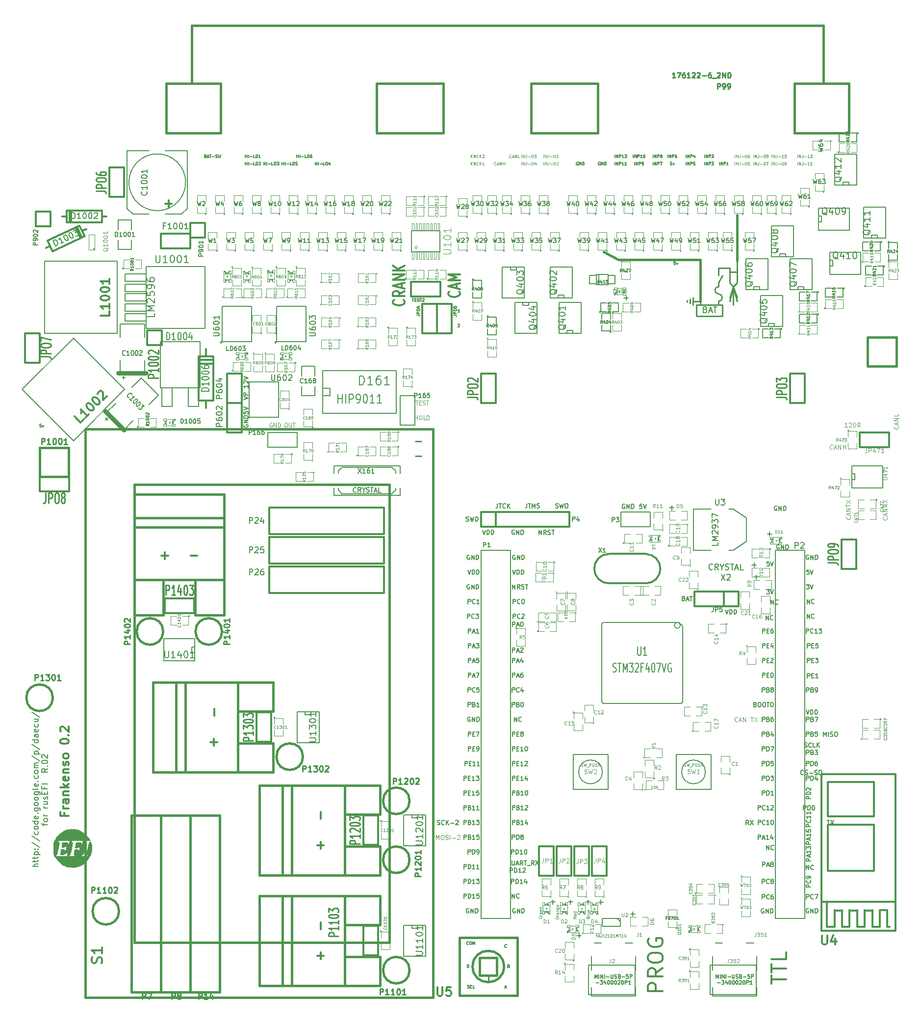
<source format=gto>
G04 (created by PCBNEW (2013-07-07 BZR 4022)-stable) date 03/11/2014 14:59:00*
%MOIN*%
G04 Gerber Fmt 3.4, Leading zero omitted, Abs format*
%FSLAX34Y34*%
G01*
G70*
G90*
G04 APERTURE LIST*
%ADD10C,0.00393701*%
%ADD11C,0.005*%
%ADD12C,0.012*%
%ADD13C,0.015*%
%ADD14C,0.01*%
%ADD15C,0.0045*%
%ADD16C,0.004*%
%ADD17C,0.011811*%
%ADD18C,0.006*%
%ADD19C,0.003*%
%ADD20C,0.03*%
%ADD21C,0.00492126*%
%ADD22C,0.008*%
%ADD23C,0.004925*%
%ADD24C,0.0026*%
%ADD25C,0.0001*%
%ADD26C,0.0039*%
%ADD27C,0.002*%
%ADD28C,0.0125*%
%ADD29C,0.00590551*%
%ADD30C,0.0059*%
%ADD31C,0.0031*%
%ADD32C,0.0149*%
%ADD33C,0.0035*%
%ADD34C,0.00875*%
%ADD35C,0.0088*%
%ADD36C,0.0107*%
%ADD37C,0.0043*%
%ADD38C,0.0062*%
%ADD39C,0.0047*%
%ADD40C,0.0108*%
G04 APERTURE END LIST*
G54D10*
G54D11*
X57635Y-40471D02*
X57621Y-40500D01*
X57621Y-40542D01*
X57635Y-40585D01*
X57664Y-40614D01*
X57692Y-40628D01*
X57750Y-40642D01*
X57792Y-40642D01*
X57850Y-40628D01*
X57878Y-40614D01*
X57907Y-40585D01*
X57921Y-40542D01*
X57921Y-40514D01*
X57907Y-40471D01*
X57892Y-40457D01*
X57792Y-40457D01*
X57792Y-40514D01*
X57921Y-40328D02*
X57621Y-40328D01*
X57921Y-40157D01*
X57621Y-40157D01*
X57921Y-40014D02*
X57621Y-40014D01*
X57621Y-39942D01*
X57635Y-39900D01*
X57664Y-39871D01*
X57692Y-39857D01*
X57750Y-39842D01*
X57792Y-39842D01*
X57850Y-39857D01*
X57878Y-39871D01*
X57907Y-39900D01*
X57921Y-39942D01*
X57921Y-40014D01*
X57621Y-39571D02*
X57621Y-39714D01*
X57764Y-39728D01*
X57750Y-39714D01*
X57735Y-39685D01*
X57735Y-39614D01*
X57750Y-39585D01*
X57764Y-39571D01*
X57792Y-39557D01*
X57864Y-39557D01*
X57892Y-39571D01*
X57907Y-39585D01*
X57921Y-39614D01*
X57921Y-39685D01*
X57907Y-39714D01*
X57892Y-39728D01*
X57621Y-39471D02*
X57921Y-39371D01*
X57621Y-39271D01*
X57621Y-38757D02*
X57921Y-38657D01*
X57621Y-38557D01*
X57921Y-38457D02*
X57621Y-38457D01*
X57621Y-38342D01*
X57635Y-38314D01*
X57650Y-38300D01*
X57678Y-38285D01*
X57721Y-38285D01*
X57750Y-38300D01*
X57764Y-38314D01*
X57778Y-38342D01*
X57778Y-38457D01*
X57921Y-37771D02*
X57921Y-37942D01*
X57921Y-37857D02*
X57621Y-37857D01*
X57664Y-37885D01*
X57692Y-37914D01*
X57707Y-37942D01*
X57650Y-37657D02*
X57635Y-37642D01*
X57621Y-37614D01*
X57621Y-37542D01*
X57635Y-37514D01*
X57650Y-37500D01*
X57678Y-37485D01*
X57707Y-37485D01*
X57750Y-37500D01*
X57921Y-37671D01*
X57921Y-37485D01*
X57621Y-37400D02*
X57921Y-37300D01*
X57621Y-37200D01*
G54D12*
X86104Y-78935D02*
X85104Y-78935D01*
X85104Y-78554D01*
X85152Y-78459D01*
X85200Y-78411D01*
X85295Y-78364D01*
X85438Y-78364D01*
X85533Y-78411D01*
X85580Y-78459D01*
X85628Y-78554D01*
X85628Y-78935D01*
X86104Y-77364D02*
X85628Y-77697D01*
X86104Y-77935D02*
X85104Y-77935D01*
X85104Y-77554D01*
X85152Y-77459D01*
X85200Y-77411D01*
X85295Y-77364D01*
X85438Y-77364D01*
X85533Y-77411D01*
X85580Y-77459D01*
X85628Y-77554D01*
X85628Y-77935D01*
X85104Y-76745D02*
X85104Y-76554D01*
X85152Y-76459D01*
X85247Y-76364D01*
X85438Y-76316D01*
X85771Y-76316D01*
X85961Y-76364D01*
X86057Y-76459D01*
X86104Y-76554D01*
X86104Y-76745D01*
X86057Y-76840D01*
X85961Y-76935D01*
X85771Y-76983D01*
X85438Y-76983D01*
X85247Y-76935D01*
X85152Y-76840D01*
X85104Y-76745D01*
X85152Y-75364D02*
X85104Y-75459D01*
X85104Y-75602D01*
X85152Y-75745D01*
X85247Y-75840D01*
X85342Y-75888D01*
X85533Y-75935D01*
X85676Y-75935D01*
X85866Y-75888D01*
X85961Y-75840D01*
X86057Y-75745D01*
X86104Y-75602D01*
X86104Y-75507D01*
X86057Y-75364D01*
X86009Y-75316D01*
X85676Y-75316D01*
X85676Y-75507D01*
X93504Y-78421D02*
X93504Y-77850D01*
X94504Y-78135D02*
X93504Y-78135D01*
X93504Y-77659D02*
X93504Y-77088D01*
X94504Y-77373D02*
X93504Y-77373D01*
X94504Y-76278D02*
X94504Y-76754D01*
X93504Y-76754D01*
G54D11*
X72307Y-32830D02*
X72192Y-32830D01*
X72250Y-32830D02*
X72250Y-32630D01*
X72230Y-32659D01*
X72211Y-32678D01*
X72192Y-32688D01*
X72192Y-33640D02*
X72202Y-33630D01*
X72221Y-33620D01*
X72269Y-33620D01*
X72288Y-33630D01*
X72297Y-33640D01*
X72307Y-33659D01*
X72307Y-33678D01*
X72297Y-33706D01*
X72183Y-33820D01*
X72307Y-33820D01*
X86971Y-29380D02*
X86876Y-29380D01*
X86866Y-29476D01*
X86876Y-29466D01*
X86895Y-29457D01*
X86942Y-29457D01*
X86961Y-29466D01*
X86971Y-29476D01*
X86980Y-29495D01*
X86980Y-29542D01*
X86971Y-29561D01*
X86961Y-29571D01*
X86942Y-29580D01*
X86895Y-29580D01*
X86876Y-29571D01*
X86866Y-29561D01*
X87047Y-29447D02*
X87095Y-29580D01*
X87142Y-29447D01*
G54D13*
X88650Y-29250D02*
X88650Y-32100D01*
X83090Y-29250D02*
X88650Y-29250D01*
X82080Y-28730D02*
X83090Y-29250D01*
X91150Y-29330D02*
X91150Y-26210D01*
G54D14*
X89654Y-31332D02*
G75*
G02X89904Y-31082I250J0D01*
G74*
G01*
X89904Y-31582D02*
G75*
G02X89654Y-31332I0J250D01*
G74*
G01*
X89904Y-31582D02*
G75*
G02X90154Y-31832I0J-250D01*
G74*
G01*
X90154Y-31832D02*
G75*
G02X89904Y-32082I-250J0D01*
G74*
G01*
X89654Y-31332D02*
G75*
G02X89904Y-31082I250J0D01*
G74*
G01*
X89904Y-31582D02*
G75*
G02X89654Y-31332I0J250D01*
G74*
G01*
X89904Y-31582D02*
G75*
G02X90154Y-31832I0J-250D01*
G74*
G01*
X90154Y-31832D02*
G75*
G02X89904Y-32082I-250J0D01*
G74*
G01*
X87754Y-32132D02*
X87754Y-32032D01*
X87954Y-32232D02*
X87954Y-31932D01*
X88154Y-32332D02*
X88154Y-31832D01*
X88654Y-32082D02*
X88154Y-32082D01*
X88654Y-32332D02*
X88654Y-32082D01*
X89904Y-32082D02*
X89904Y-32332D01*
X90154Y-33082D02*
X90154Y-32332D01*
X88404Y-33082D02*
X90154Y-33082D01*
X88404Y-32332D02*
X88404Y-33082D01*
X90154Y-32332D02*
X88404Y-32332D01*
X91154Y-30082D02*
X91154Y-29332D01*
X90654Y-29832D02*
X90154Y-29832D01*
X90654Y-30082D02*
X90654Y-29832D01*
X90904Y-31082D02*
X90904Y-32332D01*
X90904Y-31082D02*
X90654Y-32082D01*
X90904Y-31082D02*
X91154Y-32082D01*
X90904Y-31082D02*
X91154Y-31832D01*
X90904Y-31082D02*
X90654Y-31832D01*
X90654Y-30832D02*
X90654Y-30082D01*
X90904Y-31082D02*
X90654Y-30832D01*
X91154Y-30832D02*
X90904Y-31082D01*
X91154Y-30082D02*
X91154Y-30832D01*
X90654Y-30082D02*
X91154Y-30082D01*
X89904Y-29832D02*
X90154Y-29832D01*
X89904Y-30332D02*
X89904Y-29832D01*
X89904Y-30832D02*
X90154Y-30332D01*
X89904Y-31082D02*
X89904Y-30832D01*
X87754Y-32132D02*
X87754Y-32032D01*
X87954Y-32232D02*
X87954Y-31932D01*
X88154Y-32332D02*
X88154Y-31832D01*
X88654Y-32082D02*
X88154Y-32082D01*
X88654Y-32332D02*
X88654Y-32082D01*
X89904Y-32082D02*
X89904Y-32332D01*
X90154Y-33082D02*
X90154Y-32332D01*
X88404Y-33082D02*
X90154Y-33082D01*
X88404Y-32332D02*
X88404Y-33082D01*
X90154Y-32332D02*
X88404Y-32332D01*
X91154Y-30082D02*
X91154Y-29332D01*
X90654Y-29832D02*
X90154Y-29832D01*
X90654Y-30082D02*
X90654Y-29832D01*
X90904Y-31082D02*
X90904Y-32332D01*
X90904Y-31082D02*
X90654Y-32082D01*
X90904Y-31082D02*
X91154Y-32082D01*
X90904Y-31082D02*
X91154Y-31832D01*
X90904Y-31082D02*
X90654Y-31832D01*
X90654Y-30832D02*
X90654Y-30082D01*
X90904Y-31082D02*
X90654Y-30832D01*
X91154Y-30832D02*
X90904Y-31082D01*
X91154Y-30082D02*
X91154Y-30832D01*
X90654Y-30082D02*
X91154Y-30082D01*
X89904Y-29832D02*
X90154Y-29832D01*
X89904Y-30332D02*
X89904Y-29832D01*
X89904Y-30832D02*
X90154Y-30332D01*
X89904Y-31082D02*
X89904Y-30832D01*
G54D11*
X89008Y-32635D02*
X89065Y-32654D01*
X89084Y-32673D01*
X89104Y-32711D01*
X89104Y-32768D01*
X89084Y-32806D01*
X89065Y-32825D01*
X89027Y-32844D01*
X88875Y-32844D01*
X88875Y-32444D01*
X89008Y-32444D01*
X89046Y-32463D01*
X89065Y-32482D01*
X89084Y-32521D01*
X89084Y-32559D01*
X89065Y-32597D01*
X89046Y-32616D01*
X89008Y-32635D01*
X88875Y-32635D01*
X89256Y-32730D02*
X89446Y-32730D01*
X89218Y-32844D02*
X89351Y-32444D01*
X89484Y-32844D01*
X89561Y-32444D02*
X89789Y-32444D01*
X89675Y-32844D02*
X89675Y-32444D01*
G54D15*
X95254Y-22330D02*
X95254Y-22130D01*
X95350Y-22330D02*
X95350Y-22130D01*
X95464Y-22330D01*
X95464Y-22130D01*
X95616Y-22130D02*
X95616Y-22273D01*
X95607Y-22302D01*
X95588Y-22321D01*
X95559Y-22330D01*
X95540Y-22330D01*
X95711Y-22254D02*
X95864Y-22254D01*
X96064Y-22330D02*
X95950Y-22330D01*
X96007Y-22330D02*
X96007Y-22130D01*
X95988Y-22159D01*
X95969Y-22178D01*
X95950Y-22188D01*
X96140Y-22150D02*
X96150Y-22140D01*
X96169Y-22130D01*
X96216Y-22130D01*
X96235Y-22140D01*
X96245Y-22150D01*
X96254Y-22169D01*
X96254Y-22188D01*
X96245Y-22216D01*
X96130Y-22330D01*
X96254Y-22330D01*
X95254Y-22830D02*
X95254Y-22630D01*
X95350Y-22830D02*
X95350Y-22630D01*
X95464Y-22830D01*
X95464Y-22630D01*
X95616Y-22630D02*
X95616Y-22773D01*
X95607Y-22802D01*
X95588Y-22821D01*
X95559Y-22830D01*
X95540Y-22830D01*
X95711Y-22754D02*
X95864Y-22754D01*
X96064Y-22830D02*
X95950Y-22830D01*
X96007Y-22830D02*
X96007Y-22630D01*
X95988Y-22659D01*
X95969Y-22678D01*
X95950Y-22688D01*
X96254Y-22830D02*
X96140Y-22830D01*
X96197Y-22830D02*
X96197Y-22630D01*
X96178Y-22659D01*
X96159Y-22678D01*
X96140Y-22688D01*
X93504Y-22330D02*
X93504Y-22130D01*
X93600Y-22330D02*
X93600Y-22130D01*
X93714Y-22330D01*
X93714Y-22130D01*
X93866Y-22130D02*
X93866Y-22273D01*
X93857Y-22302D01*
X93838Y-22321D01*
X93809Y-22330D01*
X93790Y-22330D01*
X93961Y-22254D02*
X94114Y-22254D01*
X94314Y-22330D02*
X94200Y-22330D01*
X94257Y-22330D02*
X94257Y-22130D01*
X94238Y-22159D01*
X94219Y-22178D01*
X94200Y-22188D01*
X94438Y-22130D02*
X94457Y-22130D01*
X94476Y-22140D01*
X94485Y-22150D01*
X94495Y-22169D01*
X94504Y-22207D01*
X94504Y-22254D01*
X94495Y-22292D01*
X94485Y-22311D01*
X94476Y-22321D01*
X94457Y-22330D01*
X94438Y-22330D01*
X94419Y-22321D01*
X94409Y-22311D01*
X94400Y-22292D01*
X94390Y-22254D01*
X94390Y-22207D01*
X94400Y-22169D01*
X94409Y-22150D01*
X94419Y-22140D01*
X94438Y-22130D01*
X93504Y-22830D02*
X93504Y-22630D01*
X93600Y-22830D02*
X93600Y-22630D01*
X93714Y-22830D01*
X93714Y-22630D01*
X93866Y-22630D02*
X93866Y-22773D01*
X93857Y-22802D01*
X93838Y-22821D01*
X93809Y-22830D01*
X93790Y-22830D01*
X93961Y-22754D02*
X94114Y-22754D01*
X94247Y-22630D02*
X94266Y-22630D01*
X94285Y-22640D01*
X94295Y-22650D01*
X94304Y-22669D01*
X94314Y-22707D01*
X94314Y-22754D01*
X94304Y-22792D01*
X94295Y-22811D01*
X94285Y-22821D01*
X94266Y-22830D01*
X94247Y-22830D01*
X94228Y-22821D01*
X94219Y-22811D01*
X94209Y-22792D01*
X94200Y-22754D01*
X94200Y-22707D01*
X94209Y-22669D01*
X94219Y-22650D01*
X94228Y-22640D01*
X94247Y-22630D01*
X94409Y-22830D02*
X94447Y-22830D01*
X94466Y-22821D01*
X94476Y-22811D01*
X94495Y-22783D01*
X94504Y-22745D01*
X94504Y-22669D01*
X94495Y-22650D01*
X94485Y-22640D01*
X94466Y-22630D01*
X94428Y-22630D01*
X94409Y-22640D01*
X94400Y-22650D01*
X94390Y-22669D01*
X94390Y-22716D01*
X94400Y-22735D01*
X94409Y-22745D01*
X94428Y-22754D01*
X94466Y-22754D01*
X94485Y-22745D01*
X94495Y-22735D01*
X94504Y-22716D01*
X92254Y-22330D02*
X92254Y-22130D01*
X92350Y-22330D02*
X92350Y-22130D01*
X92464Y-22330D01*
X92464Y-22130D01*
X92616Y-22130D02*
X92616Y-22273D01*
X92607Y-22302D01*
X92588Y-22321D01*
X92559Y-22330D01*
X92540Y-22330D01*
X92711Y-22254D02*
X92864Y-22254D01*
X92997Y-22130D02*
X93016Y-22130D01*
X93035Y-22140D01*
X93045Y-22150D01*
X93054Y-22169D01*
X93064Y-22207D01*
X93064Y-22254D01*
X93054Y-22292D01*
X93045Y-22311D01*
X93035Y-22321D01*
X93016Y-22330D01*
X92997Y-22330D01*
X92978Y-22321D01*
X92969Y-22311D01*
X92959Y-22292D01*
X92950Y-22254D01*
X92950Y-22207D01*
X92959Y-22169D01*
X92969Y-22150D01*
X92978Y-22140D01*
X92997Y-22130D01*
X93178Y-22216D02*
X93159Y-22207D01*
X93150Y-22197D01*
X93140Y-22178D01*
X93140Y-22169D01*
X93150Y-22150D01*
X93159Y-22140D01*
X93178Y-22130D01*
X93216Y-22130D01*
X93235Y-22140D01*
X93245Y-22150D01*
X93254Y-22169D01*
X93254Y-22178D01*
X93245Y-22197D01*
X93235Y-22207D01*
X93216Y-22216D01*
X93178Y-22216D01*
X93159Y-22226D01*
X93150Y-22235D01*
X93140Y-22254D01*
X93140Y-22292D01*
X93150Y-22311D01*
X93159Y-22321D01*
X93178Y-22330D01*
X93216Y-22330D01*
X93235Y-22321D01*
X93245Y-22311D01*
X93254Y-22292D01*
X93254Y-22254D01*
X93245Y-22235D01*
X93235Y-22226D01*
X93216Y-22216D01*
X92254Y-22830D02*
X92254Y-22630D01*
X92350Y-22830D02*
X92350Y-22630D01*
X92464Y-22830D01*
X92464Y-22630D01*
X92616Y-22630D02*
X92616Y-22773D01*
X92607Y-22802D01*
X92588Y-22821D01*
X92559Y-22830D01*
X92540Y-22830D01*
X92711Y-22754D02*
X92864Y-22754D01*
X92997Y-22630D02*
X93016Y-22630D01*
X93035Y-22640D01*
X93045Y-22650D01*
X93054Y-22669D01*
X93064Y-22707D01*
X93064Y-22754D01*
X93054Y-22792D01*
X93045Y-22811D01*
X93035Y-22821D01*
X93016Y-22830D01*
X92997Y-22830D01*
X92978Y-22821D01*
X92969Y-22811D01*
X92959Y-22792D01*
X92950Y-22754D01*
X92950Y-22707D01*
X92959Y-22669D01*
X92969Y-22650D01*
X92978Y-22640D01*
X92997Y-22630D01*
X93130Y-22630D02*
X93264Y-22630D01*
X93178Y-22830D01*
X91004Y-22330D02*
X91004Y-22130D01*
X91100Y-22330D02*
X91100Y-22130D01*
X91214Y-22330D01*
X91214Y-22130D01*
X91366Y-22130D02*
X91366Y-22273D01*
X91357Y-22302D01*
X91338Y-22321D01*
X91309Y-22330D01*
X91290Y-22330D01*
X91461Y-22254D02*
X91614Y-22254D01*
X91747Y-22130D02*
X91766Y-22130D01*
X91785Y-22140D01*
X91795Y-22150D01*
X91804Y-22169D01*
X91814Y-22207D01*
X91814Y-22254D01*
X91804Y-22292D01*
X91795Y-22311D01*
X91785Y-22321D01*
X91766Y-22330D01*
X91747Y-22330D01*
X91728Y-22321D01*
X91719Y-22311D01*
X91709Y-22292D01*
X91700Y-22254D01*
X91700Y-22207D01*
X91709Y-22169D01*
X91719Y-22150D01*
X91728Y-22140D01*
X91747Y-22130D01*
X91985Y-22130D02*
X91947Y-22130D01*
X91928Y-22140D01*
X91919Y-22150D01*
X91900Y-22178D01*
X91890Y-22216D01*
X91890Y-22292D01*
X91900Y-22311D01*
X91909Y-22321D01*
X91928Y-22330D01*
X91966Y-22330D01*
X91985Y-22321D01*
X91995Y-22311D01*
X92004Y-22292D01*
X92004Y-22245D01*
X91995Y-22226D01*
X91985Y-22216D01*
X91966Y-22207D01*
X91928Y-22207D01*
X91909Y-22216D01*
X91900Y-22226D01*
X91890Y-22245D01*
X91004Y-22830D02*
X91004Y-22630D01*
X91100Y-22830D02*
X91100Y-22630D01*
X91214Y-22830D01*
X91214Y-22630D01*
X91366Y-22630D02*
X91366Y-22773D01*
X91357Y-22802D01*
X91338Y-22821D01*
X91309Y-22830D01*
X91290Y-22830D01*
X91461Y-22754D02*
X91614Y-22754D01*
X91747Y-22630D02*
X91766Y-22630D01*
X91785Y-22640D01*
X91795Y-22650D01*
X91804Y-22669D01*
X91814Y-22707D01*
X91814Y-22754D01*
X91804Y-22792D01*
X91795Y-22811D01*
X91785Y-22821D01*
X91766Y-22830D01*
X91747Y-22830D01*
X91728Y-22821D01*
X91719Y-22811D01*
X91709Y-22792D01*
X91700Y-22754D01*
X91700Y-22707D01*
X91709Y-22669D01*
X91719Y-22650D01*
X91728Y-22640D01*
X91747Y-22630D01*
X91995Y-22630D02*
X91900Y-22630D01*
X91890Y-22726D01*
X91900Y-22716D01*
X91919Y-22707D01*
X91966Y-22707D01*
X91985Y-22716D01*
X91995Y-22726D01*
X92004Y-22745D01*
X92004Y-22792D01*
X91995Y-22811D01*
X91985Y-22821D01*
X91966Y-22830D01*
X91919Y-22830D01*
X91900Y-22821D01*
X91890Y-22811D01*
G54D11*
X89950Y-22830D02*
X89950Y-22630D01*
X90045Y-22830D02*
X90045Y-22630D01*
X90159Y-22830D01*
X90159Y-22630D01*
X90254Y-22830D02*
X90254Y-22630D01*
X90330Y-22630D01*
X90350Y-22640D01*
X90359Y-22650D01*
X90369Y-22669D01*
X90369Y-22697D01*
X90359Y-22716D01*
X90350Y-22726D01*
X90330Y-22735D01*
X90254Y-22735D01*
X90559Y-22830D02*
X90445Y-22830D01*
X90502Y-22830D02*
X90502Y-22630D01*
X90483Y-22659D01*
X90464Y-22678D01*
X90445Y-22688D01*
X88950Y-22830D02*
X88950Y-22630D01*
X89045Y-22830D02*
X89045Y-22630D01*
X89159Y-22830D01*
X89159Y-22630D01*
X89254Y-22830D02*
X89254Y-22630D01*
X89330Y-22630D01*
X89350Y-22640D01*
X89359Y-22650D01*
X89369Y-22669D01*
X89369Y-22697D01*
X89359Y-22716D01*
X89350Y-22726D01*
X89330Y-22735D01*
X89254Y-22735D01*
X89435Y-22630D02*
X89559Y-22630D01*
X89492Y-22707D01*
X89521Y-22707D01*
X89540Y-22716D01*
X89550Y-22726D01*
X89559Y-22745D01*
X89559Y-22792D01*
X89550Y-22811D01*
X89540Y-22821D01*
X89521Y-22830D01*
X89464Y-22830D01*
X89445Y-22821D01*
X89435Y-22811D01*
X88950Y-22330D02*
X88950Y-22130D01*
X89045Y-22330D02*
X89045Y-22130D01*
X89159Y-22330D01*
X89159Y-22130D01*
X89254Y-22330D02*
X89254Y-22130D01*
X89330Y-22130D01*
X89350Y-22140D01*
X89359Y-22150D01*
X89369Y-22169D01*
X89369Y-22197D01*
X89359Y-22216D01*
X89350Y-22226D01*
X89330Y-22235D01*
X89254Y-22235D01*
X89445Y-22150D02*
X89454Y-22140D01*
X89473Y-22130D01*
X89521Y-22130D01*
X89540Y-22140D01*
X89550Y-22150D01*
X89559Y-22169D01*
X89559Y-22188D01*
X89550Y-22216D01*
X89435Y-22330D01*
X89559Y-22330D01*
X87700Y-22330D02*
X87700Y-22130D01*
X87795Y-22330D02*
X87795Y-22130D01*
X87909Y-22330D01*
X87909Y-22130D01*
X88004Y-22330D02*
X88004Y-22130D01*
X88080Y-22130D01*
X88100Y-22140D01*
X88109Y-22150D01*
X88119Y-22169D01*
X88119Y-22197D01*
X88109Y-22216D01*
X88100Y-22226D01*
X88080Y-22235D01*
X88004Y-22235D01*
X88290Y-22197D02*
X88290Y-22330D01*
X88242Y-22121D02*
X88195Y-22264D01*
X88319Y-22264D01*
X87700Y-22830D02*
X87700Y-22630D01*
X87795Y-22830D02*
X87795Y-22630D01*
X87909Y-22830D01*
X87909Y-22630D01*
X88004Y-22830D02*
X88004Y-22630D01*
X88080Y-22630D01*
X88100Y-22640D01*
X88109Y-22650D01*
X88119Y-22669D01*
X88119Y-22697D01*
X88109Y-22716D01*
X88100Y-22726D01*
X88080Y-22735D01*
X88004Y-22735D01*
X88300Y-22630D02*
X88204Y-22630D01*
X88195Y-22726D01*
X88204Y-22716D01*
X88223Y-22707D01*
X88271Y-22707D01*
X88290Y-22716D01*
X88300Y-22726D01*
X88309Y-22745D01*
X88309Y-22792D01*
X88300Y-22811D01*
X88290Y-22821D01*
X88271Y-22830D01*
X88223Y-22830D01*
X88204Y-22821D01*
X88195Y-22811D01*
X86450Y-22330D02*
X86450Y-22130D01*
X86545Y-22330D02*
X86545Y-22130D01*
X86659Y-22330D01*
X86659Y-22130D01*
X86754Y-22330D02*
X86754Y-22130D01*
X86830Y-22130D01*
X86850Y-22140D01*
X86859Y-22150D01*
X86869Y-22169D01*
X86869Y-22197D01*
X86859Y-22216D01*
X86850Y-22226D01*
X86830Y-22235D01*
X86754Y-22235D01*
X87040Y-22130D02*
X87002Y-22130D01*
X86983Y-22140D01*
X86973Y-22150D01*
X86954Y-22178D01*
X86945Y-22216D01*
X86945Y-22292D01*
X86954Y-22311D01*
X86964Y-22321D01*
X86983Y-22330D01*
X87021Y-22330D01*
X87040Y-22321D01*
X87050Y-22311D01*
X87059Y-22292D01*
X87059Y-22245D01*
X87050Y-22226D01*
X87040Y-22216D01*
X87021Y-22207D01*
X86983Y-22207D01*
X86964Y-22216D01*
X86954Y-22226D01*
X86945Y-22245D01*
X85450Y-22330D02*
X85450Y-22130D01*
X85545Y-22330D02*
X85545Y-22130D01*
X85659Y-22330D01*
X85659Y-22130D01*
X85754Y-22330D02*
X85754Y-22130D01*
X85830Y-22130D01*
X85850Y-22140D01*
X85859Y-22150D01*
X85869Y-22169D01*
X85869Y-22197D01*
X85859Y-22216D01*
X85850Y-22226D01*
X85830Y-22235D01*
X85754Y-22235D01*
X85983Y-22216D02*
X85964Y-22207D01*
X85954Y-22197D01*
X85945Y-22178D01*
X85945Y-22169D01*
X85954Y-22150D01*
X85964Y-22140D01*
X85983Y-22130D01*
X86021Y-22130D01*
X86040Y-22140D01*
X86050Y-22150D01*
X86059Y-22169D01*
X86059Y-22178D01*
X86050Y-22197D01*
X86040Y-22207D01*
X86021Y-22216D01*
X85983Y-22216D01*
X85964Y-22226D01*
X85954Y-22235D01*
X85945Y-22254D01*
X85945Y-22292D01*
X85954Y-22311D01*
X85964Y-22321D01*
X85983Y-22330D01*
X86021Y-22330D01*
X86040Y-22321D01*
X86050Y-22311D01*
X86059Y-22292D01*
X86059Y-22254D01*
X86050Y-22235D01*
X86040Y-22226D01*
X86021Y-22216D01*
X85450Y-22830D02*
X85450Y-22630D01*
X85545Y-22830D02*
X85545Y-22630D01*
X85659Y-22830D01*
X85659Y-22630D01*
X85754Y-22830D02*
X85754Y-22630D01*
X85830Y-22630D01*
X85850Y-22640D01*
X85859Y-22650D01*
X85869Y-22669D01*
X85869Y-22697D01*
X85859Y-22716D01*
X85850Y-22726D01*
X85830Y-22735D01*
X85754Y-22735D01*
X85935Y-22630D02*
X86069Y-22630D01*
X85983Y-22830D01*
X84200Y-22830D02*
X84200Y-22630D01*
X84295Y-22830D02*
X84295Y-22630D01*
X84409Y-22830D01*
X84409Y-22630D01*
X84504Y-22830D02*
X84504Y-22630D01*
X84580Y-22630D01*
X84600Y-22640D01*
X84609Y-22650D01*
X84619Y-22669D01*
X84619Y-22697D01*
X84609Y-22716D01*
X84600Y-22726D01*
X84580Y-22735D01*
X84504Y-22735D01*
X84714Y-22830D02*
X84752Y-22830D01*
X84771Y-22821D01*
X84780Y-22811D01*
X84800Y-22783D01*
X84809Y-22745D01*
X84809Y-22669D01*
X84800Y-22650D01*
X84790Y-22640D01*
X84771Y-22630D01*
X84733Y-22630D01*
X84714Y-22640D01*
X84704Y-22650D01*
X84695Y-22669D01*
X84695Y-22716D01*
X84704Y-22735D01*
X84714Y-22745D01*
X84733Y-22754D01*
X84771Y-22754D01*
X84790Y-22745D01*
X84800Y-22735D01*
X84809Y-22716D01*
X84104Y-22330D02*
X84104Y-22130D01*
X84200Y-22330D02*
X84200Y-22130D01*
X84314Y-22330D01*
X84314Y-22130D01*
X84409Y-22330D02*
X84409Y-22130D01*
X84485Y-22130D01*
X84504Y-22140D01*
X84514Y-22150D01*
X84523Y-22169D01*
X84523Y-22197D01*
X84514Y-22216D01*
X84504Y-22226D01*
X84485Y-22235D01*
X84409Y-22235D01*
X84714Y-22330D02*
X84600Y-22330D01*
X84657Y-22330D02*
X84657Y-22130D01*
X84638Y-22159D01*
X84619Y-22178D01*
X84600Y-22188D01*
X84838Y-22130D02*
X84857Y-22130D01*
X84876Y-22140D01*
X84885Y-22150D01*
X84895Y-22169D01*
X84904Y-22207D01*
X84904Y-22254D01*
X84895Y-22292D01*
X84885Y-22311D01*
X84876Y-22321D01*
X84857Y-22330D01*
X84838Y-22330D01*
X84819Y-22321D01*
X84809Y-22311D01*
X84800Y-22292D01*
X84790Y-22254D01*
X84790Y-22207D01*
X84800Y-22169D01*
X84809Y-22150D01*
X84819Y-22140D01*
X84838Y-22130D01*
X82854Y-22330D02*
X82854Y-22130D01*
X82950Y-22330D02*
X82950Y-22130D01*
X83064Y-22330D01*
X83064Y-22130D01*
X83159Y-22330D02*
X83159Y-22130D01*
X83235Y-22130D01*
X83254Y-22140D01*
X83264Y-22150D01*
X83273Y-22169D01*
X83273Y-22197D01*
X83264Y-22216D01*
X83254Y-22226D01*
X83235Y-22235D01*
X83159Y-22235D01*
X83464Y-22330D02*
X83350Y-22330D01*
X83407Y-22330D02*
X83407Y-22130D01*
X83388Y-22159D01*
X83369Y-22178D01*
X83350Y-22188D01*
X83540Y-22150D02*
X83550Y-22140D01*
X83569Y-22130D01*
X83616Y-22130D01*
X83635Y-22140D01*
X83645Y-22150D01*
X83654Y-22169D01*
X83654Y-22188D01*
X83645Y-22216D01*
X83530Y-22330D01*
X83654Y-22330D01*
X82854Y-22830D02*
X82854Y-22630D01*
X82950Y-22830D02*
X82950Y-22630D01*
X83064Y-22830D01*
X83064Y-22630D01*
X83159Y-22830D02*
X83159Y-22630D01*
X83235Y-22630D01*
X83254Y-22640D01*
X83264Y-22650D01*
X83273Y-22669D01*
X83273Y-22697D01*
X83264Y-22716D01*
X83254Y-22726D01*
X83235Y-22735D01*
X83159Y-22735D01*
X83464Y-22830D02*
X83350Y-22830D01*
X83407Y-22830D02*
X83407Y-22630D01*
X83388Y-22659D01*
X83369Y-22678D01*
X83350Y-22688D01*
X83654Y-22830D02*
X83540Y-22830D01*
X83597Y-22830D02*
X83597Y-22630D01*
X83578Y-22659D01*
X83559Y-22678D01*
X83540Y-22688D01*
G54D15*
X78004Y-22330D02*
X78004Y-22130D01*
X78100Y-22330D02*
X78100Y-22130D01*
X78214Y-22330D01*
X78214Y-22130D01*
X78366Y-22130D02*
X78366Y-22273D01*
X78357Y-22302D01*
X78338Y-22321D01*
X78309Y-22330D01*
X78290Y-22330D01*
X78461Y-22254D02*
X78614Y-22254D01*
X78747Y-22130D02*
X78766Y-22130D01*
X78785Y-22140D01*
X78795Y-22150D01*
X78804Y-22169D01*
X78814Y-22207D01*
X78814Y-22254D01*
X78804Y-22292D01*
X78795Y-22311D01*
X78785Y-22321D01*
X78766Y-22330D01*
X78747Y-22330D01*
X78728Y-22321D01*
X78719Y-22311D01*
X78709Y-22292D01*
X78700Y-22254D01*
X78700Y-22207D01*
X78709Y-22169D01*
X78719Y-22150D01*
X78728Y-22140D01*
X78747Y-22130D01*
X79004Y-22330D02*
X78890Y-22330D01*
X78947Y-22330D02*
X78947Y-22130D01*
X78928Y-22159D01*
X78909Y-22178D01*
X78890Y-22188D01*
X78004Y-22830D02*
X78004Y-22630D01*
X78100Y-22830D02*
X78100Y-22630D01*
X78214Y-22830D01*
X78214Y-22630D01*
X78366Y-22630D02*
X78366Y-22773D01*
X78357Y-22802D01*
X78338Y-22821D01*
X78309Y-22830D01*
X78290Y-22830D01*
X78461Y-22754D02*
X78614Y-22754D01*
X78747Y-22630D02*
X78766Y-22630D01*
X78785Y-22640D01*
X78795Y-22650D01*
X78804Y-22669D01*
X78814Y-22707D01*
X78814Y-22754D01*
X78804Y-22792D01*
X78795Y-22811D01*
X78785Y-22821D01*
X78766Y-22830D01*
X78747Y-22830D01*
X78728Y-22821D01*
X78719Y-22811D01*
X78709Y-22792D01*
X78700Y-22754D01*
X78700Y-22707D01*
X78709Y-22669D01*
X78719Y-22650D01*
X78728Y-22640D01*
X78747Y-22630D01*
X78890Y-22650D02*
X78900Y-22640D01*
X78919Y-22630D01*
X78966Y-22630D01*
X78985Y-22640D01*
X78995Y-22650D01*
X79004Y-22669D01*
X79004Y-22688D01*
X78995Y-22716D01*
X78880Y-22830D01*
X79004Y-22830D01*
X76504Y-22830D02*
X76504Y-22630D01*
X76600Y-22830D02*
X76600Y-22630D01*
X76714Y-22830D01*
X76714Y-22630D01*
X76866Y-22630D02*
X76866Y-22773D01*
X76857Y-22802D01*
X76838Y-22821D01*
X76809Y-22830D01*
X76790Y-22830D01*
X76961Y-22754D02*
X77114Y-22754D01*
X77247Y-22630D02*
X77266Y-22630D01*
X77285Y-22640D01*
X77295Y-22650D01*
X77304Y-22669D01*
X77314Y-22707D01*
X77314Y-22754D01*
X77304Y-22792D01*
X77295Y-22811D01*
X77285Y-22821D01*
X77266Y-22830D01*
X77247Y-22830D01*
X77228Y-22821D01*
X77219Y-22811D01*
X77209Y-22792D01*
X77200Y-22754D01*
X77200Y-22707D01*
X77209Y-22669D01*
X77219Y-22650D01*
X77228Y-22640D01*
X77247Y-22630D01*
X77485Y-22697D02*
X77485Y-22830D01*
X77438Y-22621D02*
X77390Y-22764D01*
X77514Y-22764D01*
X76504Y-22330D02*
X76504Y-22130D01*
X76600Y-22330D02*
X76600Y-22130D01*
X76714Y-22330D01*
X76714Y-22130D01*
X76866Y-22130D02*
X76866Y-22273D01*
X76857Y-22302D01*
X76838Y-22321D01*
X76809Y-22330D01*
X76790Y-22330D01*
X76961Y-22254D02*
X77114Y-22254D01*
X77247Y-22130D02*
X77266Y-22130D01*
X77285Y-22140D01*
X77295Y-22150D01*
X77304Y-22169D01*
X77314Y-22207D01*
X77314Y-22254D01*
X77304Y-22292D01*
X77295Y-22311D01*
X77285Y-22321D01*
X77266Y-22330D01*
X77247Y-22330D01*
X77228Y-22321D01*
X77219Y-22311D01*
X77209Y-22292D01*
X77200Y-22254D01*
X77200Y-22207D01*
X77209Y-22169D01*
X77219Y-22150D01*
X77228Y-22140D01*
X77247Y-22130D01*
X77380Y-22130D02*
X77504Y-22130D01*
X77438Y-22207D01*
X77466Y-22207D01*
X77485Y-22216D01*
X77495Y-22226D01*
X77504Y-22245D01*
X77504Y-22292D01*
X77495Y-22311D01*
X77485Y-22321D01*
X77466Y-22330D01*
X77409Y-22330D01*
X77390Y-22321D01*
X77380Y-22311D01*
G54D11*
X62490Y-22830D02*
X62490Y-22630D01*
X62490Y-22726D02*
X62604Y-22726D01*
X62604Y-22830D02*
X62604Y-22630D01*
X62700Y-22830D02*
X62700Y-22630D01*
X62795Y-22754D02*
X62947Y-22754D01*
X63138Y-22830D02*
X63042Y-22830D01*
X63042Y-22630D01*
X63242Y-22630D02*
X63280Y-22630D01*
X63300Y-22640D01*
X63319Y-22659D01*
X63328Y-22697D01*
X63328Y-22764D01*
X63319Y-22802D01*
X63300Y-22821D01*
X63280Y-22830D01*
X63242Y-22830D01*
X63223Y-22821D01*
X63204Y-22802D01*
X63195Y-22764D01*
X63195Y-22697D01*
X63204Y-22659D01*
X63223Y-22640D01*
X63242Y-22630D01*
X63500Y-22697D02*
X63500Y-22830D01*
X63452Y-22621D02*
X63404Y-22764D01*
X63528Y-22764D01*
X61240Y-22330D02*
X61240Y-22130D01*
X61240Y-22226D02*
X61354Y-22226D01*
X61354Y-22330D02*
X61354Y-22130D01*
X61450Y-22330D02*
X61450Y-22130D01*
X61545Y-22254D02*
X61697Y-22254D01*
X61888Y-22330D02*
X61792Y-22330D01*
X61792Y-22130D01*
X61992Y-22130D02*
X62030Y-22130D01*
X62050Y-22140D01*
X62069Y-22159D01*
X62078Y-22197D01*
X62078Y-22264D01*
X62069Y-22302D01*
X62050Y-22321D01*
X62030Y-22330D01*
X61992Y-22330D01*
X61973Y-22321D01*
X61954Y-22302D01*
X61945Y-22264D01*
X61945Y-22197D01*
X61954Y-22159D01*
X61973Y-22140D01*
X61992Y-22130D01*
X62250Y-22130D02*
X62211Y-22130D01*
X62192Y-22140D01*
X62183Y-22150D01*
X62164Y-22178D01*
X62154Y-22216D01*
X62154Y-22292D01*
X62164Y-22311D01*
X62173Y-22321D01*
X62192Y-22330D01*
X62230Y-22330D01*
X62250Y-22321D01*
X62259Y-22311D01*
X62269Y-22292D01*
X62269Y-22245D01*
X62259Y-22226D01*
X62250Y-22216D01*
X62230Y-22207D01*
X62192Y-22207D01*
X62173Y-22216D01*
X62164Y-22226D01*
X62154Y-22245D01*
X60240Y-22830D02*
X60240Y-22630D01*
X60240Y-22726D02*
X60354Y-22726D01*
X60354Y-22830D02*
X60354Y-22630D01*
X60450Y-22830D02*
X60450Y-22630D01*
X60545Y-22754D02*
X60697Y-22754D01*
X60888Y-22830D02*
X60792Y-22830D01*
X60792Y-22630D01*
X60992Y-22630D02*
X61030Y-22630D01*
X61050Y-22640D01*
X61069Y-22659D01*
X61078Y-22697D01*
X61078Y-22764D01*
X61069Y-22802D01*
X61050Y-22821D01*
X61030Y-22830D01*
X60992Y-22830D01*
X60973Y-22821D01*
X60954Y-22802D01*
X60945Y-22764D01*
X60945Y-22697D01*
X60954Y-22659D01*
X60973Y-22640D01*
X60992Y-22630D01*
X61259Y-22630D02*
X61164Y-22630D01*
X61154Y-22726D01*
X61164Y-22716D01*
X61183Y-22707D01*
X61230Y-22707D01*
X61250Y-22716D01*
X61259Y-22726D01*
X61269Y-22745D01*
X61269Y-22792D01*
X61259Y-22811D01*
X61250Y-22821D01*
X61230Y-22830D01*
X61183Y-22830D01*
X61164Y-22821D01*
X61154Y-22811D01*
X58990Y-22830D02*
X58990Y-22630D01*
X58990Y-22726D02*
X59104Y-22726D01*
X59104Y-22830D02*
X59104Y-22630D01*
X59200Y-22830D02*
X59200Y-22630D01*
X59295Y-22754D02*
X59447Y-22754D01*
X59638Y-22830D02*
X59542Y-22830D01*
X59542Y-22630D01*
X59742Y-22630D02*
X59780Y-22630D01*
X59800Y-22640D01*
X59819Y-22659D01*
X59828Y-22697D01*
X59828Y-22764D01*
X59819Y-22802D01*
X59800Y-22821D01*
X59780Y-22830D01*
X59742Y-22830D01*
X59723Y-22821D01*
X59704Y-22802D01*
X59695Y-22764D01*
X59695Y-22697D01*
X59704Y-22659D01*
X59723Y-22640D01*
X59742Y-22630D01*
X59895Y-22630D02*
X60019Y-22630D01*
X59952Y-22707D01*
X59980Y-22707D01*
X60000Y-22716D01*
X60009Y-22726D01*
X60019Y-22745D01*
X60019Y-22792D01*
X60009Y-22811D01*
X60000Y-22821D01*
X59980Y-22830D01*
X59923Y-22830D01*
X59904Y-22821D01*
X59895Y-22811D01*
X57740Y-22830D02*
X57740Y-22630D01*
X57740Y-22726D02*
X57854Y-22726D01*
X57854Y-22830D02*
X57854Y-22630D01*
X57950Y-22830D02*
X57950Y-22630D01*
X58045Y-22754D02*
X58197Y-22754D01*
X58388Y-22830D02*
X58292Y-22830D01*
X58292Y-22630D01*
X58492Y-22630D02*
X58530Y-22630D01*
X58550Y-22640D01*
X58569Y-22659D01*
X58578Y-22697D01*
X58578Y-22764D01*
X58569Y-22802D01*
X58550Y-22821D01*
X58530Y-22830D01*
X58492Y-22830D01*
X58473Y-22821D01*
X58454Y-22802D01*
X58445Y-22764D01*
X58445Y-22697D01*
X58454Y-22659D01*
X58473Y-22640D01*
X58492Y-22630D01*
X58654Y-22650D02*
X58664Y-22640D01*
X58683Y-22630D01*
X58730Y-22630D01*
X58750Y-22640D01*
X58759Y-22650D01*
X58769Y-22669D01*
X58769Y-22688D01*
X58759Y-22716D01*
X58645Y-22830D01*
X58769Y-22830D01*
X57740Y-22330D02*
X57740Y-22130D01*
X57740Y-22226D02*
X57854Y-22226D01*
X57854Y-22330D02*
X57854Y-22130D01*
X57950Y-22330D02*
X57950Y-22130D01*
X58045Y-22254D02*
X58197Y-22254D01*
X58388Y-22330D02*
X58292Y-22330D01*
X58292Y-22130D01*
X58492Y-22130D02*
X58530Y-22130D01*
X58550Y-22140D01*
X58569Y-22159D01*
X58578Y-22197D01*
X58578Y-22264D01*
X58569Y-22302D01*
X58550Y-22321D01*
X58530Y-22330D01*
X58492Y-22330D01*
X58473Y-22321D01*
X58454Y-22302D01*
X58445Y-22264D01*
X58445Y-22197D01*
X58454Y-22159D01*
X58473Y-22140D01*
X58492Y-22130D01*
X58769Y-22330D02*
X58654Y-22330D01*
X58711Y-22330D02*
X58711Y-22130D01*
X58692Y-22159D01*
X58673Y-22178D01*
X58654Y-22188D01*
X55019Y-22226D02*
X55047Y-22235D01*
X55057Y-22245D01*
X55066Y-22264D01*
X55066Y-22292D01*
X55057Y-22311D01*
X55047Y-22321D01*
X55028Y-22330D01*
X54952Y-22330D01*
X54952Y-22130D01*
X55019Y-22130D01*
X55038Y-22140D01*
X55047Y-22150D01*
X55057Y-22169D01*
X55057Y-22188D01*
X55047Y-22207D01*
X55038Y-22216D01*
X55019Y-22226D01*
X54952Y-22226D01*
X55142Y-22273D02*
X55238Y-22273D01*
X55123Y-22330D02*
X55190Y-22130D01*
X55257Y-22330D01*
X55295Y-22130D02*
X55409Y-22130D01*
X55352Y-22330D02*
X55352Y-22130D01*
X55476Y-22254D02*
X55628Y-22254D01*
X55714Y-22321D02*
X55742Y-22330D01*
X55790Y-22330D01*
X55809Y-22321D01*
X55819Y-22311D01*
X55828Y-22292D01*
X55828Y-22273D01*
X55819Y-22254D01*
X55809Y-22245D01*
X55790Y-22235D01*
X55752Y-22226D01*
X55733Y-22216D01*
X55723Y-22207D01*
X55714Y-22188D01*
X55714Y-22169D01*
X55723Y-22150D01*
X55733Y-22140D01*
X55752Y-22130D01*
X55800Y-22130D01*
X55828Y-22140D01*
X55895Y-22130D02*
X55942Y-22330D01*
X55980Y-22188D01*
X56019Y-22330D01*
X56066Y-22130D01*
G54D16*
X101342Y-46735D02*
X101357Y-46750D01*
X101371Y-46792D01*
X101371Y-46821D01*
X101357Y-46864D01*
X101328Y-46892D01*
X101300Y-46907D01*
X101242Y-46921D01*
X101200Y-46921D01*
X101142Y-46907D01*
X101114Y-46892D01*
X101085Y-46864D01*
X101071Y-46821D01*
X101071Y-46792D01*
X101085Y-46750D01*
X101100Y-46735D01*
X101285Y-46621D02*
X101285Y-46478D01*
X101371Y-46650D02*
X101071Y-46550D01*
X101371Y-46450D01*
X101371Y-46349D02*
X101071Y-46349D01*
X101371Y-46178D01*
X101071Y-46178D01*
X101371Y-45864D02*
X101228Y-45964D01*
X101371Y-46035D02*
X101071Y-46035D01*
X101071Y-45921D01*
X101085Y-45892D01*
X101100Y-45878D01*
X101128Y-45864D01*
X101171Y-45864D01*
X101200Y-45878D01*
X101214Y-45892D01*
X101228Y-45921D01*
X101228Y-46035D01*
X101071Y-45764D02*
X101371Y-45564D01*
X101071Y-45564D02*
X101371Y-45764D01*
X98842Y-46700D02*
X98857Y-46714D01*
X98871Y-46757D01*
X98871Y-46785D01*
X98857Y-46828D01*
X98828Y-46857D01*
X98800Y-46871D01*
X98742Y-46885D01*
X98700Y-46885D01*
X98642Y-46871D01*
X98614Y-46857D01*
X98585Y-46828D01*
X98571Y-46785D01*
X98571Y-46757D01*
X98585Y-46714D01*
X98600Y-46700D01*
X98785Y-46585D02*
X98785Y-46442D01*
X98871Y-46614D02*
X98571Y-46514D01*
X98871Y-46414D01*
X98871Y-46314D02*
X98571Y-46314D01*
X98871Y-46142D01*
X98571Y-46142D01*
X98571Y-46042D02*
X98571Y-45871D01*
X98871Y-45957D02*
X98571Y-45957D01*
X98571Y-45800D02*
X98871Y-45600D01*
X98571Y-45600D02*
X98871Y-45800D01*
X98650Y-40621D02*
X98478Y-40621D01*
X98564Y-40621D02*
X98564Y-40321D01*
X98535Y-40364D01*
X98507Y-40392D01*
X98478Y-40407D01*
X98764Y-40350D02*
X98778Y-40335D01*
X98807Y-40321D01*
X98878Y-40321D01*
X98907Y-40335D01*
X98921Y-40350D01*
X98935Y-40378D01*
X98935Y-40407D01*
X98921Y-40450D01*
X98750Y-40621D01*
X98935Y-40621D01*
X99121Y-40321D02*
X99150Y-40321D01*
X99178Y-40335D01*
X99192Y-40350D01*
X99207Y-40378D01*
X99221Y-40435D01*
X99221Y-40507D01*
X99207Y-40564D01*
X99192Y-40592D01*
X99178Y-40607D01*
X99150Y-40621D01*
X99121Y-40621D01*
X99092Y-40607D01*
X99078Y-40592D01*
X99064Y-40564D01*
X99050Y-40507D01*
X99050Y-40435D01*
X99064Y-40378D01*
X99078Y-40350D01*
X99092Y-40335D01*
X99121Y-40321D01*
X99521Y-40621D02*
X99421Y-40478D01*
X99350Y-40621D02*
X99350Y-40321D01*
X99464Y-40321D01*
X99492Y-40335D01*
X99507Y-40350D01*
X99521Y-40378D01*
X99521Y-40421D01*
X99507Y-40450D01*
X99492Y-40464D01*
X99464Y-40478D01*
X99350Y-40478D01*
X73047Y-22330D02*
X73047Y-22130D01*
X73161Y-22330D02*
X73076Y-22216D01*
X73161Y-22130D02*
X73047Y-22245D01*
X73247Y-22330D02*
X73247Y-22130D01*
X73361Y-22330D01*
X73361Y-22130D01*
X73571Y-22311D02*
X73561Y-22321D01*
X73533Y-22330D01*
X73514Y-22330D01*
X73485Y-22321D01*
X73466Y-22302D01*
X73457Y-22283D01*
X73447Y-22245D01*
X73447Y-22216D01*
X73457Y-22178D01*
X73466Y-22159D01*
X73485Y-22140D01*
X73514Y-22130D01*
X73533Y-22130D01*
X73561Y-22140D01*
X73571Y-22150D01*
X73657Y-22330D02*
X73657Y-22130D01*
X73771Y-22330D02*
X73685Y-22216D01*
X73771Y-22130D02*
X73657Y-22245D01*
X73847Y-22150D02*
X73857Y-22140D01*
X73876Y-22130D01*
X73923Y-22130D01*
X73942Y-22140D01*
X73952Y-22150D01*
X73961Y-22169D01*
X73961Y-22188D01*
X73952Y-22216D01*
X73838Y-22330D01*
X73961Y-22330D01*
X74766Y-22811D02*
X74757Y-22821D01*
X74728Y-22830D01*
X74709Y-22830D01*
X74680Y-22821D01*
X74661Y-22802D01*
X74652Y-22783D01*
X74642Y-22745D01*
X74642Y-22716D01*
X74652Y-22678D01*
X74661Y-22659D01*
X74680Y-22640D01*
X74709Y-22630D01*
X74728Y-22630D01*
X74757Y-22640D01*
X74766Y-22650D01*
X74842Y-22773D02*
X74938Y-22773D01*
X74823Y-22830D02*
X74890Y-22630D01*
X74957Y-22830D01*
X75023Y-22830D02*
X75023Y-22630D01*
X75138Y-22830D01*
X75138Y-22630D01*
X75233Y-22830D02*
X75233Y-22630D01*
X75233Y-22726D02*
X75347Y-22726D01*
X75347Y-22830D02*
X75347Y-22630D01*
G54D11*
X95742Y-62357D02*
X95785Y-62371D01*
X95857Y-62371D01*
X95885Y-62357D01*
X95900Y-62342D01*
X95914Y-62314D01*
X95914Y-62285D01*
X95900Y-62257D01*
X95885Y-62242D01*
X95857Y-62228D01*
X95800Y-62214D01*
X95771Y-62200D01*
X95757Y-62185D01*
X95742Y-62157D01*
X95742Y-62128D01*
X95757Y-62100D01*
X95771Y-62085D01*
X95800Y-62071D01*
X95871Y-62071D01*
X95914Y-62085D01*
X96214Y-62342D02*
X96200Y-62357D01*
X96157Y-62371D01*
X96128Y-62371D01*
X96085Y-62357D01*
X96057Y-62328D01*
X96042Y-62300D01*
X96028Y-62242D01*
X96028Y-62200D01*
X96042Y-62142D01*
X96057Y-62114D01*
X96085Y-62085D01*
X96128Y-62071D01*
X96157Y-62071D01*
X96200Y-62085D01*
X96214Y-62100D01*
X96485Y-62371D02*
X96342Y-62371D01*
X96342Y-62071D01*
X96585Y-62371D02*
X96585Y-62071D01*
X96757Y-62371D02*
X96628Y-62200D01*
X96757Y-62071D02*
X96585Y-62242D01*
X97028Y-61621D02*
X97028Y-61321D01*
X97128Y-61535D01*
X97228Y-61321D01*
X97228Y-61621D01*
X97371Y-61621D02*
X97371Y-61321D01*
X97500Y-61607D02*
X97542Y-61621D01*
X97614Y-61621D01*
X97642Y-61607D01*
X97657Y-61592D01*
X97671Y-61564D01*
X97671Y-61535D01*
X97657Y-61507D01*
X97642Y-61492D01*
X97614Y-61478D01*
X97557Y-61464D01*
X97528Y-61450D01*
X97514Y-61435D01*
X97500Y-61407D01*
X97500Y-61378D01*
X97514Y-61350D01*
X97528Y-61335D01*
X97557Y-61321D01*
X97628Y-61321D01*
X97671Y-61335D01*
X97857Y-61321D02*
X97914Y-61321D01*
X97942Y-61335D01*
X97971Y-61364D01*
X97985Y-61421D01*
X97985Y-61521D01*
X97971Y-61578D01*
X97942Y-61607D01*
X97914Y-61621D01*
X97857Y-61621D01*
X97828Y-61607D01*
X97800Y-61578D01*
X97785Y-61521D01*
X97785Y-61421D01*
X97800Y-61364D01*
X97828Y-61335D01*
X97857Y-61321D01*
X89738Y-78051D02*
X89738Y-77801D01*
X89821Y-77979D01*
X89904Y-77801D01*
X89904Y-78051D01*
X90023Y-78051D02*
X90023Y-77801D01*
X90142Y-78051D02*
X90142Y-77801D01*
X90285Y-78051D01*
X90285Y-77801D01*
X90404Y-78051D02*
X90404Y-77801D01*
X90523Y-77955D02*
X90714Y-77955D01*
X90833Y-77801D02*
X90833Y-78003D01*
X90845Y-78027D01*
X90857Y-78039D01*
X90880Y-78051D01*
X90928Y-78051D01*
X90952Y-78039D01*
X90964Y-78027D01*
X90976Y-78003D01*
X90976Y-77801D01*
X91083Y-78039D02*
X91119Y-78051D01*
X91178Y-78051D01*
X91202Y-78039D01*
X91214Y-78027D01*
X91226Y-78003D01*
X91226Y-77979D01*
X91214Y-77955D01*
X91202Y-77944D01*
X91178Y-77932D01*
X91130Y-77920D01*
X91107Y-77908D01*
X91095Y-77896D01*
X91083Y-77872D01*
X91083Y-77848D01*
X91095Y-77825D01*
X91107Y-77813D01*
X91130Y-77801D01*
X91190Y-77801D01*
X91226Y-77813D01*
X91416Y-77920D02*
X91452Y-77932D01*
X91464Y-77944D01*
X91476Y-77967D01*
X91476Y-78003D01*
X91464Y-78027D01*
X91452Y-78039D01*
X91428Y-78051D01*
X91333Y-78051D01*
X91333Y-77801D01*
X91416Y-77801D01*
X91440Y-77813D01*
X91452Y-77825D01*
X91464Y-77848D01*
X91464Y-77872D01*
X91452Y-77896D01*
X91440Y-77908D01*
X91416Y-77920D01*
X91333Y-77920D01*
X91583Y-77955D02*
X91773Y-77955D01*
X92011Y-77801D02*
X91892Y-77801D01*
X91880Y-77920D01*
X91892Y-77908D01*
X91916Y-77896D01*
X91976Y-77896D01*
X91999Y-77908D01*
X92011Y-77920D01*
X92023Y-77944D01*
X92023Y-78003D01*
X92011Y-78027D01*
X91999Y-78039D01*
X91976Y-78051D01*
X91916Y-78051D01*
X91892Y-78039D01*
X91880Y-78027D01*
X92130Y-78051D02*
X92130Y-77801D01*
X92226Y-77801D01*
X92249Y-77813D01*
X92261Y-77825D01*
X92273Y-77848D01*
X92273Y-77884D01*
X92261Y-77908D01*
X92249Y-77920D01*
X92226Y-77932D01*
X92130Y-77932D01*
X89827Y-78355D02*
X90017Y-78355D01*
X90113Y-78201D02*
X90267Y-78201D01*
X90184Y-78296D01*
X90220Y-78296D01*
X90244Y-78308D01*
X90255Y-78320D01*
X90267Y-78344D01*
X90267Y-78403D01*
X90255Y-78427D01*
X90244Y-78439D01*
X90220Y-78451D01*
X90148Y-78451D01*
X90124Y-78439D01*
X90113Y-78427D01*
X90482Y-78284D02*
X90482Y-78451D01*
X90422Y-78189D02*
X90363Y-78367D01*
X90517Y-78367D01*
X90660Y-78201D02*
X90684Y-78201D01*
X90708Y-78213D01*
X90720Y-78225D01*
X90732Y-78248D01*
X90744Y-78296D01*
X90744Y-78355D01*
X90732Y-78403D01*
X90720Y-78427D01*
X90708Y-78439D01*
X90684Y-78451D01*
X90660Y-78451D01*
X90636Y-78439D01*
X90625Y-78427D01*
X90613Y-78403D01*
X90601Y-78355D01*
X90601Y-78296D01*
X90613Y-78248D01*
X90625Y-78225D01*
X90636Y-78213D01*
X90660Y-78201D01*
X90898Y-78201D02*
X90922Y-78201D01*
X90946Y-78213D01*
X90958Y-78225D01*
X90970Y-78248D01*
X90982Y-78296D01*
X90982Y-78355D01*
X90970Y-78403D01*
X90958Y-78427D01*
X90946Y-78439D01*
X90922Y-78451D01*
X90898Y-78451D01*
X90875Y-78439D01*
X90863Y-78427D01*
X90851Y-78403D01*
X90839Y-78355D01*
X90839Y-78296D01*
X90851Y-78248D01*
X90863Y-78225D01*
X90875Y-78213D01*
X90898Y-78201D01*
X91136Y-78201D02*
X91160Y-78201D01*
X91184Y-78213D01*
X91196Y-78225D01*
X91208Y-78248D01*
X91220Y-78296D01*
X91220Y-78355D01*
X91208Y-78403D01*
X91196Y-78427D01*
X91184Y-78439D01*
X91160Y-78451D01*
X91136Y-78451D01*
X91113Y-78439D01*
X91101Y-78427D01*
X91089Y-78403D01*
X91077Y-78355D01*
X91077Y-78296D01*
X91089Y-78248D01*
X91101Y-78225D01*
X91113Y-78213D01*
X91136Y-78201D01*
X91315Y-78225D02*
X91327Y-78213D01*
X91351Y-78201D01*
X91410Y-78201D01*
X91434Y-78213D01*
X91446Y-78225D01*
X91458Y-78248D01*
X91458Y-78272D01*
X91446Y-78308D01*
X91303Y-78451D01*
X91458Y-78451D01*
X91613Y-78201D02*
X91636Y-78201D01*
X91660Y-78213D01*
X91672Y-78225D01*
X91684Y-78248D01*
X91696Y-78296D01*
X91696Y-78355D01*
X91684Y-78403D01*
X91672Y-78427D01*
X91660Y-78439D01*
X91636Y-78451D01*
X91613Y-78451D01*
X91589Y-78439D01*
X91577Y-78427D01*
X91565Y-78403D01*
X91553Y-78355D01*
X91553Y-78296D01*
X91565Y-78248D01*
X91577Y-78225D01*
X91589Y-78213D01*
X91613Y-78201D01*
X91803Y-78451D02*
X91803Y-78201D01*
X91898Y-78201D01*
X91922Y-78213D01*
X91934Y-78225D01*
X91946Y-78248D01*
X91946Y-78284D01*
X91934Y-78308D01*
X91922Y-78320D01*
X91898Y-78332D01*
X91803Y-78332D01*
X92184Y-78451D02*
X92041Y-78451D01*
X92113Y-78451D02*
X92113Y-78201D01*
X92089Y-78236D01*
X92065Y-78260D01*
X92041Y-78272D01*
G54D12*
X68497Y-31985D02*
X68535Y-32014D01*
X68573Y-32099D01*
X68573Y-32157D01*
X68535Y-32242D01*
X68459Y-32299D01*
X68383Y-32328D01*
X68230Y-32357D01*
X68116Y-32357D01*
X67964Y-32328D01*
X67888Y-32299D01*
X67811Y-32242D01*
X67773Y-32157D01*
X67773Y-32099D01*
X67811Y-32014D01*
X67850Y-31985D01*
X68573Y-31385D02*
X68192Y-31585D01*
X68573Y-31728D02*
X67773Y-31728D01*
X67773Y-31499D01*
X67811Y-31442D01*
X67850Y-31414D01*
X67926Y-31385D01*
X68040Y-31385D01*
X68116Y-31414D01*
X68154Y-31442D01*
X68192Y-31499D01*
X68192Y-31728D01*
X68345Y-31157D02*
X68345Y-30871D01*
X68573Y-31214D02*
X67773Y-31014D01*
X68573Y-30814D01*
X68573Y-30614D02*
X67773Y-30614D01*
X68573Y-30271D01*
X67773Y-30271D01*
X68573Y-29985D02*
X67773Y-29985D01*
X68573Y-29642D02*
X68116Y-29900D01*
X67773Y-29642D02*
X68230Y-29985D01*
X72247Y-31414D02*
X72285Y-31442D01*
X72323Y-31528D01*
X72323Y-31585D01*
X72285Y-31671D01*
X72209Y-31728D01*
X72133Y-31757D01*
X71980Y-31785D01*
X71866Y-31785D01*
X71714Y-31757D01*
X71638Y-31728D01*
X71561Y-31671D01*
X71523Y-31585D01*
X71523Y-31528D01*
X71561Y-31442D01*
X71600Y-31414D01*
X72095Y-31185D02*
X72095Y-30900D01*
X72323Y-31242D02*
X71523Y-31042D01*
X72323Y-30842D01*
X72323Y-30642D02*
X71523Y-30642D01*
X72095Y-30442D01*
X71523Y-30242D01*
X72323Y-30242D01*
G54D17*
X45429Y-66826D02*
X45429Y-67023D01*
X45739Y-67023D02*
X45148Y-67023D01*
X45148Y-66741D01*
X45739Y-66516D02*
X45345Y-66516D01*
X45457Y-66516D02*
X45401Y-66488D01*
X45373Y-66460D01*
X45345Y-66404D01*
X45345Y-66348D01*
X45739Y-65898D02*
X45429Y-65898D01*
X45373Y-65926D01*
X45345Y-65982D01*
X45345Y-66095D01*
X45373Y-66151D01*
X45710Y-65898D02*
X45739Y-65954D01*
X45739Y-66095D01*
X45710Y-66151D01*
X45654Y-66179D01*
X45598Y-66179D01*
X45542Y-66151D01*
X45514Y-66095D01*
X45514Y-65954D01*
X45485Y-65898D01*
X45345Y-65616D02*
X45739Y-65616D01*
X45401Y-65616D02*
X45373Y-65588D01*
X45345Y-65532D01*
X45345Y-65448D01*
X45373Y-65392D01*
X45429Y-65363D01*
X45739Y-65363D01*
X45739Y-65082D02*
X45148Y-65082D01*
X45514Y-65026D02*
X45739Y-64857D01*
X45345Y-64857D02*
X45570Y-65082D01*
X45710Y-64379D02*
X45739Y-64435D01*
X45739Y-64548D01*
X45710Y-64604D01*
X45654Y-64632D01*
X45429Y-64632D01*
X45373Y-64604D01*
X45345Y-64548D01*
X45345Y-64435D01*
X45373Y-64379D01*
X45429Y-64351D01*
X45485Y-64351D01*
X45542Y-64632D01*
X45345Y-64098D02*
X45739Y-64098D01*
X45401Y-64098D02*
X45373Y-64070D01*
X45345Y-64014D01*
X45345Y-63929D01*
X45373Y-63873D01*
X45429Y-63845D01*
X45739Y-63845D01*
X45710Y-63592D02*
X45739Y-63535D01*
X45739Y-63423D01*
X45710Y-63367D01*
X45654Y-63339D01*
X45626Y-63339D01*
X45570Y-63367D01*
X45542Y-63423D01*
X45542Y-63507D01*
X45514Y-63564D01*
X45457Y-63592D01*
X45429Y-63592D01*
X45373Y-63564D01*
X45345Y-63507D01*
X45345Y-63423D01*
X45373Y-63367D01*
X45739Y-63001D02*
X45710Y-63057D01*
X45682Y-63086D01*
X45626Y-63114D01*
X45457Y-63114D01*
X45401Y-63086D01*
X45373Y-63057D01*
X45345Y-63001D01*
X45345Y-62917D01*
X45373Y-62861D01*
X45401Y-62832D01*
X45457Y-62804D01*
X45626Y-62804D01*
X45682Y-62832D01*
X45710Y-62861D01*
X45739Y-62917D01*
X45739Y-63001D01*
X45148Y-61989D02*
X45148Y-61933D01*
X45176Y-61876D01*
X45204Y-61848D01*
X45260Y-61820D01*
X45373Y-61792D01*
X45514Y-61792D01*
X45626Y-61820D01*
X45682Y-61848D01*
X45710Y-61876D01*
X45739Y-61933D01*
X45739Y-61989D01*
X45710Y-62045D01*
X45682Y-62073D01*
X45626Y-62101D01*
X45514Y-62129D01*
X45373Y-62129D01*
X45260Y-62101D01*
X45204Y-62073D01*
X45176Y-62045D01*
X45148Y-61989D01*
X45682Y-61539D02*
X45710Y-61511D01*
X45739Y-61539D01*
X45710Y-61567D01*
X45682Y-61539D01*
X45739Y-61539D01*
X45204Y-61286D02*
X45176Y-61258D01*
X45148Y-61201D01*
X45148Y-61061D01*
X45176Y-61005D01*
X45204Y-60976D01*
X45260Y-60948D01*
X45317Y-60948D01*
X45401Y-60976D01*
X45739Y-61314D01*
X45739Y-60948D01*
G54D18*
X93861Y-45999D02*
X93832Y-45985D01*
X93790Y-45985D01*
X93747Y-45999D01*
X93718Y-46028D01*
X93704Y-46056D01*
X93690Y-46114D01*
X93690Y-46156D01*
X93704Y-46214D01*
X93718Y-46242D01*
X93747Y-46271D01*
X93790Y-46285D01*
X93818Y-46285D01*
X93861Y-46271D01*
X93875Y-46256D01*
X93875Y-46156D01*
X93818Y-46156D01*
X94004Y-46285D02*
X94004Y-45985D01*
X94175Y-46285D01*
X94175Y-45985D01*
X94318Y-46285D02*
X94318Y-45985D01*
X94390Y-45985D01*
X94432Y-45999D01*
X94461Y-46028D01*
X94475Y-46056D01*
X94490Y-46114D01*
X94490Y-46156D01*
X94475Y-46214D01*
X94461Y-46242D01*
X94432Y-46271D01*
X94390Y-46285D01*
X94318Y-46285D01*
G54D11*
X81488Y-78051D02*
X81488Y-77801D01*
X81571Y-77979D01*
X81654Y-77801D01*
X81654Y-78051D01*
X81773Y-78051D02*
X81773Y-77801D01*
X81892Y-78051D02*
X81892Y-77801D01*
X82035Y-78051D01*
X82035Y-77801D01*
X82154Y-78051D02*
X82154Y-77801D01*
X82273Y-77955D02*
X82464Y-77955D01*
X82583Y-77801D02*
X82583Y-78003D01*
X82595Y-78027D01*
X82607Y-78039D01*
X82630Y-78051D01*
X82678Y-78051D01*
X82702Y-78039D01*
X82714Y-78027D01*
X82726Y-78003D01*
X82726Y-77801D01*
X82833Y-78039D02*
X82869Y-78051D01*
X82928Y-78051D01*
X82952Y-78039D01*
X82964Y-78027D01*
X82976Y-78003D01*
X82976Y-77979D01*
X82964Y-77955D01*
X82952Y-77944D01*
X82928Y-77932D01*
X82880Y-77920D01*
X82857Y-77908D01*
X82845Y-77896D01*
X82833Y-77872D01*
X82833Y-77848D01*
X82845Y-77825D01*
X82857Y-77813D01*
X82880Y-77801D01*
X82940Y-77801D01*
X82976Y-77813D01*
X83166Y-77920D02*
X83202Y-77932D01*
X83214Y-77944D01*
X83226Y-77967D01*
X83226Y-78003D01*
X83214Y-78027D01*
X83202Y-78039D01*
X83178Y-78051D01*
X83083Y-78051D01*
X83083Y-77801D01*
X83166Y-77801D01*
X83190Y-77813D01*
X83202Y-77825D01*
X83214Y-77848D01*
X83214Y-77872D01*
X83202Y-77896D01*
X83190Y-77908D01*
X83166Y-77920D01*
X83083Y-77920D01*
X83333Y-77955D02*
X83523Y-77955D01*
X83761Y-77801D02*
X83642Y-77801D01*
X83630Y-77920D01*
X83642Y-77908D01*
X83666Y-77896D01*
X83726Y-77896D01*
X83749Y-77908D01*
X83761Y-77920D01*
X83773Y-77944D01*
X83773Y-78003D01*
X83761Y-78027D01*
X83749Y-78039D01*
X83726Y-78051D01*
X83666Y-78051D01*
X83642Y-78039D01*
X83630Y-78027D01*
X83880Y-78051D02*
X83880Y-77801D01*
X83976Y-77801D01*
X83999Y-77813D01*
X84011Y-77825D01*
X84023Y-77848D01*
X84023Y-77884D01*
X84011Y-77908D01*
X83999Y-77920D01*
X83976Y-77932D01*
X83880Y-77932D01*
X81577Y-78355D02*
X81767Y-78355D01*
X81863Y-78201D02*
X82017Y-78201D01*
X81934Y-78296D01*
X81970Y-78296D01*
X81994Y-78308D01*
X82005Y-78320D01*
X82017Y-78344D01*
X82017Y-78403D01*
X82005Y-78427D01*
X81994Y-78439D01*
X81970Y-78451D01*
X81898Y-78451D01*
X81874Y-78439D01*
X81863Y-78427D01*
X82232Y-78284D02*
X82232Y-78451D01*
X82172Y-78189D02*
X82113Y-78367D01*
X82267Y-78367D01*
X82410Y-78201D02*
X82434Y-78201D01*
X82458Y-78213D01*
X82470Y-78225D01*
X82482Y-78248D01*
X82494Y-78296D01*
X82494Y-78355D01*
X82482Y-78403D01*
X82470Y-78427D01*
X82458Y-78439D01*
X82434Y-78451D01*
X82410Y-78451D01*
X82386Y-78439D01*
X82375Y-78427D01*
X82363Y-78403D01*
X82351Y-78355D01*
X82351Y-78296D01*
X82363Y-78248D01*
X82375Y-78225D01*
X82386Y-78213D01*
X82410Y-78201D01*
X82648Y-78201D02*
X82672Y-78201D01*
X82696Y-78213D01*
X82708Y-78225D01*
X82720Y-78248D01*
X82732Y-78296D01*
X82732Y-78355D01*
X82720Y-78403D01*
X82708Y-78427D01*
X82696Y-78439D01*
X82672Y-78451D01*
X82648Y-78451D01*
X82625Y-78439D01*
X82613Y-78427D01*
X82601Y-78403D01*
X82589Y-78355D01*
X82589Y-78296D01*
X82601Y-78248D01*
X82613Y-78225D01*
X82625Y-78213D01*
X82648Y-78201D01*
X82886Y-78201D02*
X82910Y-78201D01*
X82934Y-78213D01*
X82946Y-78225D01*
X82958Y-78248D01*
X82970Y-78296D01*
X82970Y-78355D01*
X82958Y-78403D01*
X82946Y-78427D01*
X82934Y-78439D01*
X82910Y-78451D01*
X82886Y-78451D01*
X82863Y-78439D01*
X82851Y-78427D01*
X82839Y-78403D01*
X82827Y-78355D01*
X82827Y-78296D01*
X82839Y-78248D01*
X82851Y-78225D01*
X82863Y-78213D01*
X82886Y-78201D01*
X83065Y-78225D02*
X83077Y-78213D01*
X83101Y-78201D01*
X83160Y-78201D01*
X83184Y-78213D01*
X83196Y-78225D01*
X83208Y-78248D01*
X83208Y-78272D01*
X83196Y-78308D01*
X83053Y-78451D01*
X83208Y-78451D01*
X83363Y-78201D02*
X83386Y-78201D01*
X83410Y-78213D01*
X83422Y-78225D01*
X83434Y-78248D01*
X83446Y-78296D01*
X83446Y-78355D01*
X83434Y-78403D01*
X83422Y-78427D01*
X83410Y-78439D01*
X83386Y-78451D01*
X83363Y-78451D01*
X83339Y-78439D01*
X83327Y-78427D01*
X83315Y-78403D01*
X83303Y-78355D01*
X83303Y-78296D01*
X83315Y-78248D01*
X83327Y-78225D01*
X83339Y-78213D01*
X83363Y-78201D01*
X83553Y-78451D02*
X83553Y-78201D01*
X83648Y-78201D01*
X83672Y-78213D01*
X83684Y-78225D01*
X83696Y-78248D01*
X83696Y-78284D01*
X83684Y-78308D01*
X83672Y-78320D01*
X83648Y-78332D01*
X83553Y-78332D01*
X83934Y-78451D02*
X83791Y-78451D01*
X83863Y-78451D02*
X83863Y-78201D01*
X83839Y-78236D01*
X83815Y-78260D01*
X83791Y-78272D01*
G54D18*
X75938Y-52605D02*
X75938Y-52305D01*
X76052Y-52305D01*
X76081Y-52319D01*
X76095Y-52334D01*
X76110Y-52362D01*
X76110Y-52405D01*
X76095Y-52434D01*
X76081Y-52448D01*
X76052Y-52462D01*
X75938Y-52462D01*
X76410Y-52576D02*
X76395Y-52591D01*
X76352Y-52605D01*
X76324Y-52605D01*
X76281Y-52591D01*
X76252Y-52562D01*
X76238Y-52534D01*
X76224Y-52476D01*
X76224Y-52434D01*
X76238Y-52376D01*
X76252Y-52348D01*
X76281Y-52319D01*
X76324Y-52305D01*
X76352Y-52305D01*
X76395Y-52319D01*
X76410Y-52334D01*
X76595Y-52305D02*
X76624Y-52305D01*
X76652Y-52319D01*
X76667Y-52334D01*
X76681Y-52362D01*
X76695Y-52419D01*
X76695Y-52491D01*
X76681Y-52548D01*
X76667Y-52576D01*
X76652Y-52591D01*
X76624Y-52605D01*
X76595Y-52605D01*
X76567Y-52591D01*
X76552Y-52576D01*
X76538Y-52548D01*
X76524Y-52491D01*
X76524Y-52419D01*
X76538Y-52362D01*
X76552Y-52334D01*
X76567Y-52319D01*
X76595Y-52305D01*
X75938Y-53605D02*
X75938Y-53305D01*
X76052Y-53305D01*
X76081Y-53319D01*
X76095Y-53334D01*
X76110Y-53362D01*
X76110Y-53405D01*
X76095Y-53434D01*
X76081Y-53448D01*
X76052Y-53462D01*
X75938Y-53462D01*
X76410Y-53576D02*
X76395Y-53591D01*
X76352Y-53605D01*
X76324Y-53605D01*
X76281Y-53591D01*
X76252Y-53562D01*
X76238Y-53534D01*
X76224Y-53476D01*
X76224Y-53434D01*
X76238Y-53376D01*
X76252Y-53348D01*
X76281Y-53319D01*
X76324Y-53305D01*
X76352Y-53305D01*
X76395Y-53319D01*
X76410Y-53334D01*
X76524Y-53334D02*
X76538Y-53319D01*
X76567Y-53305D01*
X76638Y-53305D01*
X76667Y-53319D01*
X76681Y-53334D01*
X76695Y-53362D01*
X76695Y-53391D01*
X76681Y-53434D01*
X76510Y-53605D01*
X76695Y-53605D01*
X75900Y-55905D02*
X75900Y-55605D01*
X76014Y-55605D01*
X76042Y-55619D01*
X76057Y-55634D01*
X76071Y-55662D01*
X76071Y-55705D01*
X76057Y-55734D01*
X76042Y-55748D01*
X76014Y-55762D01*
X75900Y-55762D01*
X76185Y-55819D02*
X76328Y-55819D01*
X76157Y-55905D02*
X76257Y-55605D01*
X76357Y-55905D01*
X76442Y-55634D02*
X76457Y-55619D01*
X76485Y-55605D01*
X76557Y-55605D01*
X76585Y-55619D01*
X76600Y-55634D01*
X76614Y-55662D01*
X76614Y-55691D01*
X76600Y-55734D01*
X76428Y-55905D01*
X76614Y-55905D01*
X76014Y-60605D02*
X76014Y-60305D01*
X76185Y-60605D01*
X76185Y-60305D01*
X76500Y-60576D02*
X76485Y-60591D01*
X76442Y-60605D01*
X76414Y-60605D01*
X76371Y-60591D01*
X76342Y-60562D01*
X76328Y-60534D01*
X76314Y-60476D01*
X76314Y-60434D01*
X76328Y-60376D01*
X76342Y-60348D01*
X76371Y-60319D01*
X76414Y-60305D01*
X76442Y-60305D01*
X76485Y-60319D01*
X76500Y-60334D01*
X72878Y-59605D02*
X72878Y-59305D01*
X72992Y-59305D01*
X73021Y-59319D01*
X73035Y-59334D01*
X73050Y-59362D01*
X73050Y-59405D01*
X73035Y-59434D01*
X73021Y-59448D01*
X72992Y-59462D01*
X72878Y-59462D01*
X73278Y-59448D02*
X73321Y-59462D01*
X73335Y-59476D01*
X73350Y-59505D01*
X73350Y-59548D01*
X73335Y-59576D01*
X73321Y-59591D01*
X73292Y-59605D01*
X73178Y-59605D01*
X73178Y-59305D01*
X73278Y-59305D01*
X73307Y-59319D01*
X73321Y-59334D01*
X73335Y-59362D01*
X73335Y-59391D01*
X73321Y-59419D01*
X73307Y-59434D01*
X73278Y-59448D01*
X73178Y-59448D01*
X73635Y-59605D02*
X73464Y-59605D01*
X73550Y-59605D02*
X73550Y-59305D01*
X73521Y-59348D01*
X73492Y-59376D01*
X73464Y-59391D01*
X76864Y-45805D02*
X76864Y-46019D01*
X76850Y-46062D01*
X76821Y-46091D01*
X76778Y-46105D01*
X76750Y-46105D01*
X76964Y-45805D02*
X77135Y-45805D01*
X77050Y-46105D02*
X77050Y-45805D01*
X77235Y-46105D02*
X77235Y-45805D01*
X77335Y-46019D01*
X77435Y-45805D01*
X77435Y-46105D01*
X77564Y-46091D02*
X77607Y-46105D01*
X77678Y-46105D01*
X77707Y-46091D01*
X77721Y-46076D01*
X77735Y-46048D01*
X77735Y-46019D01*
X77721Y-45991D01*
X77707Y-45976D01*
X77678Y-45962D01*
X77621Y-45948D01*
X77592Y-45934D01*
X77578Y-45919D01*
X77564Y-45891D01*
X77564Y-45862D01*
X77578Y-45834D01*
X77592Y-45819D01*
X77621Y-45805D01*
X77692Y-45805D01*
X77735Y-45819D01*
X74878Y-45821D02*
X74878Y-46035D01*
X74864Y-46078D01*
X74835Y-46107D01*
X74792Y-46121D01*
X74764Y-46121D01*
X74978Y-45821D02*
X75150Y-45821D01*
X75064Y-46121D02*
X75064Y-45821D01*
X75421Y-46092D02*
X75407Y-46107D01*
X75364Y-46121D01*
X75335Y-46121D01*
X75292Y-46107D01*
X75264Y-46078D01*
X75250Y-46050D01*
X75235Y-45992D01*
X75235Y-45950D01*
X75250Y-45892D01*
X75264Y-45864D01*
X75292Y-45835D01*
X75335Y-45821D01*
X75364Y-45821D01*
X75407Y-45835D01*
X75421Y-45850D01*
X75550Y-46121D02*
X75550Y-45821D01*
X75721Y-46121D02*
X75592Y-45950D01*
X75721Y-45821D02*
X75550Y-45992D01*
X90350Y-53005D02*
X90450Y-53305D01*
X90550Y-53005D01*
X90650Y-53305D02*
X90650Y-53005D01*
X90721Y-53005D01*
X90764Y-53019D01*
X90792Y-53048D01*
X90807Y-53076D01*
X90821Y-53134D01*
X90821Y-53176D01*
X90807Y-53234D01*
X90792Y-53262D01*
X90764Y-53291D01*
X90721Y-53305D01*
X90650Y-53305D01*
X90950Y-53305D02*
X90950Y-53005D01*
X91021Y-53005D01*
X91064Y-53019D01*
X91092Y-53048D01*
X91107Y-53076D01*
X91121Y-53134D01*
X91121Y-53176D01*
X91107Y-53234D01*
X91092Y-53262D01*
X91064Y-53291D01*
X91021Y-53305D01*
X90950Y-53305D01*
X87528Y-52248D02*
X87571Y-52262D01*
X87585Y-52276D01*
X87600Y-52305D01*
X87600Y-52348D01*
X87585Y-52376D01*
X87571Y-52391D01*
X87542Y-52405D01*
X87428Y-52405D01*
X87428Y-52105D01*
X87528Y-52105D01*
X87557Y-52119D01*
X87571Y-52134D01*
X87585Y-52162D01*
X87585Y-52191D01*
X87571Y-52219D01*
X87557Y-52234D01*
X87528Y-52248D01*
X87428Y-52248D01*
X87714Y-52319D02*
X87857Y-52319D01*
X87685Y-52405D02*
X87785Y-52105D01*
X87885Y-52405D01*
X87942Y-52105D02*
X88114Y-52105D01*
X88028Y-52405D02*
X88028Y-52105D01*
X78835Y-46091D02*
X78878Y-46105D01*
X78950Y-46105D01*
X78978Y-46091D01*
X78992Y-46076D01*
X79007Y-46048D01*
X79007Y-46019D01*
X78992Y-45991D01*
X78978Y-45976D01*
X78950Y-45962D01*
X78892Y-45948D01*
X78864Y-45934D01*
X78850Y-45919D01*
X78835Y-45891D01*
X78835Y-45862D01*
X78850Y-45834D01*
X78864Y-45819D01*
X78892Y-45805D01*
X78964Y-45805D01*
X79007Y-45819D01*
X79107Y-45805D02*
X79178Y-46105D01*
X79235Y-45891D01*
X79292Y-46105D01*
X79364Y-45805D01*
X79535Y-45805D02*
X79592Y-45805D01*
X79621Y-45819D01*
X79650Y-45848D01*
X79664Y-45905D01*
X79664Y-46005D01*
X79650Y-46062D01*
X79621Y-46091D01*
X79592Y-46105D01*
X79535Y-46105D01*
X79507Y-46091D01*
X79478Y-46062D01*
X79464Y-46005D01*
X79464Y-45905D01*
X79478Y-45848D01*
X79507Y-45819D01*
X79535Y-45805D01*
X77707Y-47921D02*
X77707Y-47621D01*
X77878Y-47921D01*
X77878Y-47621D01*
X78192Y-47921D02*
X78092Y-47778D01*
X78021Y-47921D02*
X78021Y-47621D01*
X78135Y-47621D01*
X78164Y-47635D01*
X78178Y-47650D01*
X78192Y-47678D01*
X78192Y-47721D01*
X78178Y-47750D01*
X78164Y-47764D01*
X78135Y-47778D01*
X78021Y-47778D01*
X78307Y-47907D02*
X78350Y-47921D01*
X78421Y-47921D01*
X78450Y-47907D01*
X78464Y-47892D01*
X78478Y-47864D01*
X78478Y-47835D01*
X78464Y-47807D01*
X78450Y-47792D01*
X78421Y-47778D01*
X78364Y-47764D01*
X78335Y-47750D01*
X78321Y-47735D01*
X78307Y-47707D01*
X78307Y-47678D01*
X78321Y-47650D01*
X78335Y-47635D01*
X78364Y-47621D01*
X78435Y-47621D01*
X78478Y-47635D01*
X78564Y-47621D02*
X78735Y-47621D01*
X78650Y-47921D02*
X78650Y-47621D01*
X73850Y-47605D02*
X73950Y-47905D01*
X74050Y-47605D01*
X74150Y-47905D02*
X74150Y-47605D01*
X74221Y-47605D01*
X74264Y-47619D01*
X74292Y-47648D01*
X74307Y-47676D01*
X74321Y-47734D01*
X74321Y-47776D01*
X74307Y-47834D01*
X74292Y-47862D01*
X74264Y-47891D01*
X74221Y-47905D01*
X74150Y-47905D01*
X74450Y-47905D02*
X74450Y-47605D01*
X74521Y-47605D01*
X74564Y-47619D01*
X74592Y-47648D01*
X74607Y-47676D01*
X74621Y-47734D01*
X74621Y-47776D01*
X74607Y-47834D01*
X74592Y-47862D01*
X74564Y-47891D01*
X74521Y-47905D01*
X74450Y-47905D01*
X72742Y-46991D02*
X72785Y-47005D01*
X72857Y-47005D01*
X72885Y-46991D01*
X72900Y-46976D01*
X72914Y-46948D01*
X72914Y-46919D01*
X72900Y-46891D01*
X72885Y-46876D01*
X72857Y-46862D01*
X72800Y-46848D01*
X72771Y-46834D01*
X72757Y-46819D01*
X72742Y-46791D01*
X72742Y-46762D01*
X72757Y-46734D01*
X72771Y-46719D01*
X72800Y-46705D01*
X72871Y-46705D01*
X72914Y-46719D01*
X73014Y-46705D02*
X73085Y-47005D01*
X73142Y-46791D01*
X73200Y-47005D01*
X73271Y-46705D01*
X73385Y-47005D02*
X73385Y-46705D01*
X73457Y-46705D01*
X73500Y-46719D01*
X73528Y-46748D01*
X73542Y-46776D01*
X73557Y-46834D01*
X73557Y-46876D01*
X73542Y-46934D01*
X73528Y-46962D01*
X73500Y-46991D01*
X73457Y-47005D01*
X73385Y-47005D01*
X76021Y-47619D02*
X75992Y-47605D01*
X75950Y-47605D01*
X75907Y-47619D01*
X75878Y-47648D01*
X75864Y-47676D01*
X75850Y-47734D01*
X75850Y-47776D01*
X75864Y-47834D01*
X75878Y-47862D01*
X75907Y-47891D01*
X75950Y-47905D01*
X75978Y-47905D01*
X76021Y-47891D01*
X76035Y-47876D01*
X76035Y-47776D01*
X75978Y-47776D01*
X76164Y-47905D02*
X76164Y-47605D01*
X76335Y-47905D01*
X76335Y-47605D01*
X76478Y-47905D02*
X76478Y-47605D01*
X76550Y-47605D01*
X76592Y-47619D01*
X76621Y-47648D01*
X76635Y-47676D01*
X76650Y-47734D01*
X76650Y-47776D01*
X76635Y-47834D01*
X76621Y-47862D01*
X76592Y-47891D01*
X76550Y-47905D01*
X76478Y-47905D01*
G54D19*
X81026Y-73911D02*
X81035Y-73882D01*
X81045Y-73873D01*
X81064Y-73864D01*
X81092Y-73864D01*
X81110Y-73873D01*
X81120Y-73882D01*
X81129Y-73901D01*
X81129Y-73976D01*
X80932Y-73976D01*
X80932Y-73911D01*
X80942Y-73892D01*
X80951Y-73882D01*
X80970Y-73873D01*
X80989Y-73873D01*
X81007Y-73882D01*
X81017Y-73892D01*
X81026Y-73911D01*
X81026Y-73976D01*
X81129Y-73751D02*
X81120Y-73770D01*
X81101Y-73779D01*
X80932Y-73779D01*
X80998Y-73592D02*
X81129Y-73592D01*
X80998Y-73676D02*
X81101Y-73676D01*
X81120Y-73667D01*
X81129Y-73648D01*
X81129Y-73620D01*
X81120Y-73601D01*
X81110Y-73592D01*
X81120Y-73423D02*
X81129Y-73442D01*
X81129Y-73479D01*
X81120Y-73498D01*
X81101Y-73507D01*
X81026Y-73507D01*
X81007Y-73498D01*
X80998Y-73479D01*
X80998Y-73442D01*
X81007Y-73423D01*
X81026Y-73413D01*
X81045Y-73413D01*
X81064Y-73507D01*
X80229Y-73862D02*
X80135Y-73928D01*
X80229Y-73975D02*
X80032Y-73975D01*
X80032Y-73900D01*
X80042Y-73881D01*
X80051Y-73871D01*
X80070Y-73862D01*
X80098Y-73862D01*
X80117Y-73871D01*
X80126Y-73881D01*
X80135Y-73900D01*
X80135Y-73975D01*
X80220Y-73703D02*
X80229Y-73721D01*
X80229Y-73759D01*
X80220Y-73778D01*
X80201Y-73787D01*
X80126Y-73787D01*
X80107Y-73778D01*
X80098Y-73759D01*
X80098Y-73721D01*
X80107Y-73703D01*
X80126Y-73693D01*
X80145Y-73693D01*
X80164Y-73787D01*
X80229Y-73524D02*
X80032Y-73524D01*
X80220Y-73524D02*
X80229Y-73543D01*
X80229Y-73581D01*
X80220Y-73599D01*
X80210Y-73609D01*
X80192Y-73618D01*
X80135Y-73618D01*
X80117Y-73609D01*
X80107Y-73599D01*
X80098Y-73581D01*
X80098Y-73543D01*
X80107Y-73524D01*
X78832Y-73981D02*
X78832Y-73944D01*
X78842Y-73925D01*
X78860Y-73906D01*
X78898Y-73897D01*
X78964Y-73897D01*
X79001Y-73906D01*
X79020Y-73925D01*
X79029Y-73944D01*
X79029Y-73981D01*
X79020Y-74000D01*
X79001Y-74019D01*
X78964Y-74028D01*
X78898Y-74028D01*
X78860Y-74019D01*
X78842Y-74000D01*
X78832Y-73981D01*
X79029Y-73812D02*
X78898Y-73812D01*
X78935Y-73812D02*
X78917Y-73803D01*
X78907Y-73793D01*
X78898Y-73775D01*
X78898Y-73756D01*
X79029Y-73606D02*
X78926Y-73606D01*
X78907Y-73615D01*
X78898Y-73634D01*
X78898Y-73671D01*
X78907Y-73690D01*
X79020Y-73606D02*
X79029Y-73625D01*
X79029Y-73671D01*
X79020Y-73690D01*
X79001Y-73700D01*
X78982Y-73700D01*
X78964Y-73690D01*
X78954Y-73671D01*
X78954Y-73625D01*
X78945Y-73606D01*
X78898Y-73512D02*
X79029Y-73512D01*
X78917Y-73512D02*
X78907Y-73503D01*
X78898Y-73484D01*
X78898Y-73456D01*
X78907Y-73437D01*
X78926Y-73428D01*
X79029Y-73428D01*
X78898Y-73249D02*
X79057Y-73249D01*
X79076Y-73259D01*
X79086Y-73268D01*
X79095Y-73287D01*
X79095Y-73315D01*
X79086Y-73334D01*
X79020Y-73249D02*
X79029Y-73268D01*
X79029Y-73306D01*
X79020Y-73324D01*
X79010Y-73334D01*
X78992Y-73343D01*
X78935Y-73343D01*
X78917Y-73334D01*
X78907Y-73324D01*
X78898Y-73306D01*
X78898Y-73268D01*
X78907Y-73249D01*
X79020Y-73080D02*
X79029Y-73099D01*
X79029Y-73137D01*
X79020Y-73155D01*
X79001Y-73165D01*
X78926Y-73165D01*
X78907Y-73155D01*
X78898Y-73137D01*
X78898Y-73099D01*
X78907Y-73080D01*
X78926Y-73071D01*
X78945Y-73071D01*
X78964Y-73165D01*
X77692Y-73867D02*
X77682Y-73886D01*
X77682Y-73914D01*
X77692Y-73942D01*
X77710Y-73961D01*
X77729Y-73970D01*
X77767Y-73979D01*
X77795Y-73979D01*
X77832Y-73970D01*
X77851Y-73961D01*
X77870Y-73942D01*
X77879Y-73914D01*
X77879Y-73895D01*
X77870Y-73867D01*
X77860Y-73857D01*
X77795Y-73857D01*
X77795Y-73895D01*
X77879Y-73773D02*
X77748Y-73773D01*
X77785Y-73773D02*
X77767Y-73764D01*
X77757Y-73754D01*
X77748Y-73736D01*
X77748Y-73717D01*
X77870Y-73576D02*
X77879Y-73595D01*
X77879Y-73632D01*
X77870Y-73651D01*
X77851Y-73660D01*
X77776Y-73660D01*
X77757Y-73651D01*
X77748Y-73632D01*
X77748Y-73595D01*
X77757Y-73576D01*
X77776Y-73567D01*
X77795Y-73567D01*
X77814Y-73660D01*
X77870Y-73407D02*
X77879Y-73426D01*
X77879Y-73463D01*
X77870Y-73482D01*
X77851Y-73492D01*
X77776Y-73492D01*
X77757Y-73482D01*
X77748Y-73463D01*
X77748Y-73426D01*
X77757Y-73407D01*
X77776Y-73398D01*
X77795Y-73398D01*
X77814Y-73492D01*
X77748Y-73313D02*
X77879Y-73313D01*
X77767Y-73313D02*
X77757Y-73304D01*
X77748Y-73285D01*
X77748Y-73257D01*
X77757Y-73238D01*
X77776Y-73229D01*
X77879Y-73229D01*
G54D18*
X72828Y-53605D02*
X72828Y-53305D01*
X72942Y-53305D01*
X72971Y-53319D01*
X72985Y-53334D01*
X73000Y-53362D01*
X73000Y-53405D01*
X72985Y-53434D01*
X72971Y-53448D01*
X72942Y-53462D01*
X72828Y-53462D01*
X73300Y-53576D02*
X73285Y-53591D01*
X73242Y-53605D01*
X73214Y-53605D01*
X73171Y-53591D01*
X73142Y-53562D01*
X73128Y-53534D01*
X73114Y-53476D01*
X73114Y-53434D01*
X73128Y-53376D01*
X73142Y-53348D01*
X73171Y-53319D01*
X73214Y-53305D01*
X73242Y-53305D01*
X73285Y-53319D01*
X73300Y-53334D01*
X73400Y-53305D02*
X73585Y-53305D01*
X73485Y-53419D01*
X73528Y-53419D01*
X73557Y-53434D01*
X73571Y-53448D01*
X73585Y-53476D01*
X73585Y-53548D01*
X73571Y-53576D01*
X73557Y-53591D01*
X73528Y-53605D01*
X73442Y-53605D01*
X73414Y-53591D01*
X73400Y-53576D01*
X72971Y-49319D02*
X72942Y-49305D01*
X72900Y-49305D01*
X72857Y-49319D01*
X72828Y-49348D01*
X72814Y-49376D01*
X72800Y-49434D01*
X72800Y-49476D01*
X72814Y-49534D01*
X72828Y-49562D01*
X72857Y-49591D01*
X72900Y-49605D01*
X72928Y-49605D01*
X72971Y-49591D01*
X72985Y-49576D01*
X72985Y-49476D01*
X72928Y-49476D01*
X73114Y-49605D02*
X73114Y-49305D01*
X73285Y-49605D01*
X73285Y-49305D01*
X73428Y-49605D02*
X73428Y-49305D01*
X73500Y-49305D01*
X73542Y-49319D01*
X73571Y-49348D01*
X73585Y-49376D01*
X73600Y-49434D01*
X73600Y-49476D01*
X73585Y-49534D01*
X73571Y-49562D01*
X73542Y-49591D01*
X73500Y-49605D01*
X73428Y-49605D01*
X72878Y-52605D02*
X72878Y-52305D01*
X72992Y-52305D01*
X73021Y-52319D01*
X73035Y-52334D01*
X73050Y-52362D01*
X73050Y-52405D01*
X73035Y-52434D01*
X73021Y-52448D01*
X72992Y-52462D01*
X72878Y-52462D01*
X73350Y-52576D02*
X73335Y-52591D01*
X73292Y-52605D01*
X73264Y-52605D01*
X73221Y-52591D01*
X73192Y-52562D01*
X73178Y-52534D01*
X73164Y-52476D01*
X73164Y-52434D01*
X73178Y-52376D01*
X73192Y-52348D01*
X73221Y-52319D01*
X73264Y-52305D01*
X73292Y-52305D01*
X73335Y-52319D01*
X73350Y-52334D01*
X73635Y-52605D02*
X73464Y-52605D01*
X73550Y-52605D02*
X73550Y-52305D01*
X73521Y-52348D01*
X73492Y-52376D01*
X73464Y-52391D01*
X72900Y-54605D02*
X72900Y-54305D01*
X73014Y-54305D01*
X73042Y-54319D01*
X73057Y-54334D01*
X73071Y-54362D01*
X73071Y-54405D01*
X73057Y-54434D01*
X73042Y-54448D01*
X73014Y-54462D01*
X72900Y-54462D01*
X73185Y-54519D02*
X73328Y-54519D01*
X73157Y-54605D02*
X73257Y-54305D01*
X73357Y-54605D01*
X73614Y-54605D02*
X73442Y-54605D01*
X73528Y-54605D02*
X73528Y-54305D01*
X73500Y-54348D01*
X73471Y-54376D01*
X73442Y-54391D01*
X72900Y-55605D02*
X72900Y-55305D01*
X73014Y-55305D01*
X73042Y-55319D01*
X73057Y-55334D01*
X73071Y-55362D01*
X73071Y-55405D01*
X73057Y-55434D01*
X73042Y-55448D01*
X73014Y-55462D01*
X72900Y-55462D01*
X73185Y-55519D02*
X73328Y-55519D01*
X73157Y-55605D02*
X73257Y-55305D01*
X73357Y-55605D01*
X73428Y-55305D02*
X73614Y-55305D01*
X73514Y-55419D01*
X73557Y-55419D01*
X73585Y-55434D01*
X73600Y-55448D01*
X73614Y-55476D01*
X73614Y-55548D01*
X73600Y-55576D01*
X73585Y-55591D01*
X73557Y-55605D01*
X73471Y-55605D01*
X73442Y-55591D01*
X73428Y-55576D01*
X72900Y-56605D02*
X72900Y-56305D01*
X73014Y-56305D01*
X73042Y-56319D01*
X73057Y-56334D01*
X73071Y-56362D01*
X73071Y-56405D01*
X73057Y-56434D01*
X73042Y-56448D01*
X73014Y-56462D01*
X72900Y-56462D01*
X73185Y-56519D02*
X73328Y-56519D01*
X73157Y-56605D02*
X73257Y-56305D01*
X73357Y-56605D01*
X73600Y-56305D02*
X73457Y-56305D01*
X73442Y-56448D01*
X73457Y-56434D01*
X73485Y-56419D01*
X73557Y-56419D01*
X73585Y-56434D01*
X73600Y-56448D01*
X73614Y-56476D01*
X73614Y-56548D01*
X73600Y-56576D01*
X73585Y-56591D01*
X73557Y-56605D01*
X73485Y-56605D01*
X73457Y-56591D01*
X73442Y-56576D01*
X72900Y-57605D02*
X72900Y-57305D01*
X73014Y-57305D01*
X73042Y-57319D01*
X73057Y-57334D01*
X73071Y-57362D01*
X73071Y-57405D01*
X73057Y-57434D01*
X73042Y-57448D01*
X73014Y-57462D01*
X72900Y-57462D01*
X73185Y-57519D02*
X73328Y-57519D01*
X73157Y-57605D02*
X73257Y-57305D01*
X73357Y-57605D01*
X73428Y-57305D02*
X73628Y-57305D01*
X73500Y-57605D01*
X72878Y-58605D02*
X72878Y-58305D01*
X72992Y-58305D01*
X73021Y-58319D01*
X73035Y-58334D01*
X73050Y-58362D01*
X73050Y-58405D01*
X73035Y-58434D01*
X73021Y-58448D01*
X72992Y-58462D01*
X72878Y-58462D01*
X73350Y-58576D02*
X73335Y-58591D01*
X73292Y-58605D01*
X73264Y-58605D01*
X73221Y-58591D01*
X73192Y-58562D01*
X73178Y-58534D01*
X73164Y-58476D01*
X73164Y-58434D01*
X73178Y-58376D01*
X73192Y-58348D01*
X73221Y-58319D01*
X73264Y-58305D01*
X73292Y-58305D01*
X73335Y-58319D01*
X73350Y-58334D01*
X73621Y-58305D02*
X73478Y-58305D01*
X73464Y-58448D01*
X73478Y-58434D01*
X73507Y-58419D01*
X73578Y-58419D01*
X73607Y-58434D01*
X73621Y-58448D01*
X73635Y-58476D01*
X73635Y-58548D01*
X73621Y-58576D01*
X73607Y-58591D01*
X73578Y-58605D01*
X73507Y-58605D01*
X73478Y-58591D01*
X73464Y-58576D01*
X73021Y-60319D02*
X72992Y-60305D01*
X72950Y-60305D01*
X72907Y-60319D01*
X72878Y-60348D01*
X72864Y-60376D01*
X72850Y-60434D01*
X72850Y-60476D01*
X72864Y-60534D01*
X72878Y-60562D01*
X72907Y-60591D01*
X72950Y-60605D01*
X72978Y-60605D01*
X73021Y-60591D01*
X73035Y-60576D01*
X73035Y-60476D01*
X72978Y-60476D01*
X73164Y-60605D02*
X73164Y-60305D01*
X73335Y-60605D01*
X73335Y-60305D01*
X73478Y-60605D02*
X73478Y-60305D01*
X73550Y-60305D01*
X73592Y-60319D01*
X73621Y-60348D01*
X73635Y-60376D01*
X73650Y-60434D01*
X73650Y-60476D01*
X73635Y-60534D01*
X73621Y-60562D01*
X73592Y-60591D01*
X73550Y-60605D01*
X73478Y-60605D01*
X72892Y-61605D02*
X72892Y-61305D01*
X73007Y-61305D01*
X73035Y-61319D01*
X73050Y-61334D01*
X73064Y-61362D01*
X73064Y-61405D01*
X73050Y-61434D01*
X73035Y-61448D01*
X73007Y-61462D01*
X72892Y-61462D01*
X73192Y-61448D02*
X73292Y-61448D01*
X73335Y-61605D02*
X73192Y-61605D01*
X73192Y-61305D01*
X73335Y-61305D01*
X73435Y-61305D02*
X73635Y-61305D01*
X73507Y-61605D01*
X72892Y-62605D02*
X72892Y-62305D01*
X73007Y-62305D01*
X73035Y-62319D01*
X73050Y-62334D01*
X73064Y-62362D01*
X73064Y-62405D01*
X73050Y-62434D01*
X73035Y-62448D01*
X73007Y-62462D01*
X72892Y-62462D01*
X73192Y-62448D02*
X73292Y-62448D01*
X73335Y-62605D02*
X73192Y-62605D01*
X73192Y-62305D01*
X73335Y-62305D01*
X73478Y-62605D02*
X73535Y-62605D01*
X73564Y-62591D01*
X73578Y-62576D01*
X73607Y-62534D01*
X73621Y-62476D01*
X73621Y-62362D01*
X73607Y-62334D01*
X73592Y-62319D01*
X73564Y-62305D01*
X73507Y-62305D01*
X73478Y-62319D01*
X73464Y-62334D01*
X73450Y-62362D01*
X73450Y-62434D01*
X73464Y-62462D01*
X73478Y-62476D01*
X73507Y-62491D01*
X73564Y-62491D01*
X73592Y-62476D01*
X73607Y-62462D01*
X73621Y-62434D01*
X72650Y-63605D02*
X72650Y-63305D01*
X72764Y-63305D01*
X72792Y-63319D01*
X72807Y-63334D01*
X72821Y-63362D01*
X72821Y-63405D01*
X72807Y-63434D01*
X72792Y-63448D01*
X72764Y-63462D01*
X72650Y-63462D01*
X72950Y-63448D02*
X73050Y-63448D01*
X73092Y-63605D02*
X72950Y-63605D01*
X72950Y-63305D01*
X73092Y-63305D01*
X73378Y-63605D02*
X73207Y-63605D01*
X73292Y-63605D02*
X73292Y-63305D01*
X73264Y-63348D01*
X73235Y-63376D01*
X73207Y-63391D01*
X73664Y-63605D02*
X73492Y-63605D01*
X73578Y-63605D02*
X73578Y-63305D01*
X73550Y-63348D01*
X73521Y-63376D01*
X73492Y-63391D01*
X72600Y-64605D02*
X72600Y-64305D01*
X72714Y-64305D01*
X72742Y-64319D01*
X72757Y-64334D01*
X72771Y-64362D01*
X72771Y-64405D01*
X72757Y-64434D01*
X72742Y-64448D01*
X72714Y-64462D01*
X72600Y-64462D01*
X72900Y-64448D02*
X73000Y-64448D01*
X73042Y-64605D02*
X72900Y-64605D01*
X72900Y-64305D01*
X73042Y-64305D01*
X73328Y-64605D02*
X73157Y-64605D01*
X73242Y-64605D02*
X73242Y-64305D01*
X73214Y-64348D01*
X73185Y-64376D01*
X73157Y-64391D01*
X73428Y-64305D02*
X73614Y-64305D01*
X73514Y-64419D01*
X73557Y-64419D01*
X73585Y-64434D01*
X73600Y-64448D01*
X73614Y-64476D01*
X73614Y-64548D01*
X73600Y-64576D01*
X73585Y-64591D01*
X73557Y-64605D01*
X73471Y-64605D01*
X73442Y-64591D01*
X73428Y-64576D01*
X72600Y-65605D02*
X72600Y-65305D01*
X72714Y-65305D01*
X72742Y-65319D01*
X72757Y-65334D01*
X72771Y-65362D01*
X72771Y-65405D01*
X72757Y-65434D01*
X72742Y-65448D01*
X72714Y-65462D01*
X72600Y-65462D01*
X72900Y-65448D02*
X73000Y-65448D01*
X73042Y-65605D02*
X72900Y-65605D01*
X72900Y-65305D01*
X73042Y-65305D01*
X73328Y-65605D02*
X73157Y-65605D01*
X73242Y-65605D02*
X73242Y-65305D01*
X73214Y-65348D01*
X73185Y-65376D01*
X73157Y-65391D01*
X73600Y-65305D02*
X73457Y-65305D01*
X73442Y-65448D01*
X73457Y-65434D01*
X73485Y-65419D01*
X73557Y-65419D01*
X73585Y-65434D01*
X73600Y-65448D01*
X73614Y-65476D01*
X73614Y-65548D01*
X73600Y-65576D01*
X73585Y-65591D01*
X73557Y-65605D01*
X73485Y-65605D01*
X73457Y-65591D01*
X73442Y-65576D01*
X72585Y-66605D02*
X72585Y-66305D01*
X72700Y-66305D01*
X72728Y-66319D01*
X72742Y-66334D01*
X72757Y-66362D01*
X72757Y-66405D01*
X72742Y-66434D01*
X72728Y-66448D01*
X72700Y-66462D01*
X72585Y-66462D01*
X72985Y-66448D02*
X73028Y-66462D01*
X73042Y-66476D01*
X73057Y-66505D01*
X73057Y-66548D01*
X73042Y-66576D01*
X73028Y-66591D01*
X73000Y-66605D01*
X72885Y-66605D01*
X72885Y-66305D01*
X72985Y-66305D01*
X73014Y-66319D01*
X73028Y-66334D01*
X73042Y-66362D01*
X73042Y-66391D01*
X73028Y-66419D01*
X73014Y-66434D01*
X72985Y-66448D01*
X72885Y-66448D01*
X73342Y-66605D02*
X73171Y-66605D01*
X73257Y-66605D02*
X73257Y-66305D01*
X73228Y-66348D01*
X73200Y-66376D01*
X73171Y-66391D01*
X73628Y-66605D02*
X73457Y-66605D01*
X73542Y-66605D02*
X73542Y-66305D01*
X73514Y-66348D01*
X73485Y-66376D01*
X73457Y-66391D01*
X72585Y-67605D02*
X72585Y-67305D01*
X72700Y-67305D01*
X72728Y-67319D01*
X72742Y-67334D01*
X72757Y-67362D01*
X72757Y-67405D01*
X72742Y-67434D01*
X72728Y-67448D01*
X72700Y-67462D01*
X72585Y-67462D01*
X72985Y-67448D02*
X73028Y-67462D01*
X73042Y-67476D01*
X73057Y-67505D01*
X73057Y-67548D01*
X73042Y-67576D01*
X73028Y-67591D01*
X73000Y-67605D01*
X72885Y-67605D01*
X72885Y-67305D01*
X72985Y-67305D01*
X73014Y-67319D01*
X73028Y-67334D01*
X73042Y-67362D01*
X73042Y-67391D01*
X73028Y-67419D01*
X73014Y-67434D01*
X72985Y-67448D01*
X72885Y-67448D01*
X73342Y-67605D02*
X73171Y-67605D01*
X73257Y-67605D02*
X73257Y-67305D01*
X73228Y-67348D01*
X73200Y-67376D01*
X73171Y-67391D01*
X73442Y-67305D02*
X73628Y-67305D01*
X73528Y-67419D01*
X73571Y-67419D01*
X73600Y-67434D01*
X73614Y-67448D01*
X73628Y-67476D01*
X73628Y-67548D01*
X73614Y-67576D01*
X73600Y-67591D01*
X73571Y-67605D01*
X73485Y-67605D01*
X73457Y-67591D01*
X73442Y-67576D01*
X72585Y-68605D02*
X72585Y-68305D01*
X72700Y-68305D01*
X72728Y-68319D01*
X72742Y-68334D01*
X72757Y-68362D01*
X72757Y-68405D01*
X72742Y-68434D01*
X72728Y-68448D01*
X72700Y-68462D01*
X72585Y-68462D01*
X72985Y-68448D02*
X73028Y-68462D01*
X73042Y-68476D01*
X73057Y-68505D01*
X73057Y-68548D01*
X73042Y-68576D01*
X73028Y-68591D01*
X73000Y-68605D01*
X72885Y-68605D01*
X72885Y-68305D01*
X72985Y-68305D01*
X73014Y-68319D01*
X73028Y-68334D01*
X73042Y-68362D01*
X73042Y-68391D01*
X73028Y-68419D01*
X73014Y-68434D01*
X72985Y-68448D01*
X72885Y-68448D01*
X73342Y-68605D02*
X73171Y-68605D01*
X73257Y-68605D02*
X73257Y-68305D01*
X73228Y-68348D01*
X73200Y-68376D01*
X73171Y-68391D01*
X73614Y-68305D02*
X73471Y-68305D01*
X73457Y-68448D01*
X73471Y-68434D01*
X73500Y-68419D01*
X73571Y-68419D01*
X73600Y-68434D01*
X73614Y-68448D01*
X73628Y-68476D01*
X73628Y-68548D01*
X73614Y-68576D01*
X73600Y-68591D01*
X73571Y-68605D01*
X73500Y-68605D01*
X73471Y-68591D01*
X73457Y-68576D01*
X72878Y-69605D02*
X72878Y-69305D01*
X72992Y-69305D01*
X73021Y-69319D01*
X73035Y-69334D01*
X73050Y-69362D01*
X73050Y-69405D01*
X73035Y-69434D01*
X73021Y-69448D01*
X72992Y-69462D01*
X72878Y-69462D01*
X73178Y-69605D02*
X73178Y-69305D01*
X73250Y-69305D01*
X73292Y-69319D01*
X73321Y-69348D01*
X73335Y-69376D01*
X73350Y-69434D01*
X73350Y-69476D01*
X73335Y-69534D01*
X73321Y-69562D01*
X73292Y-69591D01*
X73250Y-69605D01*
X73178Y-69605D01*
X73492Y-69605D02*
X73550Y-69605D01*
X73578Y-69591D01*
X73592Y-69576D01*
X73621Y-69534D01*
X73635Y-69476D01*
X73635Y-69362D01*
X73621Y-69334D01*
X73607Y-69319D01*
X73578Y-69305D01*
X73521Y-69305D01*
X73492Y-69319D01*
X73478Y-69334D01*
X73464Y-69362D01*
X73464Y-69434D01*
X73478Y-69462D01*
X73492Y-69476D01*
X73521Y-69491D01*
X73578Y-69491D01*
X73607Y-69476D01*
X73621Y-69462D01*
X73635Y-69434D01*
X72585Y-70605D02*
X72585Y-70305D01*
X72700Y-70305D01*
X72728Y-70319D01*
X72742Y-70334D01*
X72757Y-70362D01*
X72757Y-70405D01*
X72742Y-70434D01*
X72728Y-70448D01*
X72700Y-70462D01*
X72585Y-70462D01*
X72885Y-70605D02*
X72885Y-70305D01*
X72957Y-70305D01*
X73000Y-70319D01*
X73028Y-70348D01*
X73042Y-70376D01*
X73057Y-70434D01*
X73057Y-70476D01*
X73042Y-70534D01*
X73028Y-70562D01*
X73000Y-70591D01*
X72957Y-70605D01*
X72885Y-70605D01*
X73342Y-70605D02*
X73171Y-70605D01*
X73257Y-70605D02*
X73257Y-70305D01*
X73228Y-70348D01*
X73200Y-70376D01*
X73171Y-70391D01*
X73628Y-70605D02*
X73457Y-70605D01*
X73542Y-70605D02*
X73542Y-70305D01*
X73514Y-70348D01*
X73485Y-70376D01*
X73457Y-70391D01*
X72585Y-71605D02*
X72585Y-71305D01*
X72700Y-71305D01*
X72728Y-71319D01*
X72742Y-71334D01*
X72757Y-71362D01*
X72757Y-71405D01*
X72742Y-71434D01*
X72728Y-71448D01*
X72700Y-71462D01*
X72585Y-71462D01*
X72885Y-71605D02*
X72885Y-71305D01*
X72957Y-71305D01*
X73000Y-71319D01*
X73028Y-71348D01*
X73042Y-71376D01*
X73057Y-71434D01*
X73057Y-71476D01*
X73042Y-71534D01*
X73028Y-71562D01*
X73000Y-71591D01*
X72957Y-71605D01*
X72885Y-71605D01*
X73342Y-71605D02*
X73171Y-71605D01*
X73257Y-71605D02*
X73257Y-71305D01*
X73228Y-71348D01*
X73200Y-71376D01*
X73171Y-71391D01*
X73442Y-71305D02*
X73628Y-71305D01*
X73528Y-71419D01*
X73571Y-71419D01*
X73600Y-71434D01*
X73614Y-71448D01*
X73628Y-71476D01*
X73628Y-71548D01*
X73614Y-71576D01*
X73600Y-71591D01*
X73571Y-71605D01*
X73485Y-71605D01*
X73457Y-71591D01*
X73442Y-71576D01*
X72585Y-72605D02*
X72585Y-72305D01*
X72700Y-72305D01*
X72728Y-72319D01*
X72742Y-72334D01*
X72757Y-72362D01*
X72757Y-72405D01*
X72742Y-72434D01*
X72728Y-72448D01*
X72700Y-72462D01*
X72585Y-72462D01*
X72885Y-72605D02*
X72885Y-72305D01*
X72957Y-72305D01*
X73000Y-72319D01*
X73028Y-72348D01*
X73042Y-72376D01*
X73057Y-72434D01*
X73057Y-72476D01*
X73042Y-72534D01*
X73028Y-72562D01*
X73000Y-72591D01*
X72957Y-72605D01*
X72885Y-72605D01*
X73342Y-72605D02*
X73171Y-72605D01*
X73257Y-72605D02*
X73257Y-72305D01*
X73228Y-72348D01*
X73200Y-72376D01*
X73171Y-72391D01*
X73614Y-72305D02*
X73471Y-72305D01*
X73457Y-72448D01*
X73471Y-72434D01*
X73500Y-72419D01*
X73571Y-72419D01*
X73600Y-72434D01*
X73614Y-72448D01*
X73628Y-72476D01*
X73628Y-72548D01*
X73614Y-72576D01*
X73600Y-72591D01*
X73571Y-72605D01*
X73500Y-72605D01*
X73471Y-72591D01*
X73457Y-72576D01*
X72921Y-73319D02*
X72892Y-73305D01*
X72850Y-73305D01*
X72807Y-73319D01*
X72778Y-73348D01*
X72764Y-73376D01*
X72750Y-73434D01*
X72750Y-73476D01*
X72764Y-73534D01*
X72778Y-73562D01*
X72807Y-73591D01*
X72850Y-73605D01*
X72878Y-73605D01*
X72921Y-73591D01*
X72935Y-73576D01*
X72935Y-73476D01*
X72878Y-73476D01*
X73064Y-73605D02*
X73064Y-73305D01*
X73235Y-73605D01*
X73235Y-73305D01*
X73378Y-73605D02*
X73378Y-73305D01*
X73450Y-73305D01*
X73492Y-73319D01*
X73521Y-73348D01*
X73535Y-73376D01*
X73550Y-73434D01*
X73550Y-73476D01*
X73535Y-73534D01*
X73521Y-73562D01*
X73492Y-73591D01*
X73450Y-73605D01*
X73378Y-73605D01*
X72850Y-50305D02*
X72950Y-50605D01*
X73050Y-50305D01*
X73150Y-50605D02*
X73150Y-50305D01*
X73221Y-50305D01*
X73264Y-50319D01*
X73292Y-50348D01*
X73307Y-50376D01*
X73321Y-50434D01*
X73321Y-50476D01*
X73307Y-50534D01*
X73292Y-50562D01*
X73264Y-50591D01*
X73221Y-50605D01*
X73150Y-50605D01*
X73450Y-50605D02*
X73450Y-50305D01*
X73521Y-50305D01*
X73564Y-50319D01*
X73592Y-50348D01*
X73607Y-50376D01*
X73621Y-50434D01*
X73621Y-50476D01*
X73607Y-50534D01*
X73592Y-50562D01*
X73564Y-50591D01*
X73521Y-50605D01*
X73450Y-50605D01*
X72971Y-51319D02*
X72942Y-51305D01*
X72900Y-51305D01*
X72857Y-51319D01*
X72828Y-51348D01*
X72814Y-51376D01*
X72800Y-51434D01*
X72800Y-51476D01*
X72814Y-51534D01*
X72828Y-51562D01*
X72857Y-51591D01*
X72900Y-51605D01*
X72928Y-51605D01*
X72971Y-51591D01*
X72985Y-51576D01*
X72985Y-51476D01*
X72928Y-51476D01*
X73114Y-51605D02*
X73114Y-51305D01*
X73285Y-51605D01*
X73285Y-51305D01*
X73428Y-51605D02*
X73428Y-51305D01*
X73500Y-51305D01*
X73542Y-51319D01*
X73571Y-51348D01*
X73585Y-51376D01*
X73600Y-51434D01*
X73600Y-51476D01*
X73585Y-51534D01*
X73571Y-51562D01*
X73542Y-51591D01*
X73500Y-51605D01*
X73428Y-51605D01*
X76071Y-49319D02*
X76042Y-49305D01*
X76000Y-49305D01*
X75957Y-49319D01*
X75928Y-49348D01*
X75914Y-49376D01*
X75900Y-49434D01*
X75900Y-49476D01*
X75914Y-49534D01*
X75928Y-49562D01*
X75957Y-49591D01*
X76000Y-49605D01*
X76028Y-49605D01*
X76071Y-49591D01*
X76085Y-49576D01*
X76085Y-49476D01*
X76028Y-49476D01*
X76214Y-49605D02*
X76214Y-49305D01*
X76385Y-49605D01*
X76385Y-49305D01*
X76528Y-49605D02*
X76528Y-49305D01*
X76600Y-49305D01*
X76642Y-49319D01*
X76671Y-49348D01*
X76685Y-49376D01*
X76700Y-49434D01*
X76700Y-49476D01*
X76685Y-49534D01*
X76671Y-49562D01*
X76642Y-49591D01*
X76600Y-49605D01*
X76528Y-49605D01*
X75900Y-50305D02*
X76000Y-50605D01*
X76100Y-50305D01*
X76200Y-50605D02*
X76200Y-50305D01*
X76271Y-50305D01*
X76314Y-50319D01*
X76342Y-50348D01*
X76357Y-50376D01*
X76371Y-50434D01*
X76371Y-50476D01*
X76357Y-50534D01*
X76342Y-50562D01*
X76314Y-50591D01*
X76271Y-50605D01*
X76200Y-50605D01*
X76500Y-50605D02*
X76500Y-50305D01*
X76571Y-50305D01*
X76614Y-50319D01*
X76642Y-50348D01*
X76657Y-50376D01*
X76671Y-50434D01*
X76671Y-50476D01*
X76657Y-50534D01*
X76642Y-50562D01*
X76614Y-50591D01*
X76571Y-50605D01*
X76500Y-50605D01*
X75907Y-51605D02*
X75907Y-51305D01*
X76078Y-51605D01*
X76078Y-51305D01*
X76392Y-51605D02*
X76292Y-51462D01*
X76221Y-51605D02*
X76221Y-51305D01*
X76335Y-51305D01*
X76364Y-51319D01*
X76378Y-51334D01*
X76392Y-51362D01*
X76392Y-51405D01*
X76378Y-51434D01*
X76364Y-51448D01*
X76335Y-51462D01*
X76221Y-51462D01*
X76507Y-51591D02*
X76550Y-51605D01*
X76621Y-51605D01*
X76650Y-51591D01*
X76664Y-51576D01*
X76678Y-51548D01*
X76678Y-51519D01*
X76664Y-51491D01*
X76650Y-51476D01*
X76621Y-51462D01*
X76564Y-51448D01*
X76535Y-51434D01*
X76521Y-51419D01*
X76507Y-51391D01*
X76507Y-51362D01*
X76521Y-51334D01*
X76535Y-51319D01*
X76564Y-51305D01*
X76635Y-51305D01*
X76678Y-51319D01*
X76764Y-51305D02*
X76935Y-51305D01*
X76850Y-51605D02*
X76850Y-51305D01*
X75900Y-54155D02*
X75900Y-53855D01*
X76014Y-53855D01*
X76042Y-53869D01*
X76057Y-53884D01*
X76071Y-53912D01*
X76071Y-53955D01*
X76057Y-53984D01*
X76042Y-53998D01*
X76014Y-54012D01*
X75900Y-54012D01*
X76185Y-54069D02*
X76328Y-54069D01*
X76157Y-54155D02*
X76257Y-53855D01*
X76357Y-54155D01*
X76514Y-53855D02*
X76542Y-53855D01*
X76571Y-53869D01*
X76585Y-53884D01*
X76600Y-53912D01*
X76614Y-53969D01*
X76614Y-54041D01*
X76600Y-54098D01*
X76585Y-54126D01*
X76571Y-54141D01*
X76542Y-54155D01*
X76514Y-54155D01*
X76485Y-54141D01*
X76471Y-54126D01*
X76457Y-54098D01*
X76442Y-54041D01*
X76442Y-53969D01*
X76457Y-53912D01*
X76471Y-53884D01*
X76485Y-53869D01*
X76514Y-53855D01*
X75900Y-56605D02*
X75900Y-56305D01*
X76014Y-56305D01*
X76042Y-56319D01*
X76057Y-56334D01*
X76071Y-56362D01*
X76071Y-56405D01*
X76057Y-56434D01*
X76042Y-56448D01*
X76014Y-56462D01*
X75900Y-56462D01*
X76185Y-56519D02*
X76328Y-56519D01*
X76157Y-56605D02*
X76257Y-56305D01*
X76357Y-56605D01*
X76585Y-56405D02*
X76585Y-56605D01*
X76514Y-56291D02*
X76442Y-56505D01*
X76628Y-56505D01*
X75900Y-57605D02*
X75900Y-57305D01*
X76014Y-57305D01*
X76042Y-57319D01*
X76057Y-57334D01*
X76071Y-57362D01*
X76071Y-57405D01*
X76057Y-57434D01*
X76042Y-57448D01*
X76014Y-57462D01*
X75900Y-57462D01*
X76185Y-57519D02*
X76328Y-57519D01*
X76157Y-57605D02*
X76257Y-57305D01*
X76357Y-57605D01*
X76585Y-57305D02*
X76528Y-57305D01*
X76500Y-57319D01*
X76485Y-57334D01*
X76457Y-57376D01*
X76442Y-57434D01*
X76442Y-57548D01*
X76457Y-57576D01*
X76471Y-57591D01*
X76500Y-57605D01*
X76557Y-57605D01*
X76585Y-57591D01*
X76600Y-57576D01*
X76614Y-57548D01*
X76614Y-57476D01*
X76600Y-57448D01*
X76585Y-57434D01*
X76557Y-57419D01*
X76500Y-57419D01*
X76471Y-57434D01*
X76457Y-57448D01*
X76442Y-57476D01*
X75878Y-58605D02*
X75878Y-58305D01*
X75992Y-58305D01*
X76021Y-58319D01*
X76035Y-58334D01*
X76050Y-58362D01*
X76050Y-58405D01*
X76035Y-58434D01*
X76021Y-58448D01*
X75992Y-58462D01*
X75878Y-58462D01*
X76350Y-58576D02*
X76335Y-58591D01*
X76292Y-58605D01*
X76264Y-58605D01*
X76221Y-58591D01*
X76192Y-58562D01*
X76178Y-58534D01*
X76164Y-58476D01*
X76164Y-58434D01*
X76178Y-58376D01*
X76192Y-58348D01*
X76221Y-58319D01*
X76264Y-58305D01*
X76292Y-58305D01*
X76335Y-58319D01*
X76350Y-58334D01*
X76607Y-58405D02*
X76607Y-58605D01*
X76535Y-58291D02*
X76464Y-58505D01*
X76650Y-58505D01*
X75878Y-59605D02*
X75878Y-59305D01*
X75992Y-59305D01*
X76021Y-59319D01*
X76035Y-59334D01*
X76050Y-59362D01*
X76050Y-59405D01*
X76035Y-59434D01*
X76021Y-59448D01*
X75992Y-59462D01*
X75878Y-59462D01*
X76278Y-59448D02*
X76321Y-59462D01*
X76335Y-59476D01*
X76350Y-59505D01*
X76350Y-59548D01*
X76335Y-59576D01*
X76321Y-59591D01*
X76292Y-59605D01*
X76178Y-59605D01*
X76178Y-59305D01*
X76278Y-59305D01*
X76307Y-59319D01*
X76321Y-59334D01*
X76335Y-59362D01*
X76335Y-59391D01*
X76321Y-59419D01*
X76307Y-59434D01*
X76278Y-59448D01*
X76178Y-59448D01*
X76535Y-59305D02*
X76564Y-59305D01*
X76592Y-59319D01*
X76607Y-59334D01*
X76621Y-59362D01*
X76635Y-59419D01*
X76635Y-59491D01*
X76621Y-59548D01*
X76607Y-59576D01*
X76592Y-59591D01*
X76564Y-59605D01*
X76535Y-59605D01*
X76507Y-59591D01*
X76492Y-59576D01*
X76478Y-59548D01*
X76464Y-59491D01*
X76464Y-59419D01*
X76478Y-59362D01*
X76492Y-59334D01*
X76507Y-59319D01*
X76535Y-59305D01*
X75892Y-61605D02*
X75892Y-61305D01*
X76007Y-61305D01*
X76035Y-61319D01*
X76050Y-61334D01*
X76064Y-61362D01*
X76064Y-61405D01*
X76050Y-61434D01*
X76035Y-61448D01*
X76007Y-61462D01*
X75892Y-61462D01*
X76192Y-61448D02*
X76292Y-61448D01*
X76335Y-61605D02*
X76192Y-61605D01*
X76192Y-61305D01*
X76335Y-61305D01*
X76507Y-61434D02*
X76478Y-61419D01*
X76464Y-61405D01*
X76450Y-61376D01*
X76450Y-61362D01*
X76464Y-61334D01*
X76478Y-61319D01*
X76507Y-61305D01*
X76564Y-61305D01*
X76592Y-61319D01*
X76607Y-61334D01*
X76621Y-61362D01*
X76621Y-61376D01*
X76607Y-61405D01*
X76592Y-61419D01*
X76564Y-61434D01*
X76507Y-61434D01*
X76478Y-61448D01*
X76464Y-61462D01*
X76450Y-61491D01*
X76450Y-61548D01*
X76464Y-61576D01*
X76478Y-61591D01*
X76507Y-61605D01*
X76564Y-61605D01*
X76592Y-61591D01*
X76607Y-61576D01*
X76621Y-61548D01*
X76621Y-61491D01*
X76607Y-61462D01*
X76592Y-61448D01*
X76564Y-61434D01*
X75900Y-62605D02*
X75900Y-62305D01*
X76014Y-62305D01*
X76042Y-62319D01*
X76057Y-62334D01*
X76071Y-62362D01*
X76071Y-62405D01*
X76057Y-62434D01*
X76042Y-62448D01*
X76014Y-62462D01*
X75900Y-62462D01*
X76200Y-62448D02*
X76300Y-62448D01*
X76342Y-62605D02*
X76200Y-62605D01*
X76200Y-62305D01*
X76342Y-62305D01*
X76628Y-62605D02*
X76457Y-62605D01*
X76542Y-62605D02*
X76542Y-62305D01*
X76514Y-62348D01*
X76485Y-62376D01*
X76457Y-62391D01*
X76814Y-62305D02*
X76842Y-62305D01*
X76871Y-62319D01*
X76885Y-62334D01*
X76900Y-62362D01*
X76914Y-62419D01*
X76914Y-62491D01*
X76900Y-62548D01*
X76885Y-62576D01*
X76871Y-62591D01*
X76842Y-62605D01*
X76814Y-62605D01*
X76785Y-62591D01*
X76771Y-62576D01*
X76757Y-62548D01*
X76742Y-62491D01*
X76742Y-62419D01*
X76757Y-62362D01*
X76771Y-62334D01*
X76785Y-62319D01*
X76814Y-62305D01*
X75900Y-63605D02*
X75900Y-63305D01*
X76014Y-63305D01*
X76042Y-63319D01*
X76057Y-63334D01*
X76071Y-63362D01*
X76071Y-63405D01*
X76057Y-63434D01*
X76042Y-63448D01*
X76014Y-63462D01*
X75900Y-63462D01*
X76200Y-63448D02*
X76300Y-63448D01*
X76342Y-63605D02*
X76200Y-63605D01*
X76200Y-63305D01*
X76342Y-63305D01*
X76628Y-63605D02*
X76457Y-63605D01*
X76542Y-63605D02*
X76542Y-63305D01*
X76514Y-63348D01*
X76485Y-63376D01*
X76457Y-63391D01*
X76742Y-63334D02*
X76757Y-63319D01*
X76785Y-63305D01*
X76857Y-63305D01*
X76885Y-63319D01*
X76900Y-63334D01*
X76914Y-63362D01*
X76914Y-63391D01*
X76900Y-63434D01*
X76728Y-63605D01*
X76914Y-63605D01*
X75900Y-64605D02*
X75900Y-64305D01*
X76014Y-64305D01*
X76042Y-64319D01*
X76057Y-64334D01*
X76071Y-64362D01*
X76071Y-64405D01*
X76057Y-64434D01*
X76042Y-64448D01*
X76014Y-64462D01*
X75900Y-64462D01*
X76200Y-64448D02*
X76300Y-64448D01*
X76342Y-64605D02*
X76200Y-64605D01*
X76200Y-64305D01*
X76342Y-64305D01*
X76628Y-64605D02*
X76457Y-64605D01*
X76542Y-64605D02*
X76542Y-64305D01*
X76514Y-64348D01*
X76485Y-64376D01*
X76457Y-64391D01*
X76885Y-64405D02*
X76885Y-64605D01*
X76814Y-64291D02*
X76742Y-64505D01*
X76928Y-64505D01*
X75885Y-65605D02*
X75885Y-65305D01*
X76000Y-65305D01*
X76028Y-65319D01*
X76042Y-65334D01*
X76057Y-65362D01*
X76057Y-65405D01*
X76042Y-65434D01*
X76028Y-65448D01*
X76000Y-65462D01*
X75885Y-65462D01*
X76285Y-65448D02*
X76328Y-65462D01*
X76342Y-65476D01*
X76357Y-65505D01*
X76357Y-65548D01*
X76342Y-65576D01*
X76328Y-65591D01*
X76300Y-65605D01*
X76185Y-65605D01*
X76185Y-65305D01*
X76285Y-65305D01*
X76314Y-65319D01*
X76328Y-65334D01*
X76342Y-65362D01*
X76342Y-65391D01*
X76328Y-65419D01*
X76314Y-65434D01*
X76285Y-65448D01*
X76185Y-65448D01*
X76642Y-65605D02*
X76471Y-65605D01*
X76557Y-65605D02*
X76557Y-65305D01*
X76528Y-65348D01*
X76500Y-65376D01*
X76471Y-65391D01*
X76828Y-65305D02*
X76857Y-65305D01*
X76885Y-65319D01*
X76900Y-65334D01*
X76914Y-65362D01*
X76928Y-65419D01*
X76928Y-65491D01*
X76914Y-65548D01*
X76900Y-65576D01*
X76885Y-65591D01*
X76857Y-65605D01*
X76828Y-65605D01*
X76800Y-65591D01*
X76785Y-65576D01*
X76771Y-65548D01*
X76757Y-65491D01*
X76757Y-65419D01*
X76771Y-65362D01*
X76785Y-65334D01*
X76800Y-65319D01*
X76828Y-65305D01*
X75885Y-66605D02*
X75885Y-66305D01*
X76000Y-66305D01*
X76028Y-66319D01*
X76042Y-66334D01*
X76057Y-66362D01*
X76057Y-66405D01*
X76042Y-66434D01*
X76028Y-66448D01*
X76000Y-66462D01*
X75885Y-66462D01*
X76285Y-66448D02*
X76328Y-66462D01*
X76342Y-66476D01*
X76357Y-66505D01*
X76357Y-66548D01*
X76342Y-66576D01*
X76328Y-66591D01*
X76300Y-66605D01*
X76185Y-66605D01*
X76185Y-66305D01*
X76285Y-66305D01*
X76314Y-66319D01*
X76328Y-66334D01*
X76342Y-66362D01*
X76342Y-66391D01*
X76328Y-66419D01*
X76314Y-66434D01*
X76285Y-66448D01*
X76185Y-66448D01*
X76642Y-66605D02*
X76471Y-66605D01*
X76557Y-66605D02*
X76557Y-66305D01*
X76528Y-66348D01*
X76500Y-66376D01*
X76471Y-66391D01*
X76757Y-66334D02*
X76771Y-66319D01*
X76800Y-66305D01*
X76871Y-66305D01*
X76900Y-66319D01*
X76914Y-66334D01*
X76928Y-66362D01*
X76928Y-66391D01*
X76914Y-66434D01*
X76742Y-66605D01*
X76928Y-66605D01*
X75885Y-67605D02*
X75885Y-67305D01*
X76000Y-67305D01*
X76028Y-67319D01*
X76042Y-67334D01*
X76057Y-67362D01*
X76057Y-67405D01*
X76042Y-67434D01*
X76028Y-67448D01*
X76000Y-67462D01*
X75885Y-67462D01*
X76285Y-67448D02*
X76328Y-67462D01*
X76342Y-67476D01*
X76357Y-67505D01*
X76357Y-67548D01*
X76342Y-67576D01*
X76328Y-67591D01*
X76300Y-67605D01*
X76185Y-67605D01*
X76185Y-67305D01*
X76285Y-67305D01*
X76314Y-67319D01*
X76328Y-67334D01*
X76342Y-67362D01*
X76342Y-67391D01*
X76328Y-67419D01*
X76314Y-67434D01*
X76285Y-67448D01*
X76185Y-67448D01*
X76642Y-67605D02*
X76471Y-67605D01*
X76557Y-67605D02*
X76557Y-67305D01*
X76528Y-67348D01*
X76500Y-67376D01*
X76471Y-67391D01*
X76900Y-67405D02*
X76900Y-67605D01*
X76828Y-67291D02*
X76757Y-67505D01*
X76942Y-67505D01*
X75878Y-68605D02*
X75878Y-68305D01*
X75992Y-68305D01*
X76021Y-68319D01*
X76035Y-68334D01*
X76050Y-68362D01*
X76050Y-68405D01*
X76035Y-68434D01*
X76021Y-68448D01*
X75992Y-68462D01*
X75878Y-68462D01*
X76178Y-68605D02*
X76178Y-68305D01*
X76250Y-68305D01*
X76292Y-68319D01*
X76321Y-68348D01*
X76335Y-68376D01*
X76350Y-68434D01*
X76350Y-68476D01*
X76335Y-68534D01*
X76321Y-68562D01*
X76292Y-68591D01*
X76250Y-68605D01*
X76178Y-68605D01*
X76521Y-68434D02*
X76492Y-68419D01*
X76478Y-68405D01*
X76464Y-68376D01*
X76464Y-68362D01*
X76478Y-68334D01*
X76492Y-68319D01*
X76521Y-68305D01*
X76578Y-68305D01*
X76607Y-68319D01*
X76621Y-68334D01*
X76635Y-68362D01*
X76635Y-68376D01*
X76621Y-68405D01*
X76607Y-68419D01*
X76578Y-68434D01*
X76521Y-68434D01*
X76492Y-68448D01*
X76478Y-68462D01*
X76464Y-68491D01*
X76464Y-68548D01*
X76478Y-68576D01*
X76492Y-68591D01*
X76521Y-68605D01*
X76578Y-68605D01*
X76607Y-68591D01*
X76621Y-68576D01*
X76635Y-68548D01*
X76635Y-68491D01*
X76621Y-68462D01*
X76607Y-68448D01*
X76578Y-68434D01*
X75835Y-69605D02*
X75835Y-69305D01*
X75950Y-69305D01*
X75978Y-69319D01*
X75992Y-69334D01*
X76007Y-69362D01*
X76007Y-69405D01*
X75992Y-69434D01*
X75978Y-69448D01*
X75950Y-69462D01*
X75835Y-69462D01*
X76135Y-69605D02*
X76135Y-69305D01*
X76207Y-69305D01*
X76250Y-69319D01*
X76278Y-69348D01*
X76292Y-69376D01*
X76307Y-69434D01*
X76307Y-69476D01*
X76292Y-69534D01*
X76278Y-69562D01*
X76250Y-69591D01*
X76207Y-69605D01*
X76135Y-69605D01*
X76592Y-69605D02*
X76421Y-69605D01*
X76507Y-69605D02*
X76507Y-69305D01*
X76478Y-69348D01*
X76450Y-69376D01*
X76421Y-69391D01*
X76778Y-69305D02*
X76807Y-69305D01*
X76835Y-69319D01*
X76850Y-69334D01*
X76864Y-69362D01*
X76878Y-69419D01*
X76878Y-69491D01*
X76864Y-69548D01*
X76850Y-69576D01*
X76835Y-69591D01*
X76807Y-69605D01*
X76778Y-69605D01*
X76750Y-69591D01*
X76735Y-69576D01*
X76721Y-69548D01*
X76707Y-69491D01*
X76707Y-69419D01*
X76721Y-69362D01*
X76735Y-69334D01*
X76750Y-69319D01*
X76778Y-69305D01*
X75735Y-70871D02*
X75735Y-70571D01*
X75850Y-70571D01*
X75878Y-70585D01*
X75892Y-70600D01*
X75907Y-70628D01*
X75907Y-70671D01*
X75892Y-70700D01*
X75878Y-70714D01*
X75850Y-70728D01*
X75735Y-70728D01*
X76035Y-70871D02*
X76035Y-70571D01*
X76107Y-70571D01*
X76150Y-70585D01*
X76178Y-70614D01*
X76192Y-70642D01*
X76207Y-70700D01*
X76207Y-70742D01*
X76192Y-70800D01*
X76178Y-70828D01*
X76150Y-70857D01*
X76107Y-70871D01*
X76035Y-70871D01*
X76492Y-70871D02*
X76321Y-70871D01*
X76407Y-70871D02*
X76407Y-70571D01*
X76378Y-70614D01*
X76350Y-70642D01*
X76321Y-70657D01*
X76607Y-70600D02*
X76621Y-70585D01*
X76650Y-70571D01*
X76721Y-70571D01*
X76750Y-70585D01*
X76764Y-70600D01*
X76778Y-70628D01*
X76778Y-70657D01*
X76764Y-70700D01*
X76592Y-70871D01*
X76778Y-70871D01*
X75835Y-71605D02*
X75835Y-71305D01*
X75950Y-71305D01*
X75978Y-71319D01*
X75992Y-71334D01*
X76007Y-71362D01*
X76007Y-71405D01*
X75992Y-71434D01*
X75978Y-71448D01*
X75950Y-71462D01*
X75835Y-71462D01*
X76135Y-71605D02*
X76135Y-71305D01*
X76207Y-71305D01*
X76250Y-71319D01*
X76278Y-71348D01*
X76292Y-71376D01*
X76307Y-71434D01*
X76307Y-71476D01*
X76292Y-71534D01*
X76278Y-71562D01*
X76250Y-71591D01*
X76207Y-71605D01*
X76135Y-71605D01*
X76592Y-71605D02*
X76421Y-71605D01*
X76507Y-71605D02*
X76507Y-71305D01*
X76478Y-71348D01*
X76450Y-71376D01*
X76421Y-71391D01*
X76850Y-71405D02*
X76850Y-71605D01*
X76778Y-71291D02*
X76707Y-71505D01*
X76892Y-71505D01*
X75864Y-72605D02*
X75864Y-72305D01*
X76035Y-72605D01*
X76035Y-72305D01*
X76350Y-72576D02*
X76335Y-72591D01*
X76292Y-72605D01*
X76264Y-72605D01*
X76221Y-72591D01*
X76192Y-72562D01*
X76178Y-72534D01*
X76164Y-72476D01*
X76164Y-72434D01*
X76178Y-72376D01*
X76192Y-72348D01*
X76221Y-72319D01*
X76264Y-72305D01*
X76292Y-72305D01*
X76335Y-72319D01*
X76350Y-72334D01*
X76071Y-73319D02*
X76042Y-73305D01*
X76000Y-73305D01*
X75957Y-73319D01*
X75928Y-73348D01*
X75914Y-73376D01*
X75900Y-73434D01*
X75900Y-73476D01*
X75914Y-73534D01*
X75928Y-73562D01*
X75957Y-73591D01*
X76000Y-73605D01*
X76028Y-73605D01*
X76071Y-73591D01*
X76085Y-73576D01*
X76085Y-73476D01*
X76028Y-73476D01*
X76214Y-73605D02*
X76214Y-73305D01*
X76385Y-73605D01*
X76385Y-73305D01*
X76528Y-73605D02*
X76528Y-73305D01*
X76600Y-73305D01*
X76642Y-73319D01*
X76671Y-73348D01*
X76685Y-73376D01*
X76700Y-73434D01*
X76700Y-73476D01*
X76685Y-73534D01*
X76671Y-73562D01*
X76642Y-73591D01*
X76600Y-73605D01*
X76528Y-73605D01*
X93171Y-51655D02*
X93357Y-51655D01*
X93257Y-51769D01*
X93300Y-51769D01*
X93328Y-51784D01*
X93342Y-51798D01*
X93357Y-51826D01*
X93357Y-51898D01*
X93342Y-51926D01*
X93328Y-51941D01*
X93300Y-51955D01*
X93214Y-51955D01*
X93185Y-51941D01*
X93171Y-51926D01*
X93442Y-51655D02*
X93542Y-51955D01*
X93642Y-51655D01*
X93342Y-49755D02*
X93200Y-49755D01*
X93185Y-49898D01*
X93200Y-49884D01*
X93228Y-49869D01*
X93300Y-49869D01*
X93328Y-49884D01*
X93342Y-49898D01*
X93357Y-49926D01*
X93357Y-49998D01*
X93342Y-50026D01*
X93328Y-50041D01*
X93300Y-50055D01*
X93228Y-50055D01*
X93200Y-50041D01*
X93185Y-50026D01*
X93442Y-49755D02*
X93542Y-50055D01*
X93642Y-49755D01*
X96021Y-73319D02*
X95992Y-73305D01*
X95950Y-73305D01*
X95907Y-73319D01*
X95878Y-73348D01*
X95864Y-73376D01*
X95850Y-73434D01*
X95850Y-73476D01*
X95864Y-73534D01*
X95878Y-73562D01*
X95907Y-73591D01*
X95950Y-73605D01*
X95978Y-73605D01*
X96021Y-73591D01*
X96035Y-73576D01*
X96035Y-73476D01*
X95978Y-73476D01*
X96164Y-73605D02*
X96164Y-73305D01*
X96335Y-73605D01*
X96335Y-73305D01*
X96478Y-73605D02*
X96478Y-73305D01*
X96550Y-73305D01*
X96592Y-73319D01*
X96621Y-73348D01*
X96635Y-73376D01*
X96650Y-73434D01*
X96650Y-73476D01*
X96635Y-73534D01*
X96621Y-73562D01*
X96592Y-73591D01*
X96550Y-73605D01*
X96478Y-73605D01*
X92971Y-73335D02*
X92942Y-73321D01*
X92900Y-73321D01*
X92857Y-73335D01*
X92828Y-73364D01*
X92814Y-73392D01*
X92800Y-73450D01*
X92800Y-73492D01*
X92814Y-73550D01*
X92828Y-73578D01*
X92857Y-73607D01*
X92900Y-73621D01*
X92928Y-73621D01*
X92971Y-73607D01*
X92985Y-73592D01*
X92985Y-73492D01*
X92928Y-73492D01*
X93114Y-73621D02*
X93114Y-73321D01*
X93285Y-73621D01*
X93285Y-73321D01*
X93428Y-73621D02*
X93428Y-73321D01*
X93500Y-73321D01*
X93542Y-73335D01*
X93571Y-73364D01*
X93585Y-73392D01*
X93600Y-73450D01*
X93600Y-73492D01*
X93585Y-73550D01*
X93571Y-73578D01*
X93542Y-73607D01*
X93500Y-73621D01*
X93428Y-73621D01*
X95878Y-72655D02*
X95878Y-72355D01*
X95992Y-72355D01*
X96021Y-72369D01*
X96035Y-72384D01*
X96050Y-72412D01*
X96050Y-72455D01*
X96035Y-72484D01*
X96021Y-72498D01*
X95992Y-72512D01*
X95878Y-72512D01*
X96350Y-72626D02*
X96335Y-72641D01*
X96292Y-72655D01*
X96264Y-72655D01*
X96221Y-72641D01*
X96192Y-72612D01*
X96178Y-72584D01*
X96164Y-72526D01*
X96164Y-72484D01*
X96178Y-72426D01*
X96192Y-72398D01*
X96221Y-72369D01*
X96264Y-72355D01*
X96292Y-72355D01*
X96335Y-72369D01*
X96350Y-72384D01*
X96450Y-72355D02*
X96650Y-72355D01*
X96521Y-72655D01*
X92878Y-72671D02*
X92878Y-72371D01*
X92992Y-72371D01*
X93021Y-72385D01*
X93035Y-72400D01*
X93050Y-72428D01*
X93050Y-72471D01*
X93035Y-72500D01*
X93021Y-72514D01*
X92992Y-72528D01*
X92878Y-72528D01*
X93350Y-72642D02*
X93335Y-72657D01*
X93292Y-72671D01*
X93264Y-72671D01*
X93221Y-72657D01*
X93192Y-72628D01*
X93178Y-72600D01*
X93164Y-72542D01*
X93164Y-72500D01*
X93178Y-72442D01*
X93192Y-72414D01*
X93221Y-72385D01*
X93264Y-72371D01*
X93292Y-72371D01*
X93335Y-72385D01*
X93350Y-72400D01*
X93607Y-72371D02*
X93550Y-72371D01*
X93521Y-72385D01*
X93507Y-72400D01*
X93478Y-72442D01*
X93464Y-72500D01*
X93464Y-72614D01*
X93478Y-72642D01*
X93492Y-72657D01*
X93521Y-72671D01*
X93578Y-72671D01*
X93607Y-72657D01*
X93621Y-72642D01*
X93635Y-72614D01*
X93635Y-72542D01*
X93621Y-72514D01*
X93607Y-72500D01*
X93578Y-72485D01*
X93521Y-72485D01*
X93492Y-72500D01*
X93478Y-72514D01*
X93464Y-72542D01*
X92878Y-71621D02*
X92878Y-71321D01*
X92992Y-71321D01*
X93021Y-71335D01*
X93035Y-71350D01*
X93050Y-71378D01*
X93050Y-71421D01*
X93035Y-71450D01*
X93021Y-71464D01*
X92992Y-71478D01*
X92878Y-71478D01*
X93350Y-71592D02*
X93335Y-71607D01*
X93292Y-71621D01*
X93264Y-71621D01*
X93221Y-71607D01*
X93192Y-71578D01*
X93178Y-71550D01*
X93164Y-71492D01*
X93164Y-71450D01*
X93178Y-71392D01*
X93192Y-71364D01*
X93221Y-71335D01*
X93264Y-71321D01*
X93292Y-71321D01*
X93335Y-71335D01*
X93350Y-71350D01*
X93521Y-71450D02*
X93492Y-71435D01*
X93478Y-71421D01*
X93464Y-71392D01*
X93464Y-71378D01*
X93478Y-71350D01*
X93492Y-71335D01*
X93521Y-71321D01*
X93578Y-71321D01*
X93607Y-71335D01*
X93621Y-71350D01*
X93635Y-71378D01*
X93635Y-71392D01*
X93621Y-71421D01*
X93607Y-71435D01*
X93578Y-71450D01*
X93521Y-71450D01*
X93492Y-71464D01*
X93478Y-71478D01*
X93464Y-71507D01*
X93464Y-71564D01*
X93478Y-71592D01*
X93492Y-71607D01*
X93521Y-71621D01*
X93578Y-71621D01*
X93607Y-71607D01*
X93621Y-71592D01*
X93635Y-71564D01*
X93635Y-71507D01*
X93621Y-71478D01*
X93607Y-71464D01*
X93578Y-71450D01*
X96171Y-71871D02*
X95871Y-71871D01*
X95871Y-71757D01*
X95885Y-71728D01*
X95900Y-71714D01*
X95928Y-71700D01*
X95971Y-71700D01*
X96000Y-71714D01*
X96014Y-71728D01*
X96028Y-71757D01*
X96028Y-71871D01*
X96142Y-71400D02*
X96157Y-71414D01*
X96171Y-71457D01*
X96171Y-71485D01*
X96157Y-71528D01*
X96128Y-71557D01*
X96100Y-71571D01*
X96042Y-71585D01*
X96000Y-71585D01*
X95942Y-71571D01*
X95914Y-71557D01*
X95885Y-71528D01*
X95871Y-71485D01*
X95871Y-71457D01*
X95885Y-71414D01*
X95900Y-71400D01*
X96171Y-71257D02*
X96171Y-71200D01*
X96157Y-71171D01*
X96142Y-71157D01*
X96100Y-71128D01*
X96042Y-71114D01*
X95928Y-71114D01*
X95900Y-71128D01*
X95885Y-71142D01*
X95871Y-71171D01*
X95871Y-71228D01*
X95885Y-71257D01*
X95900Y-71271D01*
X95928Y-71285D01*
X96000Y-71285D01*
X96028Y-71271D01*
X96042Y-71257D01*
X96057Y-71228D01*
X96057Y-71171D01*
X96042Y-71142D01*
X96028Y-71128D01*
X96000Y-71114D01*
X95864Y-70671D02*
X95864Y-70371D01*
X96035Y-70671D01*
X96035Y-70371D01*
X96350Y-70642D02*
X96335Y-70657D01*
X96292Y-70671D01*
X96264Y-70671D01*
X96221Y-70657D01*
X96192Y-70628D01*
X96178Y-70600D01*
X96164Y-70542D01*
X96164Y-70500D01*
X96178Y-70442D01*
X96192Y-70414D01*
X96221Y-70385D01*
X96264Y-70371D01*
X96292Y-70371D01*
X96335Y-70385D01*
X96350Y-70400D01*
X92900Y-70471D02*
X92900Y-70171D01*
X93014Y-70171D01*
X93042Y-70185D01*
X93057Y-70200D01*
X93071Y-70228D01*
X93071Y-70271D01*
X93057Y-70300D01*
X93042Y-70314D01*
X93014Y-70328D01*
X92900Y-70328D01*
X93185Y-70385D02*
X93328Y-70385D01*
X93157Y-70471D02*
X93257Y-70171D01*
X93357Y-70471D01*
X93500Y-70300D02*
X93471Y-70285D01*
X93457Y-70271D01*
X93442Y-70242D01*
X93442Y-70228D01*
X93457Y-70200D01*
X93471Y-70185D01*
X93500Y-70171D01*
X93557Y-70171D01*
X93585Y-70185D01*
X93600Y-70200D01*
X93614Y-70228D01*
X93614Y-70242D01*
X93600Y-70271D01*
X93585Y-70285D01*
X93557Y-70300D01*
X93500Y-70300D01*
X93471Y-70314D01*
X93457Y-70328D01*
X93442Y-70357D01*
X93442Y-70414D01*
X93457Y-70442D01*
X93471Y-70457D01*
X93500Y-70471D01*
X93557Y-70471D01*
X93585Y-70457D01*
X93600Y-70442D01*
X93614Y-70414D01*
X93614Y-70357D01*
X93600Y-70328D01*
X93585Y-70314D01*
X93557Y-70300D01*
X96171Y-70092D02*
X95871Y-70092D01*
X95871Y-69978D01*
X95885Y-69949D01*
X95900Y-69935D01*
X95928Y-69921D01*
X95971Y-69921D01*
X96000Y-69935D01*
X96014Y-69949D01*
X96028Y-69978D01*
X96028Y-70092D01*
X96085Y-69807D02*
X96085Y-69664D01*
X96171Y-69835D02*
X95871Y-69735D01*
X96171Y-69635D01*
X96171Y-69378D02*
X96171Y-69549D01*
X96171Y-69464D02*
X95871Y-69464D01*
X95914Y-69492D01*
X95942Y-69521D01*
X95957Y-69549D01*
X95871Y-69278D02*
X95871Y-69092D01*
X95985Y-69192D01*
X95985Y-69149D01*
X96000Y-69121D01*
X96014Y-69107D01*
X96042Y-69092D01*
X96114Y-69092D01*
X96142Y-69107D01*
X96157Y-69121D01*
X96171Y-69149D01*
X96171Y-69235D01*
X96157Y-69264D01*
X96142Y-69278D01*
X93164Y-69321D02*
X93164Y-69021D01*
X93335Y-69321D01*
X93335Y-69021D01*
X93650Y-69292D02*
X93635Y-69307D01*
X93592Y-69321D01*
X93564Y-69321D01*
X93521Y-69307D01*
X93492Y-69278D01*
X93478Y-69250D01*
X93464Y-69192D01*
X93464Y-69150D01*
X93478Y-69092D01*
X93492Y-69064D01*
X93521Y-69035D01*
X93564Y-69021D01*
X93592Y-69021D01*
X93635Y-69035D01*
X93650Y-69050D01*
X96171Y-68942D02*
X95871Y-68942D01*
X95871Y-68828D01*
X95885Y-68799D01*
X95900Y-68785D01*
X95928Y-68771D01*
X95971Y-68771D01*
X96000Y-68785D01*
X96014Y-68799D01*
X96028Y-68828D01*
X96028Y-68942D01*
X96085Y-68657D02*
X96085Y-68514D01*
X96171Y-68685D02*
X95871Y-68585D01*
X96171Y-68485D01*
X96171Y-68228D02*
X96171Y-68399D01*
X96171Y-68314D02*
X95871Y-68314D01*
X95914Y-68342D01*
X95942Y-68371D01*
X95957Y-68399D01*
X95871Y-67957D02*
X95871Y-68099D01*
X96014Y-68114D01*
X96000Y-68099D01*
X95985Y-68071D01*
X95985Y-67999D01*
X96000Y-67971D01*
X96014Y-67957D01*
X96042Y-67942D01*
X96114Y-67942D01*
X96142Y-67957D01*
X96157Y-67971D01*
X96171Y-67999D01*
X96171Y-68071D01*
X96157Y-68099D01*
X96142Y-68114D01*
X92607Y-68605D02*
X92607Y-68305D01*
X92721Y-68305D01*
X92750Y-68319D01*
X92764Y-68334D01*
X92778Y-68362D01*
X92778Y-68405D01*
X92764Y-68434D01*
X92750Y-68448D01*
X92721Y-68462D01*
X92607Y-68462D01*
X92892Y-68519D02*
X93035Y-68519D01*
X92864Y-68605D02*
X92964Y-68305D01*
X93064Y-68605D01*
X93321Y-68605D02*
X93150Y-68605D01*
X93235Y-68605D02*
X93235Y-68305D01*
X93207Y-68348D01*
X93178Y-68376D01*
X93150Y-68391D01*
X93578Y-68405D02*
X93578Y-68605D01*
X93507Y-68291D02*
X93435Y-68505D01*
X93621Y-68505D01*
X96171Y-67764D02*
X95871Y-67764D01*
X95871Y-67650D01*
X95885Y-67621D01*
X95900Y-67607D01*
X95928Y-67592D01*
X95971Y-67592D01*
X96000Y-67607D01*
X96014Y-67621D01*
X96028Y-67650D01*
X96028Y-67764D01*
X96142Y-67292D02*
X96157Y-67307D01*
X96171Y-67350D01*
X96171Y-67378D01*
X96157Y-67421D01*
X96128Y-67450D01*
X96100Y-67464D01*
X96042Y-67478D01*
X96000Y-67478D01*
X95942Y-67464D01*
X95914Y-67450D01*
X95885Y-67421D01*
X95871Y-67378D01*
X95871Y-67350D01*
X95885Y-67307D01*
X95900Y-67292D01*
X96171Y-67007D02*
X96171Y-67178D01*
X96171Y-67092D02*
X95871Y-67092D01*
X95914Y-67121D01*
X95942Y-67150D01*
X95957Y-67178D01*
X96171Y-66721D02*
X96171Y-66892D01*
X96171Y-66807D02*
X95871Y-66807D01*
X95914Y-66835D01*
X95942Y-66864D01*
X95957Y-66892D01*
X92585Y-67605D02*
X92585Y-67305D01*
X92700Y-67305D01*
X92728Y-67319D01*
X92742Y-67334D01*
X92757Y-67362D01*
X92757Y-67405D01*
X92742Y-67434D01*
X92728Y-67448D01*
X92700Y-67462D01*
X92585Y-67462D01*
X93057Y-67576D02*
X93042Y-67591D01*
X93000Y-67605D01*
X92971Y-67605D01*
X92928Y-67591D01*
X92900Y-67562D01*
X92885Y-67534D01*
X92871Y-67476D01*
X92871Y-67434D01*
X92885Y-67376D01*
X92900Y-67348D01*
X92928Y-67319D01*
X92971Y-67305D01*
X93000Y-67305D01*
X93042Y-67319D01*
X93057Y-67334D01*
X93342Y-67605D02*
X93171Y-67605D01*
X93257Y-67605D02*
X93257Y-67305D01*
X93228Y-67348D01*
X93200Y-67376D01*
X93171Y-67391D01*
X93528Y-67305D02*
X93557Y-67305D01*
X93585Y-67319D01*
X93600Y-67334D01*
X93614Y-67362D01*
X93628Y-67419D01*
X93628Y-67491D01*
X93614Y-67548D01*
X93600Y-67576D01*
X93585Y-67591D01*
X93557Y-67605D01*
X93528Y-67605D01*
X93500Y-67591D01*
X93485Y-67576D01*
X93471Y-67548D01*
X93457Y-67491D01*
X93457Y-67419D01*
X93471Y-67362D01*
X93485Y-67334D01*
X93500Y-67319D01*
X93528Y-67305D01*
X92585Y-66605D02*
X92585Y-66305D01*
X92700Y-66305D01*
X92728Y-66319D01*
X92742Y-66334D01*
X92757Y-66362D01*
X92757Y-66405D01*
X92742Y-66434D01*
X92728Y-66448D01*
X92700Y-66462D01*
X92585Y-66462D01*
X93057Y-66576D02*
X93042Y-66591D01*
X93000Y-66605D01*
X92971Y-66605D01*
X92928Y-66591D01*
X92900Y-66562D01*
X92885Y-66534D01*
X92871Y-66476D01*
X92871Y-66434D01*
X92885Y-66376D01*
X92900Y-66348D01*
X92928Y-66319D01*
X92971Y-66305D01*
X93000Y-66305D01*
X93042Y-66319D01*
X93057Y-66334D01*
X93342Y-66605D02*
X93171Y-66605D01*
X93257Y-66605D02*
X93257Y-66305D01*
X93228Y-66348D01*
X93200Y-66376D01*
X93171Y-66391D01*
X93457Y-66334D02*
X93471Y-66319D01*
X93500Y-66305D01*
X93571Y-66305D01*
X93600Y-66319D01*
X93614Y-66334D01*
X93628Y-66362D01*
X93628Y-66391D01*
X93614Y-66434D01*
X93442Y-66605D01*
X93628Y-66605D01*
X92878Y-65605D02*
X92878Y-65305D01*
X92992Y-65305D01*
X93021Y-65319D01*
X93035Y-65334D01*
X93050Y-65362D01*
X93050Y-65405D01*
X93035Y-65434D01*
X93021Y-65448D01*
X92992Y-65462D01*
X92878Y-65462D01*
X93178Y-65605D02*
X93178Y-65305D01*
X93250Y-65305D01*
X93292Y-65319D01*
X93321Y-65348D01*
X93335Y-65376D01*
X93350Y-65434D01*
X93350Y-65476D01*
X93335Y-65534D01*
X93321Y-65562D01*
X93292Y-65591D01*
X93250Y-65605D01*
X93178Y-65605D01*
X93635Y-65605D02*
X93464Y-65605D01*
X93550Y-65605D02*
X93550Y-65305D01*
X93521Y-65348D01*
X93492Y-65376D01*
X93464Y-65391D01*
X92878Y-64605D02*
X92878Y-64305D01*
X92992Y-64305D01*
X93021Y-64319D01*
X93035Y-64334D01*
X93050Y-64362D01*
X93050Y-64405D01*
X93035Y-64434D01*
X93021Y-64448D01*
X92992Y-64462D01*
X92878Y-64462D01*
X93178Y-64605D02*
X93178Y-64305D01*
X93250Y-64305D01*
X93292Y-64319D01*
X93321Y-64348D01*
X93335Y-64376D01*
X93350Y-64434D01*
X93350Y-64476D01*
X93335Y-64534D01*
X93321Y-64562D01*
X93292Y-64591D01*
X93250Y-64605D01*
X93178Y-64605D01*
X93450Y-64305D02*
X93635Y-64305D01*
X93535Y-64419D01*
X93578Y-64419D01*
X93607Y-64434D01*
X93621Y-64448D01*
X93635Y-64476D01*
X93635Y-64548D01*
X93621Y-64576D01*
X93607Y-64591D01*
X93578Y-64605D01*
X93492Y-64605D01*
X93464Y-64591D01*
X93450Y-64576D01*
X95678Y-66621D02*
X95678Y-66321D01*
X95792Y-66321D01*
X95821Y-66335D01*
X95835Y-66350D01*
X95850Y-66378D01*
X95850Y-66421D01*
X95835Y-66450D01*
X95821Y-66464D01*
X95792Y-66478D01*
X95678Y-66478D01*
X95978Y-66621D02*
X95978Y-66321D01*
X96050Y-66321D01*
X96092Y-66335D01*
X96121Y-66364D01*
X96135Y-66392D01*
X96150Y-66450D01*
X96150Y-66492D01*
X96135Y-66550D01*
X96121Y-66578D01*
X96092Y-66607D01*
X96050Y-66621D01*
X95978Y-66621D01*
X96335Y-66321D02*
X96364Y-66321D01*
X96392Y-66335D01*
X96407Y-66350D01*
X96421Y-66378D01*
X96435Y-66435D01*
X96435Y-66507D01*
X96421Y-66564D01*
X96407Y-66592D01*
X96392Y-66607D01*
X96364Y-66621D01*
X96335Y-66621D01*
X96307Y-66607D01*
X96292Y-66592D01*
X96278Y-66564D01*
X96264Y-66507D01*
X96264Y-66435D01*
X96278Y-66378D01*
X96292Y-66350D01*
X96307Y-66335D01*
X96335Y-66321D01*
X96171Y-65871D02*
X95871Y-65871D01*
X95871Y-65757D01*
X95885Y-65728D01*
X95900Y-65714D01*
X95928Y-65700D01*
X95971Y-65700D01*
X96000Y-65714D01*
X96014Y-65728D01*
X96028Y-65757D01*
X96028Y-65871D01*
X96171Y-65571D02*
X95871Y-65571D01*
X95871Y-65500D01*
X95885Y-65457D01*
X95914Y-65428D01*
X95942Y-65414D01*
X96000Y-65400D01*
X96042Y-65400D01*
X96100Y-65414D01*
X96128Y-65428D01*
X96157Y-65457D01*
X96171Y-65500D01*
X96171Y-65571D01*
X95900Y-65285D02*
X95885Y-65271D01*
X95871Y-65242D01*
X95871Y-65171D01*
X95885Y-65142D01*
X95900Y-65128D01*
X95928Y-65114D01*
X95957Y-65114D01*
X96000Y-65128D01*
X96171Y-65300D01*
X96171Y-65114D01*
X95878Y-64605D02*
X95878Y-64305D01*
X95992Y-64305D01*
X96021Y-64319D01*
X96035Y-64334D01*
X96050Y-64362D01*
X96050Y-64405D01*
X96035Y-64434D01*
X96021Y-64448D01*
X95992Y-64462D01*
X95878Y-64462D01*
X96178Y-64605D02*
X96178Y-64305D01*
X96250Y-64305D01*
X96292Y-64319D01*
X96321Y-64348D01*
X96335Y-64376D01*
X96350Y-64434D01*
X96350Y-64476D01*
X96335Y-64534D01*
X96321Y-64562D01*
X96292Y-64591D01*
X96250Y-64605D01*
X96178Y-64605D01*
X96607Y-64405D02*
X96607Y-64605D01*
X96535Y-64291D02*
X96464Y-64505D01*
X96650Y-64505D01*
X95878Y-63605D02*
X95878Y-63305D01*
X95992Y-63305D01*
X96021Y-63319D01*
X96035Y-63334D01*
X96050Y-63362D01*
X96050Y-63405D01*
X96035Y-63434D01*
X96021Y-63448D01*
X95992Y-63462D01*
X95878Y-63462D01*
X96178Y-63605D02*
X96178Y-63305D01*
X96250Y-63305D01*
X96292Y-63319D01*
X96321Y-63348D01*
X96335Y-63376D01*
X96350Y-63434D01*
X96350Y-63476D01*
X96335Y-63534D01*
X96321Y-63562D01*
X96292Y-63591D01*
X96250Y-63605D01*
X96178Y-63605D01*
X96607Y-63305D02*
X96550Y-63305D01*
X96521Y-63319D01*
X96507Y-63334D01*
X96478Y-63376D01*
X96464Y-63434D01*
X96464Y-63548D01*
X96478Y-63576D01*
X96492Y-63591D01*
X96521Y-63605D01*
X96578Y-63605D01*
X96607Y-63591D01*
X96621Y-63576D01*
X96635Y-63548D01*
X96635Y-63476D01*
X96621Y-63448D01*
X96607Y-63434D01*
X96578Y-63419D01*
X96521Y-63419D01*
X96492Y-63434D01*
X96478Y-63448D01*
X96464Y-63476D01*
X95878Y-62871D02*
X95878Y-62571D01*
X95992Y-62571D01*
X96021Y-62585D01*
X96035Y-62600D01*
X96050Y-62628D01*
X96050Y-62671D01*
X96035Y-62700D01*
X96021Y-62714D01*
X95992Y-62728D01*
X95878Y-62728D01*
X96278Y-62714D02*
X96321Y-62728D01*
X96335Y-62742D01*
X96350Y-62771D01*
X96350Y-62814D01*
X96335Y-62842D01*
X96321Y-62857D01*
X96292Y-62871D01*
X96178Y-62871D01*
X96178Y-62571D01*
X96278Y-62571D01*
X96307Y-62585D01*
X96321Y-62600D01*
X96335Y-62628D01*
X96335Y-62657D01*
X96321Y-62685D01*
X96307Y-62700D01*
X96278Y-62714D01*
X96178Y-62714D01*
X96450Y-62571D02*
X96635Y-62571D01*
X96535Y-62685D01*
X96578Y-62685D01*
X96607Y-62700D01*
X96621Y-62714D01*
X96635Y-62742D01*
X96635Y-62814D01*
X96621Y-62842D01*
X96607Y-62857D01*
X96578Y-62871D01*
X96492Y-62871D01*
X96464Y-62857D01*
X96450Y-62842D01*
X92878Y-63605D02*
X92878Y-63305D01*
X92992Y-63305D01*
X93021Y-63319D01*
X93035Y-63334D01*
X93050Y-63362D01*
X93050Y-63405D01*
X93035Y-63434D01*
X93021Y-63448D01*
X92992Y-63462D01*
X92878Y-63462D01*
X93178Y-63605D02*
X93178Y-63305D01*
X93250Y-63305D01*
X93292Y-63319D01*
X93321Y-63348D01*
X93335Y-63376D01*
X93350Y-63434D01*
X93350Y-63476D01*
X93335Y-63534D01*
X93321Y-63562D01*
X93292Y-63591D01*
X93250Y-63605D01*
X93178Y-63605D01*
X93621Y-63305D02*
X93478Y-63305D01*
X93464Y-63448D01*
X93478Y-63434D01*
X93507Y-63419D01*
X93578Y-63419D01*
X93607Y-63434D01*
X93621Y-63448D01*
X93635Y-63476D01*
X93635Y-63548D01*
X93621Y-63576D01*
X93607Y-63591D01*
X93578Y-63605D01*
X93507Y-63605D01*
X93478Y-63591D01*
X93464Y-63576D01*
X92878Y-62605D02*
X92878Y-62305D01*
X92992Y-62305D01*
X93021Y-62319D01*
X93035Y-62334D01*
X93050Y-62362D01*
X93050Y-62405D01*
X93035Y-62434D01*
X93021Y-62448D01*
X92992Y-62462D01*
X92878Y-62462D01*
X93178Y-62605D02*
X93178Y-62305D01*
X93250Y-62305D01*
X93292Y-62319D01*
X93321Y-62348D01*
X93335Y-62376D01*
X93350Y-62434D01*
X93350Y-62476D01*
X93335Y-62534D01*
X93321Y-62562D01*
X93292Y-62591D01*
X93250Y-62605D01*
X93178Y-62605D01*
X93450Y-62305D02*
X93650Y-62305D01*
X93521Y-62605D01*
X92878Y-61605D02*
X92878Y-61305D01*
X92992Y-61305D01*
X93021Y-61319D01*
X93035Y-61334D01*
X93050Y-61362D01*
X93050Y-61405D01*
X93035Y-61434D01*
X93021Y-61448D01*
X92992Y-61462D01*
X92878Y-61462D01*
X93278Y-61448D02*
X93321Y-61462D01*
X93335Y-61476D01*
X93350Y-61505D01*
X93350Y-61548D01*
X93335Y-61576D01*
X93321Y-61591D01*
X93292Y-61605D01*
X93178Y-61605D01*
X93178Y-61305D01*
X93278Y-61305D01*
X93307Y-61319D01*
X93321Y-61334D01*
X93335Y-61362D01*
X93335Y-61391D01*
X93321Y-61419D01*
X93307Y-61434D01*
X93278Y-61448D01*
X93178Y-61448D01*
X93607Y-61405D02*
X93607Y-61605D01*
X93535Y-61291D02*
X93464Y-61505D01*
X93650Y-61505D01*
X95878Y-61605D02*
X95878Y-61305D01*
X95992Y-61305D01*
X96021Y-61319D01*
X96035Y-61334D01*
X96050Y-61362D01*
X96050Y-61405D01*
X96035Y-61434D01*
X96021Y-61448D01*
X95992Y-61462D01*
X95878Y-61462D01*
X96278Y-61448D02*
X96321Y-61462D01*
X96335Y-61476D01*
X96350Y-61505D01*
X96350Y-61548D01*
X96335Y-61576D01*
X96321Y-61591D01*
X96292Y-61605D01*
X96178Y-61605D01*
X96178Y-61305D01*
X96278Y-61305D01*
X96307Y-61319D01*
X96321Y-61334D01*
X96335Y-61362D01*
X96335Y-61391D01*
X96321Y-61419D01*
X96307Y-61434D01*
X96278Y-61448D01*
X96178Y-61448D01*
X96621Y-61305D02*
X96478Y-61305D01*
X96464Y-61448D01*
X96478Y-61434D01*
X96507Y-61419D01*
X96578Y-61419D01*
X96607Y-61434D01*
X96621Y-61448D01*
X96635Y-61476D01*
X96635Y-61548D01*
X96621Y-61576D01*
X96607Y-61591D01*
X96578Y-61605D01*
X96507Y-61605D01*
X96478Y-61591D01*
X96464Y-61576D01*
X92878Y-60605D02*
X92878Y-60305D01*
X92992Y-60305D01*
X93021Y-60319D01*
X93035Y-60334D01*
X93050Y-60362D01*
X93050Y-60405D01*
X93035Y-60434D01*
X93021Y-60448D01*
X92992Y-60462D01*
X92878Y-60462D01*
X93278Y-60448D02*
X93321Y-60462D01*
X93335Y-60476D01*
X93350Y-60505D01*
X93350Y-60548D01*
X93335Y-60576D01*
X93321Y-60591D01*
X93292Y-60605D01*
X93178Y-60605D01*
X93178Y-60305D01*
X93278Y-60305D01*
X93307Y-60319D01*
X93321Y-60334D01*
X93335Y-60362D01*
X93335Y-60391D01*
X93321Y-60419D01*
X93307Y-60434D01*
X93278Y-60448D01*
X93178Y-60448D01*
X93607Y-60305D02*
X93550Y-60305D01*
X93521Y-60319D01*
X93507Y-60334D01*
X93478Y-60376D01*
X93464Y-60434D01*
X93464Y-60548D01*
X93478Y-60576D01*
X93492Y-60591D01*
X93521Y-60605D01*
X93578Y-60605D01*
X93607Y-60591D01*
X93621Y-60576D01*
X93635Y-60548D01*
X93635Y-60476D01*
X93621Y-60448D01*
X93607Y-60434D01*
X93578Y-60419D01*
X93521Y-60419D01*
X93492Y-60434D01*
X93478Y-60448D01*
X93464Y-60476D01*
X95878Y-60605D02*
X95878Y-60305D01*
X95992Y-60305D01*
X96021Y-60319D01*
X96035Y-60334D01*
X96050Y-60362D01*
X96050Y-60405D01*
X96035Y-60434D01*
X96021Y-60448D01*
X95992Y-60462D01*
X95878Y-60462D01*
X96278Y-60448D02*
X96321Y-60462D01*
X96335Y-60476D01*
X96350Y-60505D01*
X96350Y-60548D01*
X96335Y-60576D01*
X96321Y-60591D01*
X96292Y-60605D01*
X96178Y-60605D01*
X96178Y-60305D01*
X96278Y-60305D01*
X96307Y-60319D01*
X96321Y-60334D01*
X96335Y-60362D01*
X96335Y-60391D01*
X96321Y-60419D01*
X96307Y-60434D01*
X96278Y-60448D01*
X96178Y-60448D01*
X96450Y-60305D02*
X96650Y-60305D01*
X96521Y-60605D01*
X92400Y-59448D02*
X92442Y-59462D01*
X92457Y-59476D01*
X92471Y-59505D01*
X92471Y-59548D01*
X92457Y-59576D01*
X92442Y-59591D01*
X92414Y-59605D01*
X92300Y-59605D01*
X92300Y-59305D01*
X92400Y-59305D01*
X92428Y-59319D01*
X92442Y-59334D01*
X92457Y-59362D01*
X92457Y-59391D01*
X92442Y-59419D01*
X92428Y-59434D01*
X92400Y-59448D01*
X92300Y-59448D01*
X92657Y-59305D02*
X92714Y-59305D01*
X92742Y-59319D01*
X92771Y-59348D01*
X92785Y-59405D01*
X92785Y-59505D01*
X92771Y-59562D01*
X92742Y-59591D01*
X92714Y-59605D01*
X92657Y-59605D01*
X92628Y-59591D01*
X92600Y-59562D01*
X92585Y-59505D01*
X92585Y-59405D01*
X92600Y-59348D01*
X92628Y-59319D01*
X92657Y-59305D01*
X92971Y-59305D02*
X93028Y-59305D01*
X93057Y-59319D01*
X93085Y-59348D01*
X93100Y-59405D01*
X93100Y-59505D01*
X93085Y-59562D01*
X93057Y-59591D01*
X93028Y-59605D01*
X92971Y-59605D01*
X92942Y-59591D01*
X92914Y-59562D01*
X92900Y-59505D01*
X92900Y-59405D01*
X92914Y-59348D01*
X92942Y-59319D01*
X92971Y-59305D01*
X93185Y-59305D02*
X93357Y-59305D01*
X93271Y-59605D02*
X93271Y-59305D01*
X93514Y-59305D02*
X93542Y-59305D01*
X93571Y-59319D01*
X93585Y-59334D01*
X93600Y-59362D01*
X93614Y-59419D01*
X93614Y-59491D01*
X93600Y-59548D01*
X93585Y-59576D01*
X93571Y-59591D01*
X93542Y-59605D01*
X93514Y-59605D01*
X93485Y-59591D01*
X93471Y-59576D01*
X93457Y-59548D01*
X93442Y-59491D01*
X93442Y-59419D01*
X93457Y-59362D01*
X93471Y-59334D01*
X93485Y-59319D01*
X93514Y-59305D01*
X95850Y-59821D02*
X95950Y-60121D01*
X96050Y-59821D01*
X96150Y-60121D02*
X96150Y-59821D01*
X96221Y-59821D01*
X96264Y-59835D01*
X96292Y-59864D01*
X96307Y-59892D01*
X96321Y-59950D01*
X96321Y-59992D01*
X96307Y-60050D01*
X96292Y-60078D01*
X96264Y-60107D01*
X96221Y-60121D01*
X96150Y-60121D01*
X96450Y-60121D02*
X96450Y-59821D01*
X96521Y-59821D01*
X96564Y-59835D01*
X96592Y-59864D01*
X96607Y-59892D01*
X96621Y-59950D01*
X96621Y-59992D01*
X96607Y-60050D01*
X96592Y-60078D01*
X96564Y-60107D01*
X96521Y-60121D01*
X96450Y-60121D01*
X92878Y-58605D02*
X92878Y-58305D01*
X92992Y-58305D01*
X93021Y-58319D01*
X93035Y-58334D01*
X93050Y-58362D01*
X93050Y-58405D01*
X93035Y-58434D01*
X93021Y-58448D01*
X92992Y-58462D01*
X92878Y-58462D01*
X93278Y-58448D02*
X93321Y-58462D01*
X93335Y-58476D01*
X93350Y-58505D01*
X93350Y-58548D01*
X93335Y-58576D01*
X93321Y-58591D01*
X93292Y-58605D01*
X93178Y-58605D01*
X93178Y-58305D01*
X93278Y-58305D01*
X93307Y-58319D01*
X93321Y-58334D01*
X93335Y-58362D01*
X93335Y-58391D01*
X93321Y-58419D01*
X93307Y-58434D01*
X93278Y-58448D01*
X93178Y-58448D01*
X93521Y-58434D02*
X93492Y-58419D01*
X93478Y-58405D01*
X93464Y-58376D01*
X93464Y-58362D01*
X93478Y-58334D01*
X93492Y-58319D01*
X93521Y-58305D01*
X93578Y-58305D01*
X93607Y-58319D01*
X93621Y-58334D01*
X93635Y-58362D01*
X93635Y-58376D01*
X93621Y-58405D01*
X93607Y-58419D01*
X93578Y-58434D01*
X93521Y-58434D01*
X93492Y-58448D01*
X93478Y-58462D01*
X93464Y-58491D01*
X93464Y-58548D01*
X93478Y-58576D01*
X93492Y-58591D01*
X93521Y-58605D01*
X93578Y-58605D01*
X93607Y-58591D01*
X93621Y-58576D01*
X93635Y-58548D01*
X93635Y-58491D01*
X93621Y-58462D01*
X93607Y-58448D01*
X93578Y-58434D01*
X95878Y-58621D02*
X95878Y-58321D01*
X95992Y-58321D01*
X96021Y-58335D01*
X96035Y-58350D01*
X96050Y-58378D01*
X96050Y-58421D01*
X96035Y-58450D01*
X96021Y-58464D01*
X95992Y-58478D01*
X95878Y-58478D01*
X96278Y-58464D02*
X96321Y-58478D01*
X96335Y-58492D01*
X96350Y-58521D01*
X96350Y-58564D01*
X96335Y-58592D01*
X96321Y-58607D01*
X96292Y-58621D01*
X96178Y-58621D01*
X96178Y-58321D01*
X96278Y-58321D01*
X96307Y-58335D01*
X96321Y-58350D01*
X96335Y-58378D01*
X96335Y-58407D01*
X96321Y-58435D01*
X96307Y-58450D01*
X96278Y-58464D01*
X96178Y-58464D01*
X96492Y-58621D02*
X96550Y-58621D01*
X96578Y-58607D01*
X96592Y-58592D01*
X96621Y-58550D01*
X96635Y-58492D01*
X96635Y-58378D01*
X96621Y-58350D01*
X96607Y-58335D01*
X96578Y-58321D01*
X96521Y-58321D01*
X96492Y-58335D01*
X96478Y-58350D01*
X96464Y-58378D01*
X96464Y-58450D01*
X96478Y-58478D01*
X96492Y-58492D01*
X96521Y-58507D01*
X96578Y-58507D01*
X96607Y-58492D01*
X96621Y-58478D01*
X96635Y-58450D01*
X92892Y-57605D02*
X92892Y-57305D01*
X93007Y-57305D01*
X93035Y-57319D01*
X93050Y-57334D01*
X93064Y-57362D01*
X93064Y-57405D01*
X93050Y-57434D01*
X93035Y-57448D01*
X93007Y-57462D01*
X92892Y-57462D01*
X93192Y-57448D02*
X93292Y-57448D01*
X93335Y-57605D02*
X93192Y-57605D01*
X93192Y-57305D01*
X93335Y-57305D01*
X93521Y-57305D02*
X93550Y-57305D01*
X93578Y-57319D01*
X93592Y-57334D01*
X93607Y-57362D01*
X93621Y-57419D01*
X93621Y-57491D01*
X93607Y-57548D01*
X93592Y-57576D01*
X93578Y-57591D01*
X93550Y-57605D01*
X93521Y-57605D01*
X93492Y-57591D01*
X93478Y-57576D01*
X93464Y-57548D01*
X93450Y-57491D01*
X93450Y-57419D01*
X93464Y-57362D01*
X93478Y-57334D01*
X93492Y-57319D01*
X93521Y-57305D01*
X95942Y-57655D02*
X95942Y-57355D01*
X96057Y-57355D01*
X96085Y-57369D01*
X96100Y-57384D01*
X96114Y-57412D01*
X96114Y-57455D01*
X96100Y-57484D01*
X96085Y-57498D01*
X96057Y-57512D01*
X95942Y-57512D01*
X96242Y-57498D02*
X96342Y-57498D01*
X96385Y-57655D02*
X96242Y-57655D01*
X96242Y-57355D01*
X96385Y-57355D01*
X96671Y-57655D02*
X96500Y-57655D01*
X96585Y-57655D02*
X96585Y-57355D01*
X96557Y-57398D01*
X96528Y-57426D01*
X96500Y-57441D01*
X95942Y-56605D02*
X95942Y-56305D01*
X96057Y-56305D01*
X96085Y-56319D01*
X96100Y-56334D01*
X96114Y-56362D01*
X96114Y-56405D01*
X96100Y-56434D01*
X96085Y-56448D01*
X96057Y-56462D01*
X95942Y-56462D01*
X96242Y-56448D02*
X96342Y-56448D01*
X96385Y-56605D02*
X96242Y-56605D01*
X96242Y-56305D01*
X96385Y-56305D01*
X96485Y-56305D02*
X96671Y-56305D01*
X96571Y-56419D01*
X96614Y-56419D01*
X96642Y-56434D01*
X96657Y-56448D01*
X96671Y-56476D01*
X96671Y-56548D01*
X96657Y-56576D01*
X96642Y-56591D01*
X96614Y-56605D01*
X96528Y-56605D01*
X96500Y-56591D01*
X96485Y-56576D01*
X95942Y-55605D02*
X95942Y-55305D01*
X96057Y-55305D01*
X96085Y-55319D01*
X96100Y-55334D01*
X96114Y-55362D01*
X96114Y-55405D01*
X96100Y-55434D01*
X96085Y-55448D01*
X96057Y-55462D01*
X95942Y-55462D01*
X96242Y-55448D02*
X96342Y-55448D01*
X96385Y-55605D02*
X96242Y-55605D01*
X96242Y-55305D01*
X96385Y-55305D01*
X96657Y-55305D02*
X96514Y-55305D01*
X96500Y-55448D01*
X96514Y-55434D01*
X96542Y-55419D01*
X96614Y-55419D01*
X96642Y-55434D01*
X96657Y-55448D01*
X96671Y-55476D01*
X96671Y-55548D01*
X96657Y-55576D01*
X96642Y-55591D01*
X96614Y-55605D01*
X96542Y-55605D01*
X96514Y-55591D01*
X96500Y-55576D01*
X92892Y-56605D02*
X92892Y-56305D01*
X93007Y-56305D01*
X93035Y-56319D01*
X93050Y-56334D01*
X93064Y-56362D01*
X93064Y-56405D01*
X93050Y-56434D01*
X93035Y-56448D01*
X93007Y-56462D01*
X92892Y-56462D01*
X93192Y-56448D02*
X93292Y-56448D01*
X93335Y-56605D02*
X93192Y-56605D01*
X93192Y-56305D01*
X93335Y-56305D01*
X93450Y-56334D02*
X93464Y-56319D01*
X93492Y-56305D01*
X93564Y-56305D01*
X93592Y-56319D01*
X93607Y-56334D01*
X93621Y-56362D01*
X93621Y-56391D01*
X93607Y-56434D01*
X93435Y-56605D01*
X93621Y-56605D01*
X92892Y-55605D02*
X92892Y-55305D01*
X93007Y-55305D01*
X93035Y-55319D01*
X93050Y-55334D01*
X93064Y-55362D01*
X93064Y-55405D01*
X93050Y-55434D01*
X93035Y-55448D01*
X93007Y-55462D01*
X92892Y-55462D01*
X93192Y-55448D02*
X93292Y-55448D01*
X93335Y-55605D02*
X93192Y-55605D01*
X93192Y-55305D01*
X93335Y-55305D01*
X93592Y-55405D02*
X93592Y-55605D01*
X93521Y-55291D02*
X93450Y-55505D01*
X93635Y-55505D01*
X92892Y-54605D02*
X92892Y-54305D01*
X93007Y-54305D01*
X93035Y-54319D01*
X93050Y-54334D01*
X93064Y-54362D01*
X93064Y-54405D01*
X93050Y-54434D01*
X93035Y-54448D01*
X93007Y-54462D01*
X92892Y-54462D01*
X93192Y-54448D02*
X93292Y-54448D01*
X93335Y-54605D02*
X93192Y-54605D01*
X93192Y-54305D01*
X93335Y-54305D01*
X93592Y-54305D02*
X93535Y-54305D01*
X93507Y-54319D01*
X93492Y-54334D01*
X93464Y-54376D01*
X93450Y-54434D01*
X93450Y-54548D01*
X93464Y-54576D01*
X93478Y-54591D01*
X93507Y-54605D01*
X93564Y-54605D01*
X93592Y-54591D01*
X93607Y-54576D01*
X93621Y-54548D01*
X93621Y-54476D01*
X93607Y-54448D01*
X93592Y-54434D01*
X93564Y-54419D01*
X93507Y-54419D01*
X93478Y-54434D01*
X93464Y-54448D01*
X93450Y-54476D01*
X95860Y-54605D02*
X95860Y-54305D01*
X95975Y-54305D01*
X96003Y-54319D01*
X96017Y-54334D01*
X96032Y-54362D01*
X96032Y-54405D01*
X96017Y-54434D01*
X96003Y-54448D01*
X95975Y-54462D01*
X95860Y-54462D01*
X96332Y-54576D02*
X96317Y-54591D01*
X96275Y-54605D01*
X96246Y-54605D01*
X96203Y-54591D01*
X96175Y-54562D01*
X96160Y-54534D01*
X96146Y-54476D01*
X96146Y-54434D01*
X96160Y-54376D01*
X96175Y-54348D01*
X96203Y-54319D01*
X96246Y-54305D01*
X96275Y-54305D01*
X96317Y-54319D01*
X96332Y-54334D01*
X96617Y-54605D02*
X96446Y-54605D01*
X96532Y-54605D02*
X96532Y-54305D01*
X96503Y-54348D01*
X96475Y-54376D01*
X96446Y-54391D01*
X96717Y-54305D02*
X96903Y-54305D01*
X96803Y-54419D01*
X96846Y-54419D01*
X96875Y-54434D01*
X96889Y-54448D01*
X96903Y-54476D01*
X96903Y-54548D01*
X96889Y-54576D01*
X96875Y-54591D01*
X96846Y-54605D01*
X96760Y-54605D01*
X96732Y-54591D01*
X96717Y-54576D01*
X93464Y-52655D02*
X93464Y-52355D01*
X93635Y-52655D01*
X93635Y-52355D01*
X93950Y-52626D02*
X93935Y-52641D01*
X93892Y-52655D01*
X93864Y-52655D01*
X93821Y-52641D01*
X93792Y-52612D01*
X93778Y-52584D01*
X93764Y-52526D01*
X93764Y-52484D01*
X93778Y-52426D01*
X93792Y-52398D01*
X93821Y-52369D01*
X93864Y-52355D01*
X93892Y-52355D01*
X93935Y-52369D01*
X93950Y-52384D01*
X94021Y-48619D02*
X93992Y-48605D01*
X93950Y-48605D01*
X93907Y-48619D01*
X93878Y-48648D01*
X93864Y-48676D01*
X93850Y-48734D01*
X93850Y-48776D01*
X93864Y-48834D01*
X93878Y-48862D01*
X93907Y-48891D01*
X93950Y-48905D01*
X93978Y-48905D01*
X94021Y-48891D01*
X94035Y-48876D01*
X94035Y-48776D01*
X93978Y-48776D01*
X94164Y-48905D02*
X94164Y-48605D01*
X94335Y-48905D01*
X94335Y-48605D01*
X94478Y-48905D02*
X94478Y-48605D01*
X94550Y-48605D01*
X94592Y-48619D01*
X94621Y-48648D01*
X94635Y-48676D01*
X94650Y-48734D01*
X94650Y-48776D01*
X94635Y-48834D01*
X94621Y-48862D01*
X94592Y-48891D01*
X94550Y-48905D01*
X94478Y-48905D01*
X93114Y-53705D02*
X93114Y-53405D01*
X93285Y-53705D01*
X93285Y-53405D01*
X93600Y-53676D02*
X93585Y-53691D01*
X93542Y-53705D01*
X93514Y-53705D01*
X93471Y-53691D01*
X93442Y-53662D01*
X93428Y-53634D01*
X93414Y-53576D01*
X93414Y-53534D01*
X93428Y-53476D01*
X93442Y-53448D01*
X93471Y-53419D01*
X93514Y-53405D01*
X93542Y-53405D01*
X93585Y-53419D01*
X93600Y-53434D01*
X95914Y-53605D02*
X95914Y-53305D01*
X96085Y-53605D01*
X96085Y-53305D01*
X96400Y-53576D02*
X96385Y-53591D01*
X96342Y-53605D01*
X96314Y-53605D01*
X96271Y-53591D01*
X96242Y-53562D01*
X96228Y-53534D01*
X96214Y-53476D01*
X96214Y-53434D01*
X96228Y-53376D01*
X96242Y-53348D01*
X96271Y-53319D01*
X96314Y-53305D01*
X96342Y-53305D01*
X96385Y-53319D01*
X96400Y-53334D01*
X95914Y-52605D02*
X95914Y-52305D01*
X96085Y-52605D01*
X96085Y-52305D01*
X96400Y-52576D02*
X96385Y-52591D01*
X96342Y-52605D01*
X96314Y-52605D01*
X96271Y-52591D01*
X96242Y-52562D01*
X96228Y-52534D01*
X96214Y-52476D01*
X96214Y-52434D01*
X96228Y-52376D01*
X96242Y-52348D01*
X96271Y-52319D01*
X96314Y-52305D01*
X96342Y-52305D01*
X96385Y-52319D01*
X96400Y-52334D01*
X84692Y-45855D02*
X84550Y-45855D01*
X84535Y-45998D01*
X84550Y-45984D01*
X84578Y-45969D01*
X84650Y-45969D01*
X84678Y-45984D01*
X84692Y-45998D01*
X84707Y-46026D01*
X84707Y-46098D01*
X84692Y-46126D01*
X84678Y-46141D01*
X84650Y-46155D01*
X84578Y-46155D01*
X84550Y-46141D01*
X84535Y-46126D01*
X84792Y-45855D02*
X84892Y-46155D01*
X84992Y-45855D01*
X83521Y-45869D02*
X83492Y-45855D01*
X83450Y-45855D01*
X83407Y-45869D01*
X83378Y-45898D01*
X83364Y-45926D01*
X83350Y-45984D01*
X83350Y-46026D01*
X83364Y-46084D01*
X83378Y-46112D01*
X83407Y-46141D01*
X83450Y-46155D01*
X83478Y-46155D01*
X83521Y-46141D01*
X83535Y-46126D01*
X83535Y-46026D01*
X83478Y-46026D01*
X83664Y-46155D02*
X83664Y-45855D01*
X83835Y-46155D01*
X83835Y-45855D01*
X83978Y-46155D02*
X83978Y-45855D01*
X84050Y-45855D01*
X84092Y-45869D01*
X84121Y-45898D01*
X84135Y-45926D01*
X84150Y-45984D01*
X84150Y-46026D01*
X84135Y-46084D01*
X84121Y-46112D01*
X84092Y-46141D01*
X84050Y-46155D01*
X83978Y-46155D01*
X95871Y-51305D02*
X96057Y-51305D01*
X95957Y-51419D01*
X96000Y-51419D01*
X96028Y-51434D01*
X96042Y-51448D01*
X96057Y-51476D01*
X96057Y-51548D01*
X96042Y-51576D01*
X96028Y-51591D01*
X96000Y-51605D01*
X95914Y-51605D01*
X95885Y-51591D01*
X95871Y-51576D01*
X96142Y-51305D02*
X96242Y-51605D01*
X96342Y-51305D01*
X96042Y-50305D02*
X95900Y-50305D01*
X95885Y-50448D01*
X95900Y-50434D01*
X95928Y-50419D01*
X96000Y-50419D01*
X96028Y-50434D01*
X96042Y-50448D01*
X96057Y-50476D01*
X96057Y-50548D01*
X96042Y-50576D01*
X96028Y-50591D01*
X96000Y-50605D01*
X95928Y-50605D01*
X95900Y-50591D01*
X95885Y-50576D01*
X96142Y-50305D02*
X96242Y-50605D01*
X96342Y-50305D01*
X96021Y-49319D02*
X95992Y-49305D01*
X95950Y-49305D01*
X95907Y-49319D01*
X95878Y-49348D01*
X95864Y-49376D01*
X95850Y-49434D01*
X95850Y-49476D01*
X95864Y-49534D01*
X95878Y-49562D01*
X95907Y-49591D01*
X95950Y-49605D01*
X95978Y-49605D01*
X96021Y-49591D01*
X96035Y-49576D01*
X96035Y-49476D01*
X95978Y-49476D01*
X96164Y-49605D02*
X96164Y-49305D01*
X96335Y-49605D01*
X96335Y-49305D01*
X96478Y-49605D02*
X96478Y-49305D01*
X96550Y-49305D01*
X96592Y-49319D01*
X96621Y-49348D01*
X96635Y-49376D01*
X96650Y-49434D01*
X96650Y-49476D01*
X96635Y-49534D01*
X96621Y-49562D01*
X96592Y-49591D01*
X96550Y-49605D01*
X96478Y-49605D01*
G54D14*
X49506Y-40810D02*
X49556Y-40810D01*
G54D20*
X48206Y-39510D02*
X49506Y-40810D01*
X51006Y-36960D02*
X49106Y-36960D01*
G54D21*
X60474Y-40335D02*
X60526Y-40335D01*
X60553Y-40349D01*
X60579Y-40375D01*
X60592Y-40427D01*
X60592Y-40519D01*
X60579Y-40572D01*
X60553Y-40598D01*
X60526Y-40611D01*
X60474Y-40611D01*
X60448Y-40598D01*
X60421Y-40572D01*
X60408Y-40519D01*
X60408Y-40427D01*
X60421Y-40375D01*
X60448Y-40349D01*
X60474Y-40335D01*
X60710Y-40335D02*
X60710Y-40559D01*
X60723Y-40585D01*
X60736Y-40598D01*
X60763Y-40611D01*
X60815Y-40611D01*
X60841Y-40598D01*
X60854Y-40585D01*
X60868Y-40559D01*
X60868Y-40335D01*
X60959Y-40335D02*
X61117Y-40335D01*
X61038Y-40611D02*
X61038Y-40335D01*
X69277Y-40111D02*
X69277Y-39835D01*
X69277Y-39967D02*
X69435Y-39967D01*
X69435Y-40111D02*
X69435Y-39835D01*
X69618Y-39835D02*
X69671Y-39835D01*
X69697Y-39849D01*
X69723Y-39875D01*
X69736Y-39927D01*
X69736Y-40019D01*
X69723Y-40072D01*
X69697Y-40098D01*
X69671Y-40111D01*
X69618Y-40111D01*
X69592Y-40098D01*
X69566Y-40072D01*
X69553Y-40019D01*
X69553Y-39927D01*
X69566Y-39875D01*
X69592Y-39849D01*
X69618Y-39835D01*
X69986Y-40111D02*
X69854Y-40111D01*
X69854Y-39835D01*
X70078Y-40111D02*
X70078Y-39835D01*
X70143Y-39835D01*
X70183Y-39849D01*
X70209Y-39875D01*
X70222Y-39901D01*
X70235Y-39954D01*
X70235Y-39993D01*
X70222Y-40045D01*
X70209Y-40072D01*
X70183Y-40098D01*
X70143Y-40111D01*
X70078Y-40111D01*
X69310Y-38835D02*
X69467Y-38835D01*
X69389Y-39111D02*
X69389Y-38835D01*
X69559Y-38967D02*
X69651Y-38967D01*
X69690Y-39111D02*
X69559Y-39111D01*
X69559Y-38835D01*
X69690Y-38835D01*
X69795Y-39098D02*
X69835Y-39111D01*
X69900Y-39111D01*
X69927Y-39098D01*
X69940Y-39085D01*
X69953Y-39059D01*
X69953Y-39032D01*
X69940Y-39006D01*
X69927Y-38993D01*
X69900Y-38980D01*
X69848Y-38967D01*
X69822Y-38954D01*
X69809Y-38940D01*
X69795Y-38914D01*
X69795Y-38888D01*
X69809Y-38862D01*
X69822Y-38849D01*
X69848Y-38835D01*
X69914Y-38835D01*
X69953Y-38849D01*
X70032Y-38835D02*
X70189Y-38835D01*
X70110Y-39111D02*
X70110Y-38835D01*
X59540Y-40349D02*
X59513Y-40335D01*
X59474Y-40335D01*
X59435Y-40349D01*
X59408Y-40375D01*
X59395Y-40401D01*
X59382Y-40454D01*
X59382Y-40493D01*
X59395Y-40545D01*
X59408Y-40572D01*
X59435Y-40598D01*
X59474Y-40611D01*
X59500Y-40611D01*
X59540Y-40598D01*
X59553Y-40585D01*
X59553Y-40493D01*
X59500Y-40493D01*
X59671Y-40611D02*
X59671Y-40335D01*
X59828Y-40611D01*
X59828Y-40335D01*
X59959Y-40611D02*
X59959Y-40335D01*
X60025Y-40335D01*
X60064Y-40349D01*
X60091Y-40375D01*
X60104Y-40401D01*
X60117Y-40454D01*
X60117Y-40493D01*
X60104Y-40545D01*
X60091Y-40572D01*
X60064Y-40598D01*
X60025Y-40611D01*
X59959Y-40611D01*
G54D22*
X43661Y-70469D02*
X43261Y-70469D01*
X43661Y-70297D02*
X43452Y-70297D01*
X43414Y-70316D01*
X43395Y-70354D01*
X43395Y-70411D01*
X43414Y-70449D01*
X43433Y-70469D01*
X43395Y-70164D02*
X43395Y-70011D01*
X43261Y-70107D02*
X43604Y-70107D01*
X43642Y-70088D01*
X43661Y-70049D01*
X43661Y-70011D01*
X43395Y-69935D02*
X43395Y-69783D01*
X43261Y-69878D02*
X43604Y-69878D01*
X43642Y-69859D01*
X43661Y-69821D01*
X43661Y-69783D01*
X43395Y-69650D02*
X43795Y-69650D01*
X43414Y-69650D02*
X43395Y-69611D01*
X43395Y-69535D01*
X43414Y-69497D01*
X43433Y-69478D01*
X43471Y-69459D01*
X43585Y-69459D01*
X43623Y-69478D01*
X43642Y-69497D01*
X43661Y-69535D01*
X43661Y-69611D01*
X43642Y-69650D01*
X43623Y-69288D02*
X43642Y-69269D01*
X43661Y-69288D01*
X43642Y-69307D01*
X43623Y-69288D01*
X43661Y-69288D01*
X43414Y-69288D02*
X43433Y-69269D01*
X43452Y-69288D01*
X43433Y-69307D01*
X43414Y-69288D01*
X43452Y-69288D01*
X43242Y-68811D02*
X43757Y-69154D01*
X43242Y-68392D02*
X43757Y-68735D01*
X43642Y-68088D02*
X43661Y-68126D01*
X43661Y-68202D01*
X43642Y-68240D01*
X43623Y-68259D01*
X43585Y-68278D01*
X43471Y-68278D01*
X43433Y-68259D01*
X43414Y-68240D01*
X43395Y-68202D01*
X43395Y-68126D01*
X43414Y-68088D01*
X43661Y-67859D02*
X43642Y-67897D01*
X43623Y-67916D01*
X43585Y-67935D01*
X43471Y-67935D01*
X43433Y-67916D01*
X43414Y-67897D01*
X43395Y-67859D01*
X43395Y-67802D01*
X43414Y-67764D01*
X43433Y-67745D01*
X43471Y-67726D01*
X43585Y-67726D01*
X43623Y-67745D01*
X43642Y-67764D01*
X43661Y-67802D01*
X43661Y-67859D01*
X43661Y-67383D02*
X43261Y-67383D01*
X43642Y-67383D02*
X43661Y-67421D01*
X43661Y-67497D01*
X43642Y-67535D01*
X43623Y-67554D01*
X43585Y-67573D01*
X43471Y-67573D01*
X43433Y-67554D01*
X43414Y-67535D01*
X43395Y-67497D01*
X43395Y-67421D01*
X43414Y-67383D01*
X43642Y-67040D02*
X43661Y-67078D01*
X43661Y-67154D01*
X43642Y-67192D01*
X43604Y-67211D01*
X43452Y-67211D01*
X43414Y-67192D01*
X43395Y-67154D01*
X43395Y-67078D01*
X43414Y-67040D01*
X43452Y-67021D01*
X43490Y-67021D01*
X43528Y-67211D01*
X43623Y-66850D02*
X43642Y-66830D01*
X43661Y-66850D01*
X43642Y-66869D01*
X43623Y-66850D01*
X43661Y-66850D01*
X43395Y-66488D02*
X43719Y-66488D01*
X43757Y-66507D01*
X43776Y-66526D01*
X43795Y-66564D01*
X43795Y-66621D01*
X43776Y-66659D01*
X43642Y-66488D02*
X43661Y-66526D01*
X43661Y-66602D01*
X43642Y-66640D01*
X43623Y-66659D01*
X43585Y-66678D01*
X43471Y-66678D01*
X43433Y-66659D01*
X43414Y-66640D01*
X43395Y-66602D01*
X43395Y-66526D01*
X43414Y-66488D01*
X43661Y-66240D02*
X43642Y-66278D01*
X43623Y-66297D01*
X43585Y-66316D01*
X43471Y-66316D01*
X43433Y-66297D01*
X43414Y-66278D01*
X43395Y-66240D01*
X43395Y-66183D01*
X43414Y-66145D01*
X43433Y-66126D01*
X43471Y-66107D01*
X43585Y-66107D01*
X43623Y-66126D01*
X43642Y-66145D01*
X43661Y-66183D01*
X43661Y-66240D01*
X43661Y-65878D02*
X43642Y-65916D01*
X43623Y-65935D01*
X43585Y-65954D01*
X43471Y-65954D01*
X43433Y-65935D01*
X43414Y-65916D01*
X43395Y-65878D01*
X43395Y-65821D01*
X43414Y-65783D01*
X43433Y-65764D01*
X43471Y-65745D01*
X43585Y-65745D01*
X43623Y-65764D01*
X43642Y-65783D01*
X43661Y-65821D01*
X43661Y-65878D01*
X43395Y-65402D02*
X43719Y-65402D01*
X43757Y-65421D01*
X43776Y-65440D01*
X43795Y-65478D01*
X43795Y-65535D01*
X43776Y-65573D01*
X43642Y-65402D02*
X43661Y-65440D01*
X43661Y-65516D01*
X43642Y-65554D01*
X43623Y-65573D01*
X43585Y-65592D01*
X43471Y-65592D01*
X43433Y-65573D01*
X43414Y-65554D01*
X43395Y-65516D01*
X43395Y-65440D01*
X43414Y-65402D01*
X43661Y-65154D02*
X43642Y-65192D01*
X43604Y-65211D01*
X43261Y-65211D01*
X43642Y-64850D02*
X43661Y-64888D01*
X43661Y-64964D01*
X43642Y-65002D01*
X43604Y-65021D01*
X43452Y-65021D01*
X43414Y-65002D01*
X43395Y-64964D01*
X43395Y-64888D01*
X43414Y-64850D01*
X43452Y-64830D01*
X43490Y-64830D01*
X43528Y-65021D01*
X43623Y-64659D02*
X43642Y-64640D01*
X43661Y-64659D01*
X43642Y-64678D01*
X43623Y-64659D01*
X43661Y-64659D01*
X43642Y-64297D02*
X43661Y-64335D01*
X43661Y-64411D01*
X43642Y-64450D01*
X43623Y-64469D01*
X43585Y-64488D01*
X43471Y-64488D01*
X43433Y-64469D01*
X43414Y-64450D01*
X43395Y-64411D01*
X43395Y-64335D01*
X43414Y-64297D01*
X43661Y-64069D02*
X43642Y-64107D01*
X43623Y-64126D01*
X43585Y-64145D01*
X43471Y-64145D01*
X43433Y-64126D01*
X43414Y-64107D01*
X43395Y-64069D01*
X43395Y-64011D01*
X43414Y-63973D01*
X43433Y-63954D01*
X43471Y-63935D01*
X43585Y-63935D01*
X43623Y-63954D01*
X43642Y-63973D01*
X43661Y-64011D01*
X43661Y-64069D01*
X43661Y-63764D02*
X43395Y-63764D01*
X43433Y-63764D02*
X43414Y-63745D01*
X43395Y-63707D01*
X43395Y-63650D01*
X43414Y-63611D01*
X43452Y-63592D01*
X43661Y-63592D01*
X43452Y-63592D02*
X43414Y-63573D01*
X43395Y-63535D01*
X43395Y-63478D01*
X43414Y-63440D01*
X43452Y-63421D01*
X43661Y-63421D01*
X43242Y-62945D02*
X43757Y-63288D01*
X43395Y-62811D02*
X43795Y-62811D01*
X43414Y-62811D02*
X43395Y-62773D01*
X43395Y-62697D01*
X43414Y-62659D01*
X43433Y-62640D01*
X43471Y-62621D01*
X43585Y-62621D01*
X43623Y-62640D01*
X43642Y-62659D01*
X43661Y-62697D01*
X43661Y-62773D01*
X43642Y-62811D01*
X43242Y-62164D02*
X43757Y-62507D01*
X43661Y-61859D02*
X43261Y-61859D01*
X43642Y-61859D02*
X43661Y-61897D01*
X43661Y-61973D01*
X43642Y-62011D01*
X43623Y-62030D01*
X43585Y-62050D01*
X43471Y-62050D01*
X43433Y-62030D01*
X43414Y-62011D01*
X43395Y-61973D01*
X43395Y-61897D01*
X43414Y-61859D01*
X43661Y-61497D02*
X43452Y-61497D01*
X43414Y-61516D01*
X43395Y-61554D01*
X43395Y-61630D01*
X43414Y-61669D01*
X43642Y-61497D02*
X43661Y-61535D01*
X43661Y-61630D01*
X43642Y-61669D01*
X43604Y-61688D01*
X43566Y-61688D01*
X43528Y-61669D01*
X43509Y-61630D01*
X43509Y-61535D01*
X43490Y-61497D01*
X43642Y-61154D02*
X43661Y-61192D01*
X43661Y-61269D01*
X43642Y-61307D01*
X43604Y-61326D01*
X43452Y-61326D01*
X43414Y-61307D01*
X43395Y-61269D01*
X43395Y-61192D01*
X43414Y-61154D01*
X43452Y-61135D01*
X43490Y-61135D01*
X43528Y-61326D01*
X43642Y-60792D02*
X43661Y-60830D01*
X43661Y-60907D01*
X43642Y-60945D01*
X43623Y-60964D01*
X43585Y-60983D01*
X43471Y-60983D01*
X43433Y-60964D01*
X43414Y-60945D01*
X43395Y-60907D01*
X43395Y-60830D01*
X43414Y-60792D01*
X43395Y-60450D02*
X43661Y-60450D01*
X43395Y-60621D02*
X43604Y-60621D01*
X43642Y-60602D01*
X43661Y-60564D01*
X43661Y-60507D01*
X43642Y-60469D01*
X43623Y-60450D01*
X43242Y-59973D02*
X43757Y-60316D01*
X44035Y-67678D02*
X44035Y-67526D01*
X44301Y-67621D02*
X43959Y-67621D01*
X43920Y-67602D01*
X43901Y-67564D01*
X43901Y-67526D01*
X44301Y-67335D02*
X44282Y-67373D01*
X44263Y-67392D01*
X44225Y-67411D01*
X44111Y-67411D01*
X44073Y-67392D01*
X44054Y-67373D01*
X44035Y-67335D01*
X44035Y-67278D01*
X44054Y-67240D01*
X44073Y-67221D01*
X44111Y-67202D01*
X44225Y-67202D01*
X44263Y-67221D01*
X44282Y-67240D01*
X44301Y-67278D01*
X44301Y-67335D01*
X44301Y-67030D02*
X44035Y-67030D01*
X44111Y-67030D02*
X44073Y-67011D01*
X44054Y-66992D01*
X44035Y-66954D01*
X44035Y-66916D01*
X44301Y-66478D02*
X44035Y-66478D01*
X44111Y-66478D02*
X44073Y-66459D01*
X44054Y-66440D01*
X44035Y-66402D01*
X44035Y-66364D01*
X44035Y-66059D02*
X44301Y-66059D01*
X44035Y-66230D02*
X44244Y-66230D01*
X44282Y-66211D01*
X44301Y-66173D01*
X44301Y-66116D01*
X44282Y-66078D01*
X44263Y-66059D01*
X44282Y-65888D02*
X44301Y-65850D01*
X44301Y-65773D01*
X44282Y-65735D01*
X44244Y-65716D01*
X44225Y-65716D01*
X44187Y-65735D01*
X44168Y-65773D01*
X44168Y-65830D01*
X44149Y-65869D01*
X44111Y-65888D01*
X44092Y-65888D01*
X44054Y-65869D01*
X44035Y-65830D01*
X44035Y-65773D01*
X44054Y-65735D01*
X44092Y-65545D02*
X44092Y-65411D01*
X44301Y-65354D02*
X44301Y-65545D01*
X43901Y-65545D01*
X43901Y-65354D01*
X44092Y-65050D02*
X44092Y-65183D01*
X44301Y-65183D02*
X43901Y-65183D01*
X43901Y-64992D01*
X44301Y-64840D02*
X43901Y-64840D01*
X44301Y-63811D02*
X44111Y-63945D01*
X44301Y-64040D02*
X43901Y-64040D01*
X43901Y-63888D01*
X43920Y-63850D01*
X43940Y-63830D01*
X43978Y-63811D01*
X44035Y-63811D01*
X44073Y-63830D01*
X44092Y-63850D01*
X44111Y-63888D01*
X44111Y-64040D01*
X44263Y-63640D02*
X44282Y-63621D01*
X44301Y-63640D01*
X44282Y-63659D01*
X44263Y-63640D01*
X44301Y-63640D01*
X43901Y-63373D02*
X43901Y-63335D01*
X43920Y-63297D01*
X43940Y-63278D01*
X43978Y-63259D01*
X44054Y-63240D01*
X44149Y-63240D01*
X44225Y-63259D01*
X44263Y-63278D01*
X44282Y-63297D01*
X44301Y-63335D01*
X44301Y-63373D01*
X44282Y-63411D01*
X44263Y-63430D01*
X44225Y-63450D01*
X44149Y-63469D01*
X44054Y-63469D01*
X43978Y-63450D01*
X43940Y-63430D01*
X43920Y-63411D01*
X43901Y-63373D01*
X43940Y-63088D02*
X43920Y-63069D01*
X43901Y-63030D01*
X43901Y-62935D01*
X43920Y-62897D01*
X43940Y-62878D01*
X43978Y-62859D01*
X44016Y-62859D01*
X44073Y-62878D01*
X44301Y-63107D01*
X44301Y-62859D01*
G54D11*
X43871Y-40430D02*
X43776Y-40430D01*
X43766Y-40526D01*
X43776Y-40516D01*
X43795Y-40507D01*
X43842Y-40507D01*
X43861Y-40516D01*
X43871Y-40526D01*
X43880Y-40545D01*
X43880Y-40592D01*
X43871Y-40611D01*
X43861Y-40621D01*
X43842Y-40630D01*
X43795Y-40630D01*
X43776Y-40621D01*
X43766Y-40611D01*
X43947Y-40497D02*
X43995Y-40630D01*
X44042Y-40497D01*
X86721Y-22630D02*
X86626Y-22630D01*
X86616Y-22726D01*
X86626Y-22716D01*
X86645Y-22707D01*
X86692Y-22707D01*
X86711Y-22716D01*
X86721Y-22726D01*
X86730Y-22745D01*
X86730Y-22792D01*
X86721Y-22811D01*
X86711Y-22821D01*
X86692Y-22830D01*
X86645Y-22830D01*
X86626Y-22821D01*
X86616Y-22811D01*
X86797Y-22697D02*
X86845Y-22830D01*
X86892Y-22697D01*
X81847Y-22640D02*
X81828Y-22630D01*
X81800Y-22630D01*
X81771Y-22640D01*
X81752Y-22659D01*
X81742Y-22678D01*
X81733Y-22716D01*
X81733Y-22745D01*
X81742Y-22783D01*
X81752Y-22802D01*
X81771Y-22821D01*
X81800Y-22830D01*
X81819Y-22830D01*
X81847Y-22821D01*
X81857Y-22811D01*
X81857Y-22745D01*
X81819Y-22745D01*
X81942Y-22830D02*
X81942Y-22630D01*
X82057Y-22830D01*
X82057Y-22630D01*
X82152Y-22830D02*
X82152Y-22630D01*
X82200Y-22630D01*
X82228Y-22640D01*
X82247Y-22659D01*
X82257Y-22678D01*
X82266Y-22716D01*
X82266Y-22745D01*
X82257Y-22783D01*
X82247Y-22802D01*
X82228Y-22821D01*
X82200Y-22830D01*
X82152Y-22830D01*
X80347Y-22640D02*
X80328Y-22630D01*
X80300Y-22630D01*
X80271Y-22640D01*
X80252Y-22659D01*
X80242Y-22678D01*
X80233Y-22716D01*
X80233Y-22745D01*
X80242Y-22783D01*
X80252Y-22802D01*
X80271Y-22821D01*
X80300Y-22830D01*
X80319Y-22830D01*
X80347Y-22821D01*
X80357Y-22811D01*
X80357Y-22745D01*
X80319Y-22745D01*
X80442Y-22830D02*
X80442Y-22630D01*
X80557Y-22830D01*
X80557Y-22630D01*
X80652Y-22830D02*
X80652Y-22630D01*
X80700Y-22630D01*
X80728Y-22640D01*
X80747Y-22659D01*
X80757Y-22678D01*
X80766Y-22716D01*
X80766Y-22745D01*
X80757Y-22783D01*
X80747Y-22802D01*
X80728Y-22821D01*
X80700Y-22830D01*
X80652Y-22830D01*
X95671Y-64192D02*
X95657Y-64207D01*
X95614Y-64221D01*
X95585Y-64221D01*
X95542Y-64207D01*
X95514Y-64178D01*
X95500Y-64150D01*
X95485Y-64092D01*
X95485Y-64050D01*
X95500Y-63992D01*
X95514Y-63964D01*
X95542Y-63935D01*
X95585Y-63921D01*
X95614Y-63921D01*
X95657Y-63935D01*
X95671Y-63950D01*
X95785Y-64207D02*
X95828Y-64221D01*
X95900Y-64221D01*
X95928Y-64207D01*
X95942Y-64192D01*
X95957Y-64164D01*
X95957Y-64135D01*
X95942Y-64107D01*
X95928Y-64092D01*
X95900Y-64078D01*
X95842Y-64064D01*
X95814Y-64050D01*
X95800Y-64035D01*
X95785Y-64007D01*
X95785Y-63978D01*
X95800Y-63950D01*
X95814Y-63935D01*
X95842Y-63921D01*
X95914Y-63921D01*
X95957Y-63935D01*
X96085Y-64107D02*
X96314Y-64107D01*
X96442Y-64207D02*
X96485Y-64221D01*
X96557Y-64221D01*
X96585Y-64207D01*
X96600Y-64192D01*
X96614Y-64164D01*
X96614Y-64135D01*
X96600Y-64107D01*
X96585Y-64092D01*
X96557Y-64078D01*
X96500Y-64064D01*
X96471Y-64050D01*
X96457Y-64035D01*
X96442Y-64007D01*
X96442Y-63978D01*
X96457Y-63950D01*
X96471Y-63935D01*
X96500Y-63921D01*
X96571Y-63921D01*
X96614Y-63935D01*
X96742Y-64221D02*
X96742Y-63921D01*
X96814Y-63921D01*
X96857Y-63935D01*
X96885Y-63964D01*
X96900Y-63992D01*
X96914Y-64050D01*
X96914Y-64092D01*
X96900Y-64150D01*
X96885Y-64178D01*
X96857Y-64207D01*
X96814Y-64221D01*
X96742Y-64221D01*
G54D23*
X91185Y-60592D02*
X91171Y-60607D01*
X91128Y-60621D01*
X91100Y-60621D01*
X91057Y-60607D01*
X91028Y-60578D01*
X91014Y-60550D01*
X91000Y-60492D01*
X91000Y-60450D01*
X91014Y-60392D01*
X91028Y-60364D01*
X91057Y-60335D01*
X91100Y-60321D01*
X91128Y-60321D01*
X91171Y-60335D01*
X91185Y-60350D01*
X91300Y-60535D02*
X91442Y-60535D01*
X91271Y-60621D02*
X91371Y-60321D01*
X91471Y-60621D01*
X91571Y-60621D02*
X91571Y-60321D01*
X91742Y-60621D01*
X91742Y-60321D01*
X92071Y-60321D02*
X92242Y-60321D01*
X92157Y-60621D02*
X92157Y-60321D01*
X92314Y-60321D02*
X92514Y-60621D01*
X92514Y-60321D02*
X92314Y-60621D01*
G54D11*
X75864Y-70071D02*
X75864Y-70314D01*
X75878Y-70342D01*
X75892Y-70357D01*
X75921Y-70371D01*
X75978Y-70371D01*
X76007Y-70357D01*
X76021Y-70342D01*
X76035Y-70314D01*
X76035Y-70071D01*
X76164Y-70285D02*
X76307Y-70285D01*
X76135Y-70371D02*
X76235Y-70071D01*
X76335Y-70371D01*
X76607Y-70371D02*
X76507Y-70228D01*
X76435Y-70371D02*
X76435Y-70071D01*
X76550Y-70071D01*
X76578Y-70085D01*
X76592Y-70100D01*
X76607Y-70128D01*
X76607Y-70171D01*
X76592Y-70200D01*
X76578Y-70214D01*
X76550Y-70228D01*
X76435Y-70228D01*
X76692Y-70071D02*
X76864Y-70071D01*
X76778Y-70371D02*
X76778Y-70071D01*
X76892Y-70400D02*
X77121Y-70400D01*
X77364Y-70371D02*
X77264Y-70228D01*
X77192Y-70371D02*
X77192Y-70071D01*
X77307Y-70071D01*
X77335Y-70085D01*
X77350Y-70100D01*
X77364Y-70128D01*
X77364Y-70171D01*
X77350Y-70200D01*
X77335Y-70214D01*
X77307Y-70228D01*
X77192Y-70228D01*
X77464Y-70071D02*
X77664Y-70371D01*
X77664Y-70071D02*
X77464Y-70371D01*
X70785Y-67607D02*
X70828Y-67621D01*
X70900Y-67621D01*
X70928Y-67607D01*
X70942Y-67592D01*
X70957Y-67564D01*
X70957Y-67535D01*
X70942Y-67507D01*
X70928Y-67492D01*
X70900Y-67478D01*
X70842Y-67464D01*
X70814Y-67450D01*
X70800Y-67435D01*
X70785Y-67407D01*
X70785Y-67378D01*
X70800Y-67350D01*
X70814Y-67335D01*
X70842Y-67321D01*
X70914Y-67321D01*
X70957Y-67335D01*
X71257Y-67592D02*
X71242Y-67607D01*
X71200Y-67621D01*
X71171Y-67621D01*
X71128Y-67607D01*
X71100Y-67578D01*
X71085Y-67550D01*
X71071Y-67492D01*
X71071Y-67450D01*
X71085Y-67392D01*
X71100Y-67364D01*
X71128Y-67335D01*
X71171Y-67321D01*
X71200Y-67321D01*
X71242Y-67335D01*
X71257Y-67350D01*
X71385Y-67621D02*
X71385Y-67321D01*
X71557Y-67621D02*
X71428Y-67450D01*
X71557Y-67321D02*
X71385Y-67492D01*
X71685Y-67507D02*
X71914Y-67507D01*
X72042Y-67350D02*
X72057Y-67335D01*
X72085Y-67321D01*
X72157Y-67321D01*
X72185Y-67335D01*
X72200Y-67350D01*
X72214Y-67378D01*
X72214Y-67407D01*
X72200Y-67450D01*
X72028Y-67621D01*
X72214Y-67621D01*
G54D23*
X70700Y-68621D02*
X70700Y-68321D01*
X70800Y-68535D01*
X70900Y-68321D01*
X70900Y-68621D01*
X71100Y-68321D02*
X71157Y-68321D01*
X71185Y-68335D01*
X71214Y-68364D01*
X71228Y-68421D01*
X71228Y-68521D01*
X71214Y-68578D01*
X71185Y-68607D01*
X71157Y-68621D01*
X71100Y-68621D01*
X71071Y-68607D01*
X71042Y-68578D01*
X71028Y-68521D01*
X71028Y-68421D01*
X71042Y-68364D01*
X71071Y-68335D01*
X71100Y-68321D01*
X71342Y-68607D02*
X71385Y-68621D01*
X71457Y-68621D01*
X71485Y-68607D01*
X71500Y-68592D01*
X71514Y-68564D01*
X71514Y-68535D01*
X71500Y-68507D01*
X71485Y-68492D01*
X71457Y-68478D01*
X71400Y-68464D01*
X71371Y-68450D01*
X71357Y-68435D01*
X71342Y-68407D01*
X71342Y-68378D01*
X71357Y-68350D01*
X71371Y-68335D01*
X71400Y-68321D01*
X71471Y-68321D01*
X71514Y-68335D01*
X71642Y-68621D02*
X71642Y-68321D01*
X71785Y-68507D02*
X72014Y-68507D01*
X72142Y-68350D02*
X72157Y-68335D01*
X72185Y-68321D01*
X72257Y-68321D01*
X72285Y-68335D01*
X72300Y-68350D01*
X72314Y-68378D01*
X72314Y-68407D01*
X72300Y-68450D01*
X72128Y-68621D01*
X72314Y-68621D01*
G54D16*
X97650Y-42092D02*
X97635Y-42107D01*
X97592Y-42121D01*
X97564Y-42121D01*
X97521Y-42107D01*
X97492Y-42078D01*
X97478Y-42050D01*
X97464Y-41992D01*
X97464Y-41950D01*
X97478Y-41892D01*
X97492Y-41864D01*
X97521Y-41835D01*
X97564Y-41821D01*
X97592Y-41821D01*
X97635Y-41835D01*
X97650Y-41850D01*
X97764Y-42035D02*
X97907Y-42035D01*
X97735Y-42121D02*
X97835Y-41821D01*
X97935Y-42121D01*
X98035Y-42121D02*
X98035Y-41821D01*
X98207Y-42121D01*
X98207Y-41821D01*
X98350Y-42121D02*
X98350Y-41821D01*
X98350Y-41964D02*
X98521Y-41964D01*
X98521Y-42121D02*
X98521Y-41821D01*
X102092Y-40564D02*
X102107Y-40578D01*
X102121Y-40621D01*
X102121Y-40650D01*
X102107Y-40692D01*
X102078Y-40721D01*
X102050Y-40735D01*
X101992Y-40750D01*
X101950Y-40750D01*
X101892Y-40735D01*
X101864Y-40721D01*
X101835Y-40692D01*
X101821Y-40650D01*
X101821Y-40621D01*
X101835Y-40578D01*
X101850Y-40564D01*
X102035Y-40450D02*
X102035Y-40307D01*
X102121Y-40478D02*
X101821Y-40378D01*
X102121Y-40278D01*
X102121Y-40178D02*
X101821Y-40178D01*
X102121Y-40007D01*
X101821Y-40007D01*
X102121Y-39721D02*
X102121Y-39864D01*
X101821Y-39864D01*
X75790Y-22311D02*
X75780Y-22321D01*
X75752Y-22330D01*
X75733Y-22330D01*
X75704Y-22321D01*
X75685Y-22302D01*
X75676Y-22283D01*
X75666Y-22245D01*
X75666Y-22216D01*
X75676Y-22178D01*
X75685Y-22159D01*
X75704Y-22140D01*
X75733Y-22130D01*
X75752Y-22130D01*
X75780Y-22140D01*
X75790Y-22150D01*
X75866Y-22273D02*
X75961Y-22273D01*
X75847Y-22330D02*
X75914Y-22130D01*
X75980Y-22330D01*
X76047Y-22330D02*
X76047Y-22130D01*
X76161Y-22330D01*
X76161Y-22130D01*
X76352Y-22330D02*
X76257Y-22330D01*
X76257Y-22130D01*
X73047Y-22830D02*
X73047Y-22630D01*
X73161Y-22830D02*
X73076Y-22716D01*
X73161Y-22630D02*
X73047Y-22745D01*
X73247Y-22830D02*
X73247Y-22630D01*
X73361Y-22830D01*
X73361Y-22630D01*
X73571Y-22811D02*
X73561Y-22821D01*
X73533Y-22830D01*
X73514Y-22830D01*
X73485Y-22821D01*
X73466Y-22802D01*
X73457Y-22783D01*
X73447Y-22745D01*
X73447Y-22716D01*
X73457Y-22678D01*
X73466Y-22659D01*
X73485Y-22640D01*
X73514Y-22630D01*
X73533Y-22630D01*
X73561Y-22640D01*
X73571Y-22650D01*
X73657Y-22830D02*
X73657Y-22630D01*
X73771Y-22830D02*
X73685Y-22716D01*
X73771Y-22630D02*
X73657Y-22745D01*
X73961Y-22830D02*
X73847Y-22830D01*
X73904Y-22830D02*
X73904Y-22630D01*
X73885Y-22659D01*
X73866Y-22678D01*
X73847Y-22688D01*
G54D11*
X97271Y-67321D02*
X97442Y-67321D01*
X97357Y-67621D02*
X97357Y-67321D01*
X97514Y-67321D02*
X97714Y-67621D01*
X97714Y-67321D02*
X97514Y-67621D01*
X91950Y-67621D02*
X91850Y-67478D01*
X91778Y-67621D02*
X91778Y-67321D01*
X91892Y-67321D01*
X91921Y-67335D01*
X91935Y-67350D01*
X91950Y-67378D01*
X91950Y-67421D01*
X91935Y-67450D01*
X91921Y-67464D01*
X91892Y-67478D01*
X91778Y-67478D01*
X92050Y-67321D02*
X92250Y-67621D01*
X92250Y-67321D02*
X92050Y-67621D01*
G54D14*
X69303Y-42584D02*
X69696Y-42584D01*
X69303Y-41600D02*
X69696Y-41600D01*
G54D13*
X58280Y-44506D02*
X67531Y-44506D01*
X67531Y-44506D02*
X67531Y-68915D01*
X67531Y-68522D02*
X67531Y-75608D01*
X67531Y-75608D02*
X50209Y-75608D01*
X50209Y-75608D02*
X50209Y-44900D01*
X50209Y-44900D02*
X50209Y-44703D01*
X50209Y-44703D02*
X50209Y-44506D01*
X50209Y-44506D02*
X58280Y-44506D01*
X46862Y-79348D02*
X46862Y-40766D01*
X70484Y-79348D02*
X70484Y-40766D01*
X70484Y-40766D02*
X46862Y-40766D01*
X70484Y-79348D02*
X46862Y-79348D01*
G54D22*
X87300Y-54084D02*
G75*
G03X87300Y-54084I-200J0D01*
G74*
G01*
X87450Y-54134D02*
X87200Y-53884D01*
X81950Y-53984D02*
X82050Y-53884D01*
X81950Y-59284D02*
X82050Y-59384D01*
X87350Y-59384D02*
X87450Y-59284D01*
X87200Y-53884D02*
X82050Y-53884D01*
X81950Y-53984D02*
X81950Y-59284D01*
X82050Y-59384D02*
X87350Y-59384D01*
X87450Y-59284D02*
X87450Y-54134D01*
G54D24*
X69066Y-29220D02*
X69185Y-29220D01*
X69185Y-29220D02*
X69185Y-28708D01*
X69066Y-28708D02*
X69185Y-28708D01*
X69066Y-29220D02*
X69066Y-28708D01*
X69316Y-29220D02*
X69435Y-29220D01*
X69435Y-29220D02*
X69435Y-28708D01*
X69316Y-28708D02*
X69435Y-28708D01*
X69316Y-29220D02*
X69316Y-28708D01*
X69566Y-29220D02*
X69685Y-29220D01*
X69685Y-29220D02*
X69685Y-28708D01*
X69566Y-28708D02*
X69685Y-28708D01*
X69566Y-29220D02*
X69566Y-28708D01*
X69816Y-29220D02*
X69935Y-29220D01*
X69935Y-29220D02*
X69935Y-28708D01*
X69816Y-28708D02*
X69935Y-28708D01*
X69816Y-29220D02*
X69816Y-28708D01*
X70065Y-29220D02*
X70184Y-29220D01*
X70184Y-29220D02*
X70184Y-28708D01*
X70065Y-28708D02*
X70184Y-28708D01*
X70065Y-29220D02*
X70065Y-28708D01*
X70315Y-29220D02*
X70434Y-29220D01*
X70434Y-29220D02*
X70434Y-28708D01*
X70315Y-28708D02*
X70434Y-28708D01*
X70315Y-29220D02*
X70315Y-28708D01*
X70565Y-29220D02*
X70684Y-29220D01*
X70684Y-29220D02*
X70684Y-28708D01*
X70565Y-28708D02*
X70684Y-28708D01*
X70565Y-29220D02*
X70565Y-28708D01*
X70815Y-29220D02*
X70934Y-29220D01*
X70934Y-29220D02*
X70934Y-28708D01*
X70815Y-28708D02*
X70934Y-28708D01*
X70815Y-29220D02*
X70815Y-28708D01*
X70815Y-27292D02*
X70934Y-27292D01*
X70934Y-27292D02*
X70934Y-26780D01*
X70815Y-26780D02*
X70934Y-26780D01*
X70815Y-27292D02*
X70815Y-26780D01*
X70565Y-27292D02*
X70684Y-27292D01*
X70684Y-27292D02*
X70684Y-26780D01*
X70565Y-26780D02*
X70684Y-26780D01*
X70565Y-27292D02*
X70565Y-26780D01*
X70315Y-27292D02*
X70434Y-27292D01*
X70434Y-27292D02*
X70434Y-26780D01*
X70315Y-26780D02*
X70434Y-26780D01*
X70315Y-27292D02*
X70315Y-26780D01*
X70065Y-27292D02*
X70184Y-27292D01*
X70184Y-27292D02*
X70184Y-26780D01*
X70065Y-26780D02*
X70184Y-26780D01*
X70065Y-27292D02*
X70065Y-26780D01*
X69816Y-27292D02*
X69935Y-27292D01*
X69935Y-27292D02*
X69935Y-26780D01*
X69816Y-26780D02*
X69935Y-26780D01*
X69816Y-27292D02*
X69816Y-26780D01*
X69566Y-27292D02*
X69685Y-27292D01*
X69685Y-27292D02*
X69685Y-26780D01*
X69566Y-26780D02*
X69685Y-26780D01*
X69566Y-27292D02*
X69566Y-26780D01*
X69316Y-27292D02*
X69435Y-27292D01*
X69435Y-27292D02*
X69435Y-26780D01*
X69316Y-26780D02*
X69435Y-26780D01*
X69316Y-27292D02*
X69316Y-26780D01*
X69066Y-27292D02*
X69185Y-27292D01*
X69185Y-27292D02*
X69185Y-26780D01*
X69066Y-26780D02*
X69185Y-26780D01*
X69066Y-27292D02*
X69066Y-26780D01*
G54D22*
X69028Y-28728D02*
X69028Y-27272D01*
X70972Y-27272D02*
X70972Y-28728D01*
X69028Y-28728D02*
X70972Y-28728D01*
X70972Y-27272D02*
X69028Y-27272D01*
G54D25*
X69434Y-28413D02*
G75*
G03X69434Y-28413I-83J0D01*
G74*
G01*
G54D26*
X78350Y-26150D02*
G75*
G03X78350Y-26150I-50J0D01*
G74*
G01*
X78300Y-25700D02*
X78300Y-26100D01*
X78300Y-26100D02*
X77700Y-26100D01*
X77700Y-26100D02*
X77700Y-25700D01*
X77700Y-25300D02*
X77700Y-24900D01*
X77700Y-24900D02*
X78300Y-24900D01*
X78300Y-24900D02*
X78300Y-25300D01*
X61350Y-26150D02*
G75*
G03X61350Y-26150I-50J0D01*
G74*
G01*
X61300Y-25700D02*
X61300Y-26100D01*
X61300Y-26100D02*
X60700Y-26100D01*
X60700Y-26100D02*
X60700Y-25700D01*
X60700Y-25300D02*
X60700Y-24900D01*
X60700Y-24900D02*
X61300Y-24900D01*
X61300Y-24900D02*
X61300Y-25300D01*
X60100Y-26150D02*
G75*
G03X60100Y-26150I-50J0D01*
G74*
G01*
X60050Y-25700D02*
X60050Y-26100D01*
X60050Y-26100D02*
X59450Y-26100D01*
X59450Y-26100D02*
X59450Y-25700D01*
X59450Y-25300D02*
X59450Y-24900D01*
X59450Y-24900D02*
X60050Y-24900D01*
X60050Y-24900D02*
X60050Y-25300D01*
X58850Y-26150D02*
G75*
G03X58850Y-26150I-50J0D01*
G74*
G01*
X58800Y-25700D02*
X58800Y-26100D01*
X58800Y-26100D02*
X58200Y-26100D01*
X58200Y-26100D02*
X58200Y-25700D01*
X58200Y-25300D02*
X58200Y-24900D01*
X58200Y-24900D02*
X58800Y-24900D01*
X58800Y-24900D02*
X58800Y-25300D01*
X57600Y-26150D02*
G75*
G03X57600Y-26150I-50J0D01*
G74*
G01*
X57550Y-25700D02*
X57550Y-26100D01*
X57550Y-26100D02*
X56950Y-26100D01*
X56950Y-26100D02*
X56950Y-25700D01*
X56950Y-25300D02*
X56950Y-24900D01*
X56950Y-24900D02*
X57550Y-24900D01*
X57550Y-24900D02*
X57550Y-25300D01*
X55100Y-26150D02*
G75*
G03X55100Y-26150I-50J0D01*
G74*
G01*
X55050Y-25700D02*
X55050Y-26100D01*
X55050Y-26100D02*
X54450Y-26100D01*
X54450Y-26100D02*
X54450Y-25700D01*
X54450Y-25300D02*
X54450Y-24900D01*
X54450Y-24900D02*
X55050Y-24900D01*
X55050Y-24900D02*
X55050Y-25300D01*
X56350Y-26150D02*
G75*
G03X56350Y-26150I-50J0D01*
G74*
G01*
X56300Y-25700D02*
X56300Y-26100D01*
X56300Y-26100D02*
X55700Y-26100D01*
X55700Y-26100D02*
X55700Y-25700D01*
X55700Y-25300D02*
X55700Y-24900D01*
X55700Y-24900D02*
X56300Y-24900D01*
X56300Y-24900D02*
X56300Y-25300D01*
X87350Y-28650D02*
G75*
G03X87350Y-28650I-50J0D01*
G74*
G01*
X87300Y-28200D02*
X87300Y-28600D01*
X87300Y-28600D02*
X86700Y-28600D01*
X86700Y-28600D02*
X86700Y-28200D01*
X86700Y-27800D02*
X86700Y-27400D01*
X86700Y-27400D02*
X87300Y-27400D01*
X87300Y-27400D02*
X87300Y-27800D01*
G54D13*
X54104Y-13361D02*
X97018Y-13361D01*
X54104Y-13361D02*
X54104Y-17298D01*
X97018Y-13361D02*
X97018Y-17298D01*
X66663Y-17298D02*
X71191Y-17298D01*
X66663Y-20644D02*
X71191Y-20644D01*
X52372Y-17298D02*
X56073Y-17298D01*
X52372Y-20644D02*
X56073Y-20644D01*
X52372Y-20644D02*
X52372Y-17298D01*
X56073Y-20644D02*
X56073Y-17298D01*
X66663Y-20644D02*
X66663Y-17298D01*
X71191Y-20644D02*
X71191Y-17298D01*
X77175Y-20644D02*
X77175Y-17298D01*
X81703Y-20644D02*
X77175Y-20644D01*
X81703Y-17298D02*
X77175Y-17298D01*
X81703Y-17298D02*
X81703Y-20644D01*
X98750Y-20644D02*
X95049Y-20644D01*
X95049Y-20644D02*
X95049Y-17298D01*
X95049Y-17298D02*
X98750Y-17298D01*
X98750Y-17298D02*
X98750Y-20644D01*
G54D26*
X75850Y-26150D02*
G75*
G03X75850Y-26150I-50J0D01*
G74*
G01*
X75800Y-25700D02*
X75800Y-26100D01*
X75800Y-26100D02*
X75200Y-26100D01*
X75200Y-26100D02*
X75200Y-25700D01*
X75200Y-25300D02*
X75200Y-24900D01*
X75200Y-24900D02*
X75800Y-24900D01*
X75800Y-24900D02*
X75800Y-25300D01*
X77850Y-28650D02*
G75*
G03X77850Y-28650I-50J0D01*
G74*
G01*
X77800Y-28200D02*
X77800Y-28600D01*
X77800Y-28600D02*
X77200Y-28600D01*
X77200Y-28600D02*
X77200Y-28200D01*
X77200Y-27800D02*
X77200Y-27400D01*
X77200Y-27400D02*
X77800Y-27400D01*
X77800Y-27400D02*
X77800Y-27800D01*
X77100Y-26150D02*
G75*
G03X77100Y-26150I-50J0D01*
G74*
G01*
X77050Y-25700D02*
X77050Y-26100D01*
X77050Y-26100D02*
X76450Y-26100D01*
X76450Y-26100D02*
X76450Y-25700D01*
X76450Y-25300D02*
X76450Y-24900D01*
X76450Y-24900D02*
X77050Y-24900D01*
X77050Y-24900D02*
X77050Y-25300D01*
X79100Y-28650D02*
G75*
G03X79100Y-28650I-50J0D01*
G74*
G01*
X79050Y-28200D02*
X79050Y-28600D01*
X79050Y-28600D02*
X78450Y-28600D01*
X78450Y-28600D02*
X78450Y-28200D01*
X78450Y-27800D02*
X78450Y-27400D01*
X78450Y-27400D02*
X79050Y-27400D01*
X79050Y-27400D02*
X79050Y-27800D01*
X81100Y-28650D02*
G75*
G03X81100Y-28650I-50J0D01*
G74*
G01*
X81050Y-28200D02*
X81050Y-28600D01*
X81050Y-28600D02*
X80450Y-28600D01*
X80450Y-28600D02*
X80450Y-28200D01*
X80450Y-27800D02*
X80450Y-27400D01*
X80450Y-27400D02*
X81050Y-27400D01*
X81050Y-27400D02*
X81050Y-27800D01*
X80350Y-26150D02*
G75*
G03X80350Y-26150I-50J0D01*
G74*
G01*
X80300Y-25700D02*
X80300Y-26100D01*
X80300Y-26100D02*
X79700Y-26100D01*
X79700Y-26100D02*
X79700Y-25700D01*
X79700Y-25300D02*
X79700Y-24900D01*
X79700Y-24900D02*
X80300Y-24900D01*
X80300Y-24900D02*
X80300Y-25300D01*
X82350Y-28650D02*
G75*
G03X82350Y-28650I-50J0D01*
G74*
G01*
X82300Y-28200D02*
X82300Y-28600D01*
X82300Y-28600D02*
X81700Y-28600D01*
X81700Y-28600D02*
X81700Y-28200D01*
X81700Y-27800D02*
X81700Y-27400D01*
X81700Y-27400D02*
X82300Y-27400D01*
X82300Y-27400D02*
X82300Y-27800D01*
X81600Y-26150D02*
G75*
G03X81600Y-26150I-50J0D01*
G74*
G01*
X81550Y-25700D02*
X81550Y-26100D01*
X81550Y-26100D02*
X80950Y-26100D01*
X80950Y-26100D02*
X80950Y-25700D01*
X80950Y-25300D02*
X80950Y-24900D01*
X80950Y-24900D02*
X81550Y-24900D01*
X81550Y-24900D02*
X81550Y-25300D01*
X83600Y-28650D02*
G75*
G03X83600Y-28650I-50J0D01*
G74*
G01*
X83550Y-28200D02*
X83550Y-28600D01*
X83550Y-28600D02*
X82950Y-28600D01*
X82950Y-28600D02*
X82950Y-28200D01*
X82950Y-27800D02*
X82950Y-27400D01*
X82950Y-27400D02*
X83550Y-27400D01*
X83550Y-27400D02*
X83550Y-27800D01*
X82850Y-26150D02*
G75*
G03X82850Y-26150I-50J0D01*
G74*
G01*
X82800Y-25700D02*
X82800Y-26100D01*
X82800Y-26100D02*
X82200Y-26100D01*
X82200Y-26100D02*
X82200Y-25700D01*
X82200Y-25300D02*
X82200Y-24900D01*
X82200Y-24900D02*
X82800Y-24900D01*
X82800Y-24900D02*
X82800Y-25300D01*
X84850Y-28650D02*
G75*
G03X84850Y-28650I-50J0D01*
G74*
G01*
X84800Y-28200D02*
X84800Y-28600D01*
X84800Y-28600D02*
X84200Y-28600D01*
X84200Y-28600D02*
X84200Y-28200D01*
X84200Y-27800D02*
X84200Y-27400D01*
X84200Y-27400D02*
X84800Y-27400D01*
X84800Y-27400D02*
X84800Y-27800D01*
X84100Y-26150D02*
G75*
G03X84100Y-26150I-50J0D01*
G74*
G01*
X84050Y-25700D02*
X84050Y-26100D01*
X84050Y-26100D02*
X83450Y-26100D01*
X83450Y-26100D02*
X83450Y-25700D01*
X83450Y-25300D02*
X83450Y-24900D01*
X83450Y-24900D02*
X84050Y-24900D01*
X84050Y-24900D02*
X84050Y-25300D01*
X86100Y-28650D02*
G75*
G03X86100Y-28650I-50J0D01*
G74*
G01*
X86050Y-28200D02*
X86050Y-28600D01*
X86050Y-28600D02*
X85450Y-28600D01*
X85450Y-28600D02*
X85450Y-28200D01*
X85450Y-27800D02*
X85450Y-27400D01*
X85450Y-27400D02*
X86050Y-27400D01*
X86050Y-27400D02*
X86050Y-27800D01*
X85350Y-26150D02*
G75*
G03X85350Y-26150I-50J0D01*
G74*
G01*
X85300Y-25700D02*
X85300Y-26100D01*
X85300Y-26100D02*
X84700Y-26100D01*
X84700Y-26100D02*
X84700Y-25700D01*
X84700Y-25300D02*
X84700Y-24900D01*
X84700Y-24900D02*
X85300Y-24900D01*
X85300Y-24900D02*
X85300Y-25300D01*
X76600Y-28650D02*
G75*
G03X76600Y-28650I-50J0D01*
G74*
G01*
X76550Y-28200D02*
X76550Y-28600D01*
X76550Y-28600D02*
X75950Y-28600D01*
X75950Y-28600D02*
X75950Y-28200D01*
X75950Y-27800D02*
X75950Y-27400D01*
X75950Y-27400D02*
X76550Y-27400D01*
X76550Y-27400D02*
X76550Y-27800D01*
X86600Y-26150D02*
G75*
G03X86600Y-26150I-50J0D01*
G74*
G01*
X86550Y-25700D02*
X86550Y-26100D01*
X86550Y-26100D02*
X85950Y-26100D01*
X85950Y-26100D02*
X85950Y-25700D01*
X85950Y-25300D02*
X85950Y-24900D01*
X85950Y-24900D02*
X86550Y-24900D01*
X86550Y-24900D02*
X86550Y-25300D01*
X88600Y-28650D02*
G75*
G03X88600Y-28650I-50J0D01*
G74*
G01*
X88550Y-28200D02*
X88550Y-28600D01*
X88550Y-28600D02*
X87950Y-28600D01*
X87950Y-28600D02*
X87950Y-28200D01*
X87950Y-27800D02*
X87950Y-27400D01*
X87950Y-27400D02*
X88550Y-27400D01*
X88550Y-27400D02*
X88550Y-27800D01*
X87850Y-26150D02*
G75*
G03X87850Y-26150I-50J0D01*
G74*
G01*
X87800Y-25700D02*
X87800Y-26100D01*
X87800Y-26100D02*
X87200Y-26100D01*
X87200Y-26100D02*
X87200Y-25700D01*
X87200Y-25300D02*
X87200Y-24900D01*
X87200Y-24900D02*
X87800Y-24900D01*
X87800Y-24900D02*
X87800Y-25300D01*
X89850Y-28650D02*
G75*
G03X89850Y-28650I-50J0D01*
G74*
G01*
X89800Y-28200D02*
X89800Y-28600D01*
X89800Y-28600D02*
X89200Y-28600D01*
X89200Y-28600D02*
X89200Y-28200D01*
X89200Y-27800D02*
X89200Y-27400D01*
X89200Y-27400D02*
X89800Y-27400D01*
X89800Y-27400D02*
X89800Y-27800D01*
X89100Y-26150D02*
G75*
G03X89100Y-26150I-50J0D01*
G74*
G01*
X89050Y-25700D02*
X89050Y-26100D01*
X89050Y-26100D02*
X88450Y-26100D01*
X88450Y-26100D02*
X88450Y-25700D01*
X88450Y-25300D02*
X88450Y-24900D01*
X88450Y-24900D02*
X89050Y-24900D01*
X89050Y-24900D02*
X89050Y-25300D01*
X90850Y-28650D02*
G75*
G03X90850Y-28650I-50J0D01*
G74*
G01*
X90800Y-28200D02*
X90800Y-28600D01*
X90800Y-28600D02*
X90200Y-28600D01*
X90200Y-28600D02*
X90200Y-28200D01*
X90200Y-27800D02*
X90200Y-27400D01*
X90200Y-27400D02*
X90800Y-27400D01*
X90800Y-27400D02*
X90800Y-27800D01*
X90350Y-26150D02*
G75*
G03X90350Y-26150I-50J0D01*
G74*
G01*
X90300Y-25700D02*
X90300Y-26100D01*
X90300Y-26100D02*
X89700Y-26100D01*
X89700Y-26100D02*
X89700Y-25700D01*
X89700Y-25300D02*
X89700Y-24900D01*
X89700Y-24900D02*
X90300Y-24900D01*
X90300Y-24900D02*
X90300Y-25300D01*
X92350Y-28650D02*
G75*
G03X92350Y-28650I-50J0D01*
G74*
G01*
X92300Y-28200D02*
X92300Y-28600D01*
X92300Y-28600D02*
X91700Y-28600D01*
X91700Y-28600D02*
X91700Y-28200D01*
X91700Y-27800D02*
X91700Y-27400D01*
X91700Y-27400D02*
X92300Y-27400D01*
X92300Y-27400D02*
X92300Y-27800D01*
X91600Y-26150D02*
G75*
G03X91600Y-26150I-50J0D01*
G74*
G01*
X91550Y-25700D02*
X91550Y-26100D01*
X91550Y-26100D02*
X90950Y-26100D01*
X90950Y-26100D02*
X90950Y-25700D01*
X90950Y-25300D02*
X90950Y-24900D01*
X90950Y-24900D02*
X91550Y-24900D01*
X91550Y-24900D02*
X91550Y-25300D01*
X93850Y-26150D02*
G75*
G03X93850Y-26150I-50J0D01*
G74*
G01*
X93800Y-25700D02*
X93800Y-26100D01*
X93800Y-26100D02*
X93200Y-26100D01*
X93200Y-26100D02*
X93200Y-25700D01*
X93200Y-25300D02*
X93200Y-24900D01*
X93200Y-24900D02*
X93800Y-24900D01*
X93800Y-24900D02*
X93800Y-25300D01*
X92850Y-26150D02*
G75*
G03X92850Y-26150I-50J0D01*
G74*
G01*
X92800Y-25700D02*
X92800Y-26100D01*
X92800Y-26100D02*
X92200Y-26100D01*
X92200Y-26100D02*
X92200Y-25700D01*
X92200Y-25300D02*
X92200Y-24900D01*
X92200Y-24900D02*
X92800Y-24900D01*
X92800Y-24900D02*
X92800Y-25300D01*
X96100Y-25650D02*
G75*
G03X96100Y-25650I-50J0D01*
G74*
G01*
X96050Y-25200D02*
X96050Y-25600D01*
X96050Y-25600D02*
X95450Y-25600D01*
X95450Y-25600D02*
X95450Y-25200D01*
X95450Y-24800D02*
X95450Y-24400D01*
X95450Y-24400D02*
X96050Y-24400D01*
X96050Y-24400D02*
X96050Y-24800D01*
X94850Y-26150D02*
G75*
G03X94850Y-26150I-50J0D01*
G74*
G01*
X94800Y-25700D02*
X94800Y-26100D01*
X94800Y-26100D02*
X94200Y-26100D01*
X94200Y-26100D02*
X94200Y-25700D01*
X94200Y-25300D02*
X94200Y-24900D01*
X94200Y-24900D02*
X94800Y-24900D01*
X94800Y-24900D02*
X94800Y-25300D01*
X97100Y-24650D02*
G75*
G03X97100Y-24650I-50J0D01*
G74*
G01*
X97050Y-24200D02*
X97050Y-24600D01*
X97050Y-24600D02*
X96450Y-24600D01*
X96450Y-24600D02*
X96450Y-24200D01*
X96450Y-23800D02*
X96450Y-23400D01*
X96450Y-23400D02*
X97050Y-23400D01*
X97050Y-23400D02*
X97050Y-23800D01*
X97600Y-21200D02*
G75*
G03X97600Y-21200I-50J0D01*
G74*
G01*
X97100Y-21200D02*
X97500Y-21200D01*
X97500Y-21200D02*
X97500Y-21800D01*
X97500Y-21800D02*
X97100Y-21800D01*
X96700Y-21800D02*
X96300Y-21800D01*
X96300Y-21800D02*
X96300Y-21200D01*
X96300Y-21200D02*
X96700Y-21200D01*
X65850Y-28650D02*
G75*
G03X65850Y-28650I-50J0D01*
G74*
G01*
X65800Y-28200D02*
X65800Y-28600D01*
X65800Y-28600D02*
X65200Y-28600D01*
X65200Y-28600D02*
X65200Y-28200D01*
X65200Y-27800D02*
X65200Y-27400D01*
X65200Y-27400D02*
X65800Y-27400D01*
X65800Y-27400D02*
X65800Y-27800D01*
X57100Y-28650D02*
G75*
G03X57100Y-28650I-50J0D01*
G74*
G01*
X57050Y-28200D02*
X57050Y-28600D01*
X57050Y-28600D02*
X56450Y-28600D01*
X56450Y-28600D02*
X56450Y-28200D01*
X56450Y-27800D02*
X56450Y-27400D01*
X56450Y-27400D02*
X57050Y-27400D01*
X57050Y-27400D02*
X57050Y-27800D01*
X58350Y-28650D02*
G75*
G03X58350Y-28650I-50J0D01*
G74*
G01*
X58300Y-28200D02*
X58300Y-28600D01*
X58300Y-28600D02*
X57700Y-28600D01*
X57700Y-28600D02*
X57700Y-28200D01*
X57700Y-27800D02*
X57700Y-27400D01*
X57700Y-27400D02*
X58300Y-27400D01*
X58300Y-27400D02*
X58300Y-27800D01*
X59600Y-28650D02*
G75*
G03X59600Y-28650I-50J0D01*
G74*
G01*
X59550Y-28200D02*
X59550Y-28600D01*
X59550Y-28600D02*
X58950Y-28600D01*
X58950Y-28600D02*
X58950Y-28200D01*
X58950Y-27800D02*
X58950Y-27400D01*
X58950Y-27400D02*
X59550Y-27400D01*
X59550Y-27400D02*
X59550Y-27800D01*
X60850Y-28650D02*
G75*
G03X60850Y-28650I-50J0D01*
G74*
G01*
X60800Y-28200D02*
X60800Y-28600D01*
X60800Y-28600D02*
X60200Y-28600D01*
X60200Y-28600D02*
X60200Y-28200D01*
X60200Y-27800D02*
X60200Y-27400D01*
X60200Y-27400D02*
X60800Y-27400D01*
X60800Y-27400D02*
X60800Y-27800D01*
X62100Y-28650D02*
G75*
G03X62100Y-28650I-50J0D01*
G74*
G01*
X62050Y-28200D02*
X62050Y-28600D01*
X62050Y-28600D02*
X61450Y-28600D01*
X61450Y-28600D02*
X61450Y-28200D01*
X61450Y-27800D02*
X61450Y-27400D01*
X61450Y-27400D02*
X62050Y-27400D01*
X62050Y-27400D02*
X62050Y-27800D01*
X63350Y-28650D02*
G75*
G03X63350Y-28650I-50J0D01*
G74*
G01*
X63300Y-28200D02*
X63300Y-28600D01*
X63300Y-28600D02*
X62700Y-28600D01*
X62700Y-28600D02*
X62700Y-28200D01*
X62700Y-27800D02*
X62700Y-27400D01*
X62700Y-27400D02*
X63300Y-27400D01*
X63300Y-27400D02*
X63300Y-27800D01*
X62600Y-26150D02*
G75*
G03X62600Y-26150I-50J0D01*
G74*
G01*
X62550Y-25700D02*
X62550Y-26100D01*
X62550Y-26100D02*
X61950Y-26100D01*
X61950Y-26100D02*
X61950Y-25700D01*
X61950Y-25300D02*
X61950Y-24900D01*
X61950Y-24900D02*
X62550Y-24900D01*
X62550Y-24900D02*
X62550Y-25300D01*
X64600Y-28650D02*
G75*
G03X64600Y-28650I-50J0D01*
G74*
G01*
X64550Y-28200D02*
X64550Y-28600D01*
X64550Y-28600D02*
X63950Y-28600D01*
X63950Y-28600D02*
X63950Y-28200D01*
X63950Y-27800D02*
X63950Y-27400D01*
X63950Y-27400D02*
X64550Y-27400D01*
X64550Y-27400D02*
X64550Y-27800D01*
X63850Y-26150D02*
G75*
G03X63850Y-26150I-50J0D01*
G74*
G01*
X63800Y-25700D02*
X63800Y-26100D01*
X63800Y-26100D02*
X63200Y-26100D01*
X63200Y-26100D02*
X63200Y-25700D01*
X63200Y-25300D02*
X63200Y-24900D01*
X63200Y-24900D02*
X63800Y-24900D01*
X63800Y-24900D02*
X63800Y-25300D01*
X55850Y-28650D02*
G75*
G03X55850Y-28650I-50J0D01*
G74*
G01*
X55800Y-28200D02*
X55800Y-28600D01*
X55800Y-28600D02*
X55200Y-28600D01*
X55200Y-28600D02*
X55200Y-28200D01*
X55200Y-27800D02*
X55200Y-27400D01*
X55200Y-27400D02*
X55800Y-27400D01*
X55800Y-27400D02*
X55800Y-27800D01*
X65100Y-26150D02*
G75*
G03X65100Y-26150I-50J0D01*
G74*
G01*
X65050Y-25700D02*
X65050Y-26100D01*
X65050Y-26100D02*
X64450Y-26100D01*
X64450Y-26100D02*
X64450Y-25700D01*
X64450Y-25300D02*
X64450Y-24900D01*
X64450Y-24900D02*
X65050Y-24900D01*
X65050Y-24900D02*
X65050Y-25300D01*
X67100Y-28650D02*
G75*
G03X67100Y-28650I-50J0D01*
G74*
G01*
X67050Y-28200D02*
X67050Y-28600D01*
X67050Y-28600D02*
X66450Y-28600D01*
X66450Y-28600D02*
X66450Y-28200D01*
X66450Y-27800D02*
X66450Y-27400D01*
X66450Y-27400D02*
X67050Y-27400D01*
X67050Y-27400D02*
X67050Y-27800D01*
X66350Y-26150D02*
G75*
G03X66350Y-26150I-50J0D01*
G74*
G01*
X66300Y-25700D02*
X66300Y-26100D01*
X66300Y-26100D02*
X65700Y-26100D01*
X65700Y-26100D02*
X65700Y-25700D01*
X65700Y-25300D02*
X65700Y-24900D01*
X65700Y-24900D02*
X66300Y-24900D01*
X66300Y-24900D02*
X66300Y-25300D01*
X68350Y-28650D02*
G75*
G03X68350Y-28650I-50J0D01*
G74*
G01*
X68300Y-28200D02*
X68300Y-28600D01*
X68300Y-28600D02*
X67700Y-28600D01*
X67700Y-28600D02*
X67700Y-28200D01*
X67700Y-27800D02*
X67700Y-27400D01*
X67700Y-27400D02*
X68300Y-27400D01*
X68300Y-27400D02*
X68300Y-27800D01*
X67600Y-26150D02*
G75*
G03X67600Y-26150I-50J0D01*
G74*
G01*
X67550Y-25700D02*
X67550Y-26100D01*
X67550Y-26100D02*
X66950Y-26100D01*
X66950Y-26100D02*
X66950Y-25700D01*
X66950Y-25300D02*
X66950Y-24900D01*
X66950Y-24900D02*
X67550Y-24900D01*
X67550Y-24900D02*
X67550Y-25300D01*
X72850Y-28650D02*
G75*
G03X72850Y-28650I-50J0D01*
G74*
G01*
X72800Y-28200D02*
X72800Y-28600D01*
X72800Y-28600D02*
X72200Y-28600D01*
X72200Y-28600D02*
X72200Y-28200D01*
X72200Y-27800D02*
X72200Y-27400D01*
X72200Y-27400D02*
X72800Y-27400D01*
X72800Y-27400D02*
X72800Y-27800D01*
X72850Y-26350D02*
G75*
G03X72850Y-26350I-50J0D01*
G74*
G01*
X72800Y-25900D02*
X72800Y-26300D01*
X72800Y-26300D02*
X72200Y-26300D01*
X72200Y-26300D02*
X72200Y-25900D01*
X72200Y-25500D02*
X72200Y-25100D01*
X72200Y-25100D02*
X72800Y-25100D01*
X72800Y-25100D02*
X72800Y-25500D01*
G54D12*
X74750Y-39000D02*
X73750Y-39000D01*
X73750Y-39000D02*
X73750Y-37000D01*
X73750Y-37000D02*
X74750Y-37000D01*
X74750Y-37000D02*
X74750Y-39000D01*
X95750Y-39000D02*
X94750Y-39000D01*
X94750Y-39000D02*
X94750Y-37000D01*
X94750Y-37000D02*
X95750Y-37000D01*
X95750Y-37000D02*
X95750Y-39000D01*
X71000Y-30750D02*
X71000Y-31750D01*
X71000Y-31750D02*
X69000Y-31750D01*
X69000Y-31750D02*
X69000Y-30750D01*
X69000Y-30750D02*
X71000Y-30750D01*
G54D26*
X90700Y-64209D02*
G75*
G03X90700Y-64209I-50J0D01*
G74*
G01*
X90650Y-63759D02*
X90650Y-64159D01*
X90650Y-64159D02*
X90050Y-64159D01*
X90050Y-64159D02*
X90050Y-63759D01*
X90050Y-63359D02*
X90050Y-62959D01*
X90050Y-62959D02*
X90650Y-62959D01*
X90650Y-62959D02*
X90650Y-63359D01*
X84750Y-52034D02*
G75*
G03X84750Y-52034I-50J0D01*
G74*
G01*
X85150Y-52034D02*
X84750Y-52034D01*
X84750Y-52034D02*
X84750Y-51434D01*
X84750Y-51434D02*
X85150Y-51434D01*
X85550Y-51434D02*
X85950Y-51434D01*
X85950Y-51434D02*
X85950Y-52034D01*
X85950Y-52034D02*
X85550Y-52034D01*
X84700Y-51434D02*
G75*
G03X84700Y-51434I-50J0D01*
G74*
G01*
X84200Y-51434D02*
X84600Y-51434D01*
X84600Y-51434D02*
X84600Y-52034D01*
X84600Y-52034D02*
X84200Y-52034D01*
X83800Y-52034D02*
X83400Y-52034D01*
X83400Y-52034D02*
X83400Y-51434D01*
X83400Y-51434D02*
X83800Y-51434D01*
X84775Y-65259D02*
G75*
G03X84775Y-65259I-50J0D01*
G74*
G01*
X84725Y-64809D02*
X84725Y-65209D01*
X84725Y-65209D02*
X84125Y-65209D01*
X84125Y-65209D02*
X84125Y-64809D01*
X84125Y-64409D02*
X84125Y-64009D01*
X84125Y-64009D02*
X84725Y-64009D01*
X84725Y-64009D02*
X84725Y-64409D01*
X77650Y-53834D02*
G75*
G03X77650Y-53834I-50J0D01*
G74*
G01*
X78050Y-53834D02*
X77650Y-53834D01*
X77650Y-53834D02*
X77650Y-53234D01*
X77650Y-53234D02*
X78050Y-53234D01*
X78450Y-53234D02*
X78850Y-53234D01*
X78850Y-53234D02*
X78850Y-53834D01*
X78850Y-53834D02*
X78450Y-53834D01*
X77650Y-54484D02*
G75*
G03X77650Y-54484I-50J0D01*
G74*
G01*
X78050Y-54484D02*
X77650Y-54484D01*
X77650Y-54484D02*
X77650Y-53884D01*
X77650Y-53884D02*
X78050Y-53884D01*
X78450Y-53884D02*
X78850Y-53884D01*
X78850Y-53884D02*
X78850Y-54484D01*
X78850Y-54484D02*
X78450Y-54484D01*
X78950Y-51834D02*
G75*
G03X78950Y-51834I-50J0D01*
G74*
G01*
X78900Y-52284D02*
X78900Y-51884D01*
X78900Y-51884D02*
X79500Y-51884D01*
X79500Y-51884D02*
X79500Y-52284D01*
X79500Y-52684D02*
X79500Y-53084D01*
X79500Y-53084D02*
X78900Y-53084D01*
X78900Y-53084D02*
X78900Y-52684D01*
X79650Y-51834D02*
G75*
G03X79650Y-51834I-50J0D01*
G74*
G01*
X79600Y-52284D02*
X79600Y-51884D01*
X79600Y-51884D02*
X80200Y-51884D01*
X80200Y-51884D02*
X80200Y-52284D01*
X80200Y-52684D02*
X80200Y-53084D01*
X80200Y-53084D02*
X79600Y-53084D01*
X79600Y-53084D02*
X79600Y-52684D01*
X88000Y-50034D02*
G75*
G03X88000Y-50034I-50J0D01*
G74*
G01*
X87950Y-49584D02*
X87950Y-49984D01*
X87950Y-49984D02*
X87350Y-49984D01*
X87350Y-49984D02*
X87350Y-49584D01*
X87350Y-49184D02*
X87350Y-48784D01*
X87350Y-48784D02*
X87950Y-48784D01*
X87950Y-48784D02*
X87950Y-49184D01*
X78800Y-49784D02*
G75*
G03X78800Y-49784I-50J0D01*
G74*
G01*
X78300Y-49784D02*
X78700Y-49784D01*
X78700Y-49784D02*
X78700Y-50384D01*
X78700Y-50384D02*
X78300Y-50384D01*
X77900Y-50384D02*
X77500Y-50384D01*
X77500Y-50384D02*
X77500Y-49784D01*
X77500Y-49784D02*
X77900Y-49784D01*
X83500Y-48484D02*
G75*
G03X83500Y-48484I-50J0D01*
G74*
G01*
X83900Y-48484D02*
X83500Y-48484D01*
X83500Y-48484D02*
X83500Y-47884D01*
X83500Y-47884D02*
X83900Y-47884D01*
X84300Y-47884D02*
X84700Y-47884D01*
X84700Y-47884D02*
X84700Y-48484D01*
X84700Y-48484D02*
X84300Y-48484D01*
X81450Y-60734D02*
G75*
G03X81450Y-60734I-50J0D01*
G74*
G01*
X81400Y-60284D02*
X81400Y-60684D01*
X81400Y-60684D02*
X80800Y-60684D01*
X80800Y-60684D02*
X80800Y-60284D01*
X80800Y-59884D02*
X80800Y-59484D01*
X80800Y-59484D02*
X81400Y-59484D01*
X81400Y-59484D02*
X81400Y-59884D01*
X88850Y-59634D02*
G75*
G03X88850Y-59634I-50J0D01*
G74*
G01*
X88350Y-59634D02*
X88750Y-59634D01*
X88750Y-59634D02*
X88750Y-60234D01*
X88750Y-60234D02*
X88350Y-60234D01*
X87950Y-60234D02*
X87550Y-60234D01*
X87550Y-60234D02*
X87550Y-59634D01*
X87550Y-59634D02*
X87950Y-59634D01*
X90500Y-53984D02*
G75*
G03X90500Y-53984I-50J0D01*
G74*
G01*
X90000Y-53984D02*
X90400Y-53984D01*
X90400Y-53984D02*
X90400Y-54584D01*
X90400Y-54584D02*
X90000Y-54584D01*
X89600Y-54584D02*
X89200Y-54584D01*
X89200Y-54584D02*
X89200Y-53984D01*
X89200Y-53984D02*
X89600Y-53984D01*
X80100Y-59984D02*
G75*
G03X80100Y-59984I-50J0D01*
G74*
G01*
X80050Y-60434D02*
X80050Y-60034D01*
X80050Y-60034D02*
X80650Y-60034D01*
X80650Y-60034D02*
X80650Y-60434D01*
X80650Y-60834D02*
X80650Y-61234D01*
X80650Y-61234D02*
X80050Y-61234D01*
X80050Y-61234D02*
X80050Y-60834D01*
X93450Y-53334D02*
G75*
G03X93450Y-53334I-50J0D01*
G74*
G01*
X93400Y-52884D02*
X93400Y-53284D01*
X93400Y-53284D02*
X92800Y-53284D01*
X92800Y-53284D02*
X92800Y-52884D01*
X92800Y-52484D02*
X92800Y-52084D01*
X92800Y-52084D02*
X93400Y-52084D01*
X93400Y-52084D02*
X93400Y-52484D01*
X88175Y-61259D02*
G75*
G03X88175Y-61259I-50J0D01*
G74*
G01*
X88575Y-61259D02*
X88175Y-61259D01*
X88175Y-61259D02*
X88175Y-60659D01*
X88175Y-60659D02*
X88575Y-60659D01*
X88975Y-60659D02*
X89375Y-60659D01*
X89375Y-60659D02*
X89375Y-61259D01*
X89375Y-61259D02*
X88975Y-61259D01*
X86550Y-48684D02*
G75*
G03X86550Y-48684I-50J0D01*
G74*
G01*
X86950Y-48684D02*
X86550Y-48684D01*
X86550Y-48684D02*
X86550Y-48084D01*
X86550Y-48084D02*
X86950Y-48084D01*
X87350Y-48084D02*
X87750Y-48084D01*
X87750Y-48084D02*
X87750Y-48684D01*
X87750Y-48684D02*
X87350Y-48684D01*
X87850Y-47234D02*
G75*
G03X87850Y-47234I-50J0D01*
G74*
G01*
X87350Y-47234D02*
X87750Y-47234D01*
X87750Y-47234D02*
X87750Y-47834D01*
X87750Y-47834D02*
X87350Y-47834D01*
X86950Y-47834D02*
X86550Y-47834D01*
X86550Y-47834D02*
X86550Y-47234D01*
X86550Y-47234D02*
X86950Y-47234D01*
G54D24*
X85746Y-48302D02*
X85746Y-48430D01*
X85746Y-48430D02*
X85943Y-48430D01*
X85943Y-48302D02*
X85943Y-48430D01*
X85746Y-48302D02*
X85943Y-48302D01*
X85746Y-48057D02*
X85746Y-48116D01*
X85746Y-48116D02*
X85845Y-48116D01*
X85845Y-48057D02*
X85845Y-48116D01*
X85746Y-48057D02*
X85845Y-48057D01*
X85746Y-48252D02*
X85746Y-48311D01*
X85746Y-48311D02*
X85845Y-48311D01*
X85845Y-48252D02*
X85845Y-48311D01*
X85746Y-48252D02*
X85845Y-48252D01*
X85746Y-48106D02*
X85746Y-48262D01*
X85746Y-48262D02*
X85815Y-48262D01*
X85815Y-48106D02*
X85815Y-48262D01*
X85746Y-48106D02*
X85815Y-48106D01*
X85157Y-48302D02*
X85157Y-48430D01*
X85157Y-48430D02*
X85354Y-48430D01*
X85354Y-48302D02*
X85354Y-48430D01*
X85157Y-48302D02*
X85354Y-48302D01*
X85157Y-47938D02*
X85157Y-48066D01*
X85157Y-48066D02*
X85354Y-48066D01*
X85354Y-47938D02*
X85354Y-48066D01*
X85157Y-47938D02*
X85354Y-47938D01*
X85255Y-48252D02*
X85255Y-48311D01*
X85255Y-48311D02*
X85354Y-48311D01*
X85354Y-48252D02*
X85354Y-48311D01*
X85255Y-48252D02*
X85354Y-48252D01*
X85255Y-48057D02*
X85255Y-48116D01*
X85255Y-48116D02*
X85354Y-48116D01*
X85354Y-48057D02*
X85354Y-48116D01*
X85255Y-48057D02*
X85354Y-48057D01*
X85285Y-48106D02*
X85285Y-48262D01*
X85285Y-48262D02*
X85354Y-48262D01*
X85354Y-48106D02*
X85354Y-48262D01*
X85285Y-48106D02*
X85354Y-48106D01*
X85550Y-48145D02*
X85550Y-48223D01*
X85550Y-48223D02*
X85628Y-48223D01*
X85628Y-48145D02*
X85628Y-48223D01*
X85550Y-48145D02*
X85628Y-48145D01*
X85746Y-47948D02*
X85746Y-48066D01*
X85746Y-48066D02*
X85864Y-48066D01*
X85864Y-47948D02*
X85864Y-48066D01*
X85746Y-47948D02*
X85864Y-47948D01*
X85914Y-47938D02*
X85914Y-48027D01*
X85914Y-48027D02*
X85943Y-48027D01*
X85943Y-47938D02*
X85943Y-48027D01*
X85914Y-47938D02*
X85943Y-47938D01*
G54D16*
X85756Y-48410D02*
X85344Y-48410D01*
X85354Y-47958D02*
X85914Y-47958D01*
G54D27*
X85912Y-48007D02*
G75*
G03X85912Y-48007I-28J0D01*
G74*
G01*
G54D16*
X85943Y-48047D02*
G75*
G03X85943Y-48321I0J-137D01*
G74*
G01*
X85157Y-48321D02*
G75*
G03X85157Y-48047I0J137D01*
G74*
G01*
G54D26*
X78750Y-50534D02*
G75*
G03X78750Y-50534I-50J0D01*
G74*
G01*
X78250Y-50534D02*
X78650Y-50534D01*
X78650Y-50534D02*
X78650Y-51134D01*
X78650Y-51134D02*
X78250Y-51134D01*
X77850Y-51134D02*
X77450Y-51134D01*
X77450Y-51134D02*
X77450Y-50534D01*
X77450Y-50534D02*
X77850Y-50534D01*
G54D12*
X77700Y-69084D02*
X78700Y-69084D01*
X78700Y-69084D02*
X78700Y-71084D01*
X78700Y-71084D02*
X77700Y-71084D01*
X77700Y-71084D02*
X77700Y-69084D01*
X78900Y-69084D02*
X79900Y-69084D01*
X79900Y-69084D02*
X79900Y-71084D01*
X79900Y-71084D02*
X78900Y-71084D01*
X78900Y-71084D02*
X78900Y-69084D01*
X80100Y-69084D02*
X81100Y-69084D01*
X81100Y-69084D02*
X81100Y-71084D01*
X81100Y-71084D02*
X80100Y-71084D01*
X80100Y-71084D02*
X80100Y-69084D01*
X81300Y-69084D02*
X82300Y-69084D01*
X82300Y-69084D02*
X82300Y-71084D01*
X82300Y-71084D02*
X81300Y-71084D01*
X81300Y-71084D02*
X81300Y-69084D01*
X91250Y-51784D02*
X91250Y-52784D01*
X91250Y-52784D02*
X88250Y-52784D01*
X88250Y-52784D02*
X88250Y-51784D01*
X88250Y-51784D02*
X91250Y-51784D01*
X90250Y-52784D02*
X90250Y-51784D01*
G54D22*
X73750Y-48984D02*
X73750Y-73984D01*
X75750Y-73984D02*
X75750Y-48984D01*
X75750Y-48984D02*
X73750Y-48984D01*
X73750Y-73984D02*
X75750Y-73984D01*
X93750Y-48984D02*
X93750Y-73984D01*
X95750Y-73984D02*
X95750Y-48984D01*
X95750Y-48984D02*
X93750Y-48984D01*
X93750Y-73984D02*
X95750Y-73984D01*
G54D18*
X85250Y-46384D02*
X85250Y-47384D01*
X85250Y-47384D02*
X83250Y-47384D01*
X83250Y-47384D02*
X83250Y-46384D01*
X83250Y-46384D02*
X85250Y-46384D01*
G54D12*
X73750Y-47384D02*
X73750Y-46384D01*
X73750Y-46384D02*
X79750Y-46384D01*
X79750Y-46384D02*
X79750Y-47384D01*
X79750Y-47384D02*
X73750Y-47384D01*
X74750Y-47384D02*
X74750Y-46384D01*
G54D26*
X84875Y-63059D02*
G75*
G03X84875Y-63059I-50J0D01*
G74*
G01*
X85275Y-63059D02*
X84875Y-63059D01*
X84875Y-63059D02*
X84875Y-62459D01*
X84875Y-62459D02*
X85275Y-62459D01*
X85675Y-62459D02*
X86075Y-62459D01*
X86075Y-62459D02*
X86075Y-63059D01*
X86075Y-63059D02*
X85675Y-63059D01*
X85550Y-64484D02*
G75*
G03X85550Y-64484I-50J0D01*
G74*
G01*
X85500Y-64034D02*
X85500Y-64434D01*
X85500Y-64434D02*
X84900Y-64434D01*
X84900Y-64434D02*
X84900Y-64034D01*
X84900Y-63634D02*
X84900Y-63234D01*
X84900Y-63234D02*
X85500Y-63234D01*
X85500Y-63234D02*
X85500Y-63634D01*
X84950Y-65234D02*
G75*
G03X84950Y-65234I-50J0D01*
G74*
G01*
X85350Y-65234D02*
X84950Y-65234D01*
X84950Y-65234D02*
X84950Y-64634D01*
X84950Y-64634D02*
X85350Y-64634D01*
X85750Y-64634D02*
X86150Y-64634D01*
X86150Y-64634D02*
X86150Y-65234D01*
X86150Y-65234D02*
X85750Y-65234D01*
X91875Y-55484D02*
G75*
G03X91875Y-55484I-50J0D01*
G74*
G01*
X91825Y-55934D02*
X91825Y-55534D01*
X91825Y-55534D02*
X92425Y-55534D01*
X92425Y-55534D02*
X92425Y-55934D01*
X92425Y-56334D02*
X92425Y-56734D01*
X92425Y-56734D02*
X91825Y-56734D01*
X91825Y-56734D02*
X91825Y-56334D01*
X76200Y-54250D02*
G75*
G03X76200Y-54250I-50J0D01*
G74*
G01*
X76150Y-54700D02*
X76150Y-54300D01*
X76150Y-54300D02*
X76750Y-54300D01*
X76750Y-54300D02*
X76750Y-54700D01*
X76750Y-55100D02*
X76750Y-55500D01*
X76750Y-55500D02*
X76150Y-55500D01*
X76150Y-55500D02*
X76150Y-55100D01*
X78550Y-72534D02*
G75*
G03X78550Y-72534I-50J0D01*
G74*
G01*
X78500Y-72084D02*
X78500Y-72484D01*
X78500Y-72484D02*
X77900Y-72484D01*
X77900Y-72484D02*
X77900Y-72084D01*
X77900Y-71684D02*
X77900Y-71284D01*
X77900Y-71284D02*
X78500Y-71284D01*
X78500Y-71284D02*
X78500Y-71684D01*
X79750Y-72534D02*
G75*
G03X79750Y-72534I-50J0D01*
G74*
G01*
X79700Y-72084D02*
X79700Y-72484D01*
X79700Y-72484D02*
X79100Y-72484D01*
X79100Y-72484D02*
X79100Y-72084D01*
X79100Y-71684D02*
X79100Y-71284D01*
X79100Y-71284D02*
X79700Y-71284D01*
X79700Y-71284D02*
X79700Y-71684D01*
X80950Y-72534D02*
G75*
G03X80950Y-72534I-50J0D01*
G74*
G01*
X80900Y-72084D02*
X80900Y-72484D01*
X80900Y-72484D02*
X80300Y-72484D01*
X80300Y-72484D02*
X80300Y-72084D01*
X80300Y-71684D02*
X80300Y-71284D01*
X80300Y-71284D02*
X80900Y-71284D01*
X80900Y-71284D02*
X80900Y-71684D01*
X82150Y-72534D02*
G75*
G03X82150Y-72534I-50J0D01*
G74*
G01*
X82100Y-72084D02*
X82100Y-72484D01*
X82100Y-72484D02*
X81500Y-72484D01*
X81500Y-72484D02*
X81500Y-72084D01*
X81500Y-71684D02*
X81500Y-71284D01*
X81500Y-71284D02*
X82100Y-71284D01*
X82100Y-71284D02*
X82100Y-71684D01*
X80250Y-53234D02*
G75*
G03X80250Y-53234I-50J0D01*
G74*
G01*
X79750Y-53234D02*
X80150Y-53234D01*
X80150Y-53234D02*
X80150Y-53834D01*
X80150Y-53834D02*
X79750Y-53834D01*
X79350Y-53834D02*
X78950Y-53834D01*
X78950Y-53834D02*
X78950Y-53234D01*
X78950Y-53234D02*
X79350Y-53234D01*
X86150Y-47634D02*
G75*
G03X86150Y-47634I-50J0D01*
G74*
G01*
X86100Y-47184D02*
X86100Y-47584D01*
X86100Y-47584D02*
X85500Y-47584D01*
X85500Y-47584D02*
X85500Y-47184D01*
X85500Y-46784D02*
X85500Y-46384D01*
X85500Y-46384D02*
X86100Y-46384D01*
X86100Y-46384D02*
X86100Y-46784D01*
X80700Y-75000D02*
G75*
G03X80700Y-75000I-50J0D01*
G74*
G01*
X81100Y-75000D02*
X80700Y-75000D01*
X80700Y-75000D02*
X80700Y-74400D01*
X80700Y-74400D02*
X81100Y-74400D01*
X81500Y-74400D02*
X81900Y-74400D01*
X81900Y-74400D02*
X81900Y-75000D01*
X81900Y-75000D02*
X81500Y-75000D01*
X93450Y-48884D02*
G75*
G03X93450Y-48884I-50J0D01*
G74*
G01*
X92950Y-48884D02*
X93350Y-48884D01*
X93350Y-48884D02*
X93350Y-49484D01*
X93350Y-49484D02*
X92950Y-49484D01*
X92550Y-49484D02*
X92150Y-49484D01*
X92150Y-49484D02*
X92150Y-48884D01*
X92150Y-48884D02*
X92550Y-48884D01*
G54D22*
X89400Y-46184D02*
X88200Y-46184D01*
X88200Y-46184D02*
X88200Y-48984D01*
X88200Y-48984D02*
X89400Y-48984D01*
X90600Y-46184D02*
X90900Y-46184D01*
X90900Y-46184D02*
X91800Y-46784D01*
X91800Y-46784D02*
X91800Y-48384D01*
X91800Y-48384D02*
X90900Y-48984D01*
X90900Y-48984D02*
X90600Y-48984D01*
G54D28*
X82450Y-51234D02*
X84950Y-51234D01*
X82450Y-49234D02*
X84950Y-49234D01*
X85950Y-50234D02*
G75*
G03X84950Y-49234I-1000J0D01*
G74*
G01*
X84950Y-51234D02*
G75*
G03X85950Y-50234I0J1000D01*
G74*
G01*
X82450Y-49234D02*
G75*
G03X81450Y-50234I0J-1000D01*
G74*
G01*
X81450Y-50234D02*
G75*
G03X82450Y-51234I1000J0D01*
G74*
G01*
G54D26*
X80100Y-76850D02*
G75*
G03X80100Y-76850I-50J0D01*
G74*
G01*
X80050Y-76400D02*
X80050Y-76800D01*
X80050Y-76800D02*
X79450Y-76800D01*
X79450Y-76800D02*
X79450Y-76400D01*
X79450Y-76000D02*
X79450Y-75600D01*
X79450Y-75600D02*
X80050Y-75600D01*
X80050Y-75600D02*
X80050Y-76000D01*
X79500Y-77050D02*
G75*
G03X79500Y-77050I-50J0D01*
G74*
G01*
X79450Y-77500D02*
X79450Y-77100D01*
X79450Y-77100D02*
X80050Y-77100D01*
X80050Y-77100D02*
X80050Y-77500D01*
X80050Y-77900D02*
X80050Y-78300D01*
X80050Y-78300D02*
X79450Y-78300D01*
X79450Y-78300D02*
X79450Y-77900D01*
X92050Y-53034D02*
G75*
G03X92050Y-53034I-50J0D01*
G74*
G01*
X92000Y-52584D02*
X92000Y-52984D01*
X92000Y-52984D02*
X91400Y-52984D01*
X91400Y-52984D02*
X91400Y-52584D01*
X91400Y-52184D02*
X91400Y-51784D01*
X91400Y-51784D02*
X92000Y-51784D01*
X92000Y-51784D02*
X92000Y-52184D01*
X88550Y-51634D02*
G75*
G03X88550Y-51634I-50J0D01*
G74*
G01*
X88500Y-51184D02*
X88500Y-51584D01*
X88500Y-51584D02*
X87900Y-51584D01*
X87900Y-51584D02*
X87900Y-51184D01*
X87900Y-50784D02*
X87900Y-50384D01*
X87900Y-50384D02*
X88500Y-50384D01*
X88500Y-50384D02*
X88500Y-50784D01*
G54D29*
X83000Y-73975D02*
X83225Y-74175D01*
X83225Y-74525D02*
X82000Y-74525D01*
X82000Y-74525D02*
X82000Y-73975D01*
X82000Y-73975D02*
X83225Y-73975D01*
X83225Y-73975D02*
X83225Y-74525D01*
X87018Y-62852D02*
X87018Y-65215D01*
X89381Y-65215D02*
X87018Y-65215D01*
X89381Y-62852D02*
X89381Y-65215D01*
X87018Y-62852D02*
X89381Y-62852D01*
X89009Y-64034D02*
G75*
G03X89009Y-64034I-809J0D01*
G74*
G01*
X80018Y-62852D02*
X80018Y-65215D01*
X82381Y-65215D02*
X80018Y-65215D01*
X82381Y-62852D02*
X82381Y-65215D01*
X80018Y-62852D02*
X82381Y-62852D01*
X82009Y-64034D02*
G75*
G03X82009Y-64034I-809J0D01*
G74*
G01*
G54D13*
X100016Y-34516D02*
X101984Y-34516D01*
X101984Y-34516D02*
X101984Y-36484D01*
X101984Y-36484D02*
X100016Y-36484D01*
X100016Y-36484D02*
X100016Y-34516D01*
G54D29*
X80890Y-72859D02*
X81190Y-72859D01*
X81040Y-72709D02*
X81040Y-73009D01*
G54D24*
X80472Y-73480D02*
X80344Y-73480D01*
X80344Y-73480D02*
X80344Y-73677D01*
X80472Y-73677D02*
X80344Y-73677D01*
X80472Y-73480D02*
X80472Y-73677D01*
X80717Y-73480D02*
X80658Y-73480D01*
X80658Y-73480D02*
X80658Y-73579D01*
X80717Y-73579D02*
X80658Y-73579D01*
X80717Y-73480D02*
X80717Y-73579D01*
X80522Y-73480D02*
X80463Y-73480D01*
X80463Y-73480D02*
X80463Y-73579D01*
X80522Y-73579D02*
X80463Y-73579D01*
X80522Y-73480D02*
X80522Y-73579D01*
X80668Y-73480D02*
X80512Y-73480D01*
X80512Y-73480D02*
X80512Y-73549D01*
X80668Y-73549D02*
X80512Y-73549D01*
X80668Y-73480D02*
X80668Y-73549D01*
X80472Y-72891D02*
X80344Y-72891D01*
X80344Y-72891D02*
X80344Y-73088D01*
X80472Y-73088D02*
X80344Y-73088D01*
X80472Y-72891D02*
X80472Y-73088D01*
X80836Y-72891D02*
X80708Y-72891D01*
X80708Y-72891D02*
X80708Y-73088D01*
X80836Y-73088D02*
X80708Y-73088D01*
X80836Y-72891D02*
X80836Y-73088D01*
X80522Y-72989D02*
X80463Y-72989D01*
X80463Y-72989D02*
X80463Y-73088D01*
X80522Y-73088D02*
X80463Y-73088D01*
X80522Y-72989D02*
X80522Y-73088D01*
X80717Y-72989D02*
X80658Y-72989D01*
X80658Y-72989D02*
X80658Y-73088D01*
X80717Y-73088D02*
X80658Y-73088D01*
X80717Y-72989D02*
X80717Y-73088D01*
X80668Y-73019D02*
X80512Y-73019D01*
X80512Y-73019D02*
X80512Y-73088D01*
X80668Y-73088D02*
X80512Y-73088D01*
X80668Y-73019D02*
X80668Y-73088D01*
X80629Y-73284D02*
X80551Y-73284D01*
X80551Y-73284D02*
X80551Y-73362D01*
X80629Y-73362D02*
X80551Y-73362D01*
X80629Y-73284D02*
X80629Y-73362D01*
X80826Y-73480D02*
X80708Y-73480D01*
X80708Y-73480D02*
X80708Y-73598D01*
X80826Y-73598D02*
X80708Y-73598D01*
X80826Y-73480D02*
X80826Y-73598D01*
X80836Y-73648D02*
X80747Y-73648D01*
X80747Y-73648D02*
X80747Y-73677D01*
X80836Y-73677D02*
X80747Y-73677D01*
X80836Y-73648D02*
X80836Y-73677D01*
G54D16*
X80364Y-73490D02*
X80364Y-73078D01*
X80816Y-73088D02*
X80816Y-73648D01*
G54D27*
X80795Y-73618D02*
G75*
G03X80795Y-73618I-28J0D01*
G74*
G01*
G54D16*
X80727Y-73677D02*
G75*
G03X80453Y-73677I-137J0D01*
G74*
G01*
X80453Y-72891D02*
G75*
G03X80727Y-72891I137J0D01*
G74*
G01*
G54D29*
X78490Y-72859D02*
X78790Y-72859D01*
X78640Y-72709D02*
X78640Y-73009D01*
G54D24*
X78072Y-73480D02*
X77944Y-73480D01*
X77944Y-73480D02*
X77944Y-73677D01*
X78072Y-73677D02*
X77944Y-73677D01*
X78072Y-73480D02*
X78072Y-73677D01*
X78317Y-73480D02*
X78258Y-73480D01*
X78258Y-73480D02*
X78258Y-73579D01*
X78317Y-73579D02*
X78258Y-73579D01*
X78317Y-73480D02*
X78317Y-73579D01*
X78122Y-73480D02*
X78063Y-73480D01*
X78063Y-73480D02*
X78063Y-73579D01*
X78122Y-73579D02*
X78063Y-73579D01*
X78122Y-73480D02*
X78122Y-73579D01*
X78268Y-73480D02*
X78112Y-73480D01*
X78112Y-73480D02*
X78112Y-73549D01*
X78268Y-73549D02*
X78112Y-73549D01*
X78268Y-73480D02*
X78268Y-73549D01*
X78072Y-72891D02*
X77944Y-72891D01*
X77944Y-72891D02*
X77944Y-73088D01*
X78072Y-73088D02*
X77944Y-73088D01*
X78072Y-72891D02*
X78072Y-73088D01*
X78436Y-72891D02*
X78308Y-72891D01*
X78308Y-72891D02*
X78308Y-73088D01*
X78436Y-73088D02*
X78308Y-73088D01*
X78436Y-72891D02*
X78436Y-73088D01*
X78122Y-72989D02*
X78063Y-72989D01*
X78063Y-72989D02*
X78063Y-73088D01*
X78122Y-73088D02*
X78063Y-73088D01*
X78122Y-72989D02*
X78122Y-73088D01*
X78317Y-72989D02*
X78258Y-72989D01*
X78258Y-72989D02*
X78258Y-73088D01*
X78317Y-73088D02*
X78258Y-73088D01*
X78317Y-72989D02*
X78317Y-73088D01*
X78268Y-73019D02*
X78112Y-73019D01*
X78112Y-73019D02*
X78112Y-73088D01*
X78268Y-73088D02*
X78112Y-73088D01*
X78268Y-73019D02*
X78268Y-73088D01*
X78229Y-73284D02*
X78151Y-73284D01*
X78151Y-73284D02*
X78151Y-73362D01*
X78229Y-73362D02*
X78151Y-73362D01*
X78229Y-73284D02*
X78229Y-73362D01*
X78426Y-73480D02*
X78308Y-73480D01*
X78308Y-73480D02*
X78308Y-73598D01*
X78426Y-73598D02*
X78308Y-73598D01*
X78426Y-73480D02*
X78426Y-73598D01*
X78436Y-73648D02*
X78347Y-73648D01*
X78347Y-73648D02*
X78347Y-73677D01*
X78436Y-73677D02*
X78347Y-73677D01*
X78436Y-73648D02*
X78436Y-73677D01*
G54D16*
X77964Y-73490D02*
X77964Y-73078D01*
X78416Y-73088D02*
X78416Y-73648D01*
G54D27*
X78395Y-73618D02*
G75*
G03X78395Y-73618I-28J0D01*
G74*
G01*
G54D16*
X78327Y-73677D02*
G75*
G03X78053Y-73677I-137J0D01*
G74*
G01*
X78053Y-72891D02*
G75*
G03X78327Y-72891I137J0D01*
G74*
G01*
G54D29*
X79690Y-72859D02*
X79990Y-72859D01*
X79840Y-72709D02*
X79840Y-73009D01*
G54D24*
X79272Y-73480D02*
X79144Y-73480D01*
X79144Y-73480D02*
X79144Y-73677D01*
X79272Y-73677D02*
X79144Y-73677D01*
X79272Y-73480D02*
X79272Y-73677D01*
X79517Y-73480D02*
X79458Y-73480D01*
X79458Y-73480D02*
X79458Y-73579D01*
X79517Y-73579D02*
X79458Y-73579D01*
X79517Y-73480D02*
X79517Y-73579D01*
X79322Y-73480D02*
X79263Y-73480D01*
X79263Y-73480D02*
X79263Y-73579D01*
X79322Y-73579D02*
X79263Y-73579D01*
X79322Y-73480D02*
X79322Y-73579D01*
X79468Y-73480D02*
X79312Y-73480D01*
X79312Y-73480D02*
X79312Y-73549D01*
X79468Y-73549D02*
X79312Y-73549D01*
X79468Y-73480D02*
X79468Y-73549D01*
X79272Y-72891D02*
X79144Y-72891D01*
X79144Y-72891D02*
X79144Y-73088D01*
X79272Y-73088D02*
X79144Y-73088D01*
X79272Y-72891D02*
X79272Y-73088D01*
X79636Y-72891D02*
X79508Y-72891D01*
X79508Y-72891D02*
X79508Y-73088D01*
X79636Y-73088D02*
X79508Y-73088D01*
X79636Y-72891D02*
X79636Y-73088D01*
X79322Y-72989D02*
X79263Y-72989D01*
X79263Y-72989D02*
X79263Y-73088D01*
X79322Y-73088D02*
X79263Y-73088D01*
X79322Y-72989D02*
X79322Y-73088D01*
X79517Y-72989D02*
X79458Y-72989D01*
X79458Y-72989D02*
X79458Y-73088D01*
X79517Y-73088D02*
X79458Y-73088D01*
X79517Y-72989D02*
X79517Y-73088D01*
X79468Y-73019D02*
X79312Y-73019D01*
X79312Y-73019D02*
X79312Y-73088D01*
X79468Y-73088D02*
X79312Y-73088D01*
X79468Y-73019D02*
X79468Y-73088D01*
X79429Y-73284D02*
X79351Y-73284D01*
X79351Y-73284D02*
X79351Y-73362D01*
X79429Y-73362D02*
X79351Y-73362D01*
X79429Y-73284D02*
X79429Y-73362D01*
X79626Y-73480D02*
X79508Y-73480D01*
X79508Y-73480D02*
X79508Y-73598D01*
X79626Y-73598D02*
X79508Y-73598D01*
X79626Y-73480D02*
X79626Y-73598D01*
X79636Y-73648D02*
X79547Y-73648D01*
X79547Y-73648D02*
X79547Y-73677D01*
X79636Y-73677D02*
X79547Y-73677D01*
X79636Y-73648D02*
X79636Y-73677D01*
G54D16*
X79164Y-73490D02*
X79164Y-73078D01*
X79616Y-73088D02*
X79616Y-73648D01*
G54D27*
X79595Y-73618D02*
G75*
G03X79595Y-73618I-28J0D01*
G74*
G01*
G54D16*
X79527Y-73677D02*
G75*
G03X79253Y-73677I-137J0D01*
G74*
G01*
X79253Y-72891D02*
G75*
G03X79527Y-72891I137J0D01*
G74*
G01*
G54D29*
X81750Y-72875D02*
X82050Y-72875D01*
X81900Y-72725D02*
X81900Y-73025D01*
G54D24*
X81332Y-73496D02*
X81204Y-73496D01*
X81204Y-73496D02*
X81204Y-73693D01*
X81332Y-73693D02*
X81204Y-73693D01*
X81332Y-73496D02*
X81332Y-73693D01*
X81577Y-73496D02*
X81518Y-73496D01*
X81518Y-73496D02*
X81518Y-73595D01*
X81577Y-73595D02*
X81518Y-73595D01*
X81577Y-73496D02*
X81577Y-73595D01*
X81382Y-73496D02*
X81323Y-73496D01*
X81323Y-73496D02*
X81323Y-73595D01*
X81382Y-73595D02*
X81323Y-73595D01*
X81382Y-73496D02*
X81382Y-73595D01*
X81528Y-73496D02*
X81372Y-73496D01*
X81372Y-73496D02*
X81372Y-73565D01*
X81528Y-73565D02*
X81372Y-73565D01*
X81528Y-73496D02*
X81528Y-73565D01*
X81332Y-72907D02*
X81204Y-72907D01*
X81204Y-72907D02*
X81204Y-73104D01*
X81332Y-73104D02*
X81204Y-73104D01*
X81332Y-72907D02*
X81332Y-73104D01*
X81696Y-72907D02*
X81568Y-72907D01*
X81568Y-72907D02*
X81568Y-73104D01*
X81696Y-73104D02*
X81568Y-73104D01*
X81696Y-72907D02*
X81696Y-73104D01*
X81382Y-73005D02*
X81323Y-73005D01*
X81323Y-73005D02*
X81323Y-73104D01*
X81382Y-73104D02*
X81323Y-73104D01*
X81382Y-73005D02*
X81382Y-73104D01*
X81577Y-73005D02*
X81518Y-73005D01*
X81518Y-73005D02*
X81518Y-73104D01*
X81577Y-73104D02*
X81518Y-73104D01*
X81577Y-73005D02*
X81577Y-73104D01*
X81528Y-73035D02*
X81372Y-73035D01*
X81372Y-73035D02*
X81372Y-73104D01*
X81528Y-73104D02*
X81372Y-73104D01*
X81528Y-73035D02*
X81528Y-73104D01*
X81489Y-73300D02*
X81411Y-73300D01*
X81411Y-73300D02*
X81411Y-73378D01*
X81489Y-73378D02*
X81411Y-73378D01*
X81489Y-73300D02*
X81489Y-73378D01*
X81686Y-73496D02*
X81568Y-73496D01*
X81568Y-73496D02*
X81568Y-73614D01*
X81686Y-73614D02*
X81568Y-73614D01*
X81686Y-73496D02*
X81686Y-73614D01*
X81696Y-73664D02*
X81607Y-73664D01*
X81607Y-73664D02*
X81607Y-73693D01*
X81696Y-73693D02*
X81607Y-73693D01*
X81696Y-73664D02*
X81696Y-73693D01*
G54D16*
X81224Y-73506D02*
X81224Y-73094D01*
X81676Y-73104D02*
X81676Y-73664D01*
G54D27*
X81655Y-73634D02*
G75*
G03X81655Y-73634I-28J0D01*
G74*
G01*
G54D16*
X81587Y-73693D02*
G75*
G03X81313Y-73693I-137J0D01*
G74*
G01*
X81313Y-72907D02*
G75*
G03X81587Y-72907I137J0D01*
G74*
G01*
G54D29*
X80425Y-75000D02*
X80425Y-75300D01*
X80575Y-75150D02*
X80275Y-75150D01*
G54D24*
X79804Y-74582D02*
X79804Y-74454D01*
X79804Y-74454D02*
X79607Y-74454D01*
X79607Y-74582D02*
X79607Y-74454D01*
X79804Y-74582D02*
X79607Y-74582D01*
X79804Y-74827D02*
X79804Y-74768D01*
X79804Y-74768D02*
X79705Y-74768D01*
X79705Y-74827D02*
X79705Y-74768D01*
X79804Y-74827D02*
X79705Y-74827D01*
X79804Y-74632D02*
X79804Y-74573D01*
X79804Y-74573D02*
X79705Y-74573D01*
X79705Y-74632D02*
X79705Y-74573D01*
X79804Y-74632D02*
X79705Y-74632D01*
X79804Y-74778D02*
X79804Y-74622D01*
X79804Y-74622D02*
X79735Y-74622D01*
X79735Y-74778D02*
X79735Y-74622D01*
X79804Y-74778D02*
X79735Y-74778D01*
X80393Y-74582D02*
X80393Y-74454D01*
X80393Y-74454D02*
X80196Y-74454D01*
X80196Y-74582D02*
X80196Y-74454D01*
X80393Y-74582D02*
X80196Y-74582D01*
X80393Y-74946D02*
X80393Y-74818D01*
X80393Y-74818D02*
X80196Y-74818D01*
X80196Y-74946D02*
X80196Y-74818D01*
X80393Y-74946D02*
X80196Y-74946D01*
X80295Y-74632D02*
X80295Y-74573D01*
X80295Y-74573D02*
X80196Y-74573D01*
X80196Y-74632D02*
X80196Y-74573D01*
X80295Y-74632D02*
X80196Y-74632D01*
X80295Y-74827D02*
X80295Y-74768D01*
X80295Y-74768D02*
X80196Y-74768D01*
X80196Y-74827D02*
X80196Y-74768D01*
X80295Y-74827D02*
X80196Y-74827D01*
X80265Y-74778D02*
X80265Y-74622D01*
X80265Y-74622D02*
X80196Y-74622D01*
X80196Y-74778D02*
X80196Y-74622D01*
X80265Y-74778D02*
X80196Y-74778D01*
X80000Y-74739D02*
X80000Y-74661D01*
X80000Y-74661D02*
X79922Y-74661D01*
X79922Y-74739D02*
X79922Y-74661D01*
X80000Y-74739D02*
X79922Y-74739D01*
X79804Y-74936D02*
X79804Y-74818D01*
X79804Y-74818D02*
X79686Y-74818D01*
X79686Y-74936D02*
X79686Y-74818D01*
X79804Y-74936D02*
X79686Y-74936D01*
X79636Y-74946D02*
X79636Y-74857D01*
X79636Y-74857D02*
X79607Y-74857D01*
X79607Y-74946D02*
X79607Y-74857D01*
X79636Y-74946D02*
X79607Y-74946D01*
G54D16*
X79794Y-74474D02*
X80206Y-74474D01*
X80196Y-74926D02*
X79636Y-74926D01*
G54D27*
X79694Y-74877D02*
G75*
G03X79694Y-74877I-28J0D01*
G74*
G01*
G54D16*
X79607Y-74837D02*
G75*
G03X79607Y-74563I0J137D01*
G74*
G01*
X80393Y-74563D02*
G75*
G03X80393Y-74837I0J-137D01*
G74*
G01*
G54D29*
X93365Y-48024D02*
X93365Y-47724D01*
X93215Y-47874D02*
X93515Y-47874D01*
G54D24*
X93986Y-48442D02*
X93986Y-48570D01*
X93986Y-48570D02*
X94183Y-48570D01*
X94183Y-48442D02*
X94183Y-48570D01*
X93986Y-48442D02*
X94183Y-48442D01*
X93986Y-48197D02*
X93986Y-48256D01*
X93986Y-48256D02*
X94085Y-48256D01*
X94085Y-48197D02*
X94085Y-48256D01*
X93986Y-48197D02*
X94085Y-48197D01*
X93986Y-48392D02*
X93986Y-48451D01*
X93986Y-48451D02*
X94085Y-48451D01*
X94085Y-48392D02*
X94085Y-48451D01*
X93986Y-48392D02*
X94085Y-48392D01*
X93986Y-48246D02*
X93986Y-48402D01*
X93986Y-48402D02*
X94055Y-48402D01*
X94055Y-48246D02*
X94055Y-48402D01*
X93986Y-48246D02*
X94055Y-48246D01*
X93397Y-48442D02*
X93397Y-48570D01*
X93397Y-48570D02*
X93594Y-48570D01*
X93594Y-48442D02*
X93594Y-48570D01*
X93397Y-48442D02*
X93594Y-48442D01*
X93397Y-48078D02*
X93397Y-48206D01*
X93397Y-48206D02*
X93594Y-48206D01*
X93594Y-48078D02*
X93594Y-48206D01*
X93397Y-48078D02*
X93594Y-48078D01*
X93495Y-48392D02*
X93495Y-48451D01*
X93495Y-48451D02*
X93594Y-48451D01*
X93594Y-48392D02*
X93594Y-48451D01*
X93495Y-48392D02*
X93594Y-48392D01*
X93495Y-48197D02*
X93495Y-48256D01*
X93495Y-48256D02*
X93594Y-48256D01*
X93594Y-48197D02*
X93594Y-48256D01*
X93495Y-48197D02*
X93594Y-48197D01*
X93525Y-48246D02*
X93525Y-48402D01*
X93525Y-48402D02*
X93594Y-48402D01*
X93594Y-48246D02*
X93594Y-48402D01*
X93525Y-48246D02*
X93594Y-48246D01*
X93790Y-48285D02*
X93790Y-48363D01*
X93790Y-48363D02*
X93868Y-48363D01*
X93868Y-48285D02*
X93868Y-48363D01*
X93790Y-48285D02*
X93868Y-48285D01*
X93986Y-48088D02*
X93986Y-48206D01*
X93986Y-48206D02*
X94104Y-48206D01*
X94104Y-48088D02*
X94104Y-48206D01*
X93986Y-48088D02*
X94104Y-48088D01*
X94154Y-48078D02*
X94154Y-48167D01*
X94154Y-48167D02*
X94183Y-48167D01*
X94183Y-48078D02*
X94183Y-48167D01*
X94154Y-48078D02*
X94183Y-48078D01*
G54D16*
X93996Y-48550D02*
X93584Y-48550D01*
X93594Y-48098D02*
X94154Y-48098D01*
G54D27*
X94152Y-48147D02*
G75*
G03X94152Y-48147I-28J0D01*
G74*
G01*
G54D16*
X94183Y-48187D02*
G75*
G03X94183Y-48461I0J-137D01*
G74*
G01*
X93397Y-48461D02*
G75*
G03X93397Y-48187I0J137D01*
G74*
G01*
G54D29*
X83925Y-73675D02*
X84225Y-73675D01*
X84075Y-73825D02*
X84075Y-73525D01*
G54D26*
X84300Y-74500D02*
X83900Y-74500D01*
X83900Y-74500D02*
X83900Y-73900D01*
X83900Y-73900D02*
X84300Y-73900D01*
X84700Y-73900D02*
X85100Y-73900D01*
X85100Y-73900D02*
X85100Y-74500D01*
X85100Y-74500D02*
X84700Y-74500D01*
G54D29*
X86575Y-46099D02*
X86875Y-46099D01*
X86725Y-46249D02*
X86725Y-45949D01*
G54D26*
X86950Y-46924D02*
X86550Y-46924D01*
X86550Y-46924D02*
X86550Y-46324D01*
X86550Y-46324D02*
X86950Y-46324D01*
X87350Y-46324D02*
X87750Y-46324D01*
X87750Y-46324D02*
X87750Y-46924D01*
X87750Y-46924D02*
X87350Y-46924D01*
G54D29*
X92315Y-50799D02*
X92615Y-50799D01*
X92465Y-50949D02*
X92465Y-50649D01*
G54D26*
X92690Y-51624D02*
X92290Y-51624D01*
X92290Y-51624D02*
X92290Y-51024D01*
X92290Y-51024D02*
X92690Y-51024D01*
X93090Y-51024D02*
X93490Y-51024D01*
X93490Y-51024D02*
X93490Y-51624D01*
X93490Y-51624D02*
X93090Y-51624D01*
G54D29*
X92175Y-49979D02*
X92475Y-49979D01*
X92325Y-50129D02*
X92325Y-49829D01*
G54D26*
X92550Y-50804D02*
X92150Y-50804D01*
X92150Y-50804D02*
X92150Y-50204D01*
X92150Y-50204D02*
X92550Y-50204D01*
X92950Y-50204D02*
X93350Y-50204D01*
X93350Y-50204D02*
X93350Y-50804D01*
X93350Y-50804D02*
X92950Y-50804D01*
X69950Y-25700D02*
G75*
G03X69950Y-25700I-50J0D01*
G74*
G01*
X69450Y-25700D02*
X69850Y-25700D01*
X69850Y-25700D02*
X69850Y-26300D01*
X69850Y-26300D02*
X69450Y-26300D01*
X69050Y-26300D02*
X68650Y-26300D01*
X68650Y-26300D02*
X68650Y-25700D01*
X68650Y-25700D02*
X69050Y-25700D01*
X71450Y-25700D02*
G75*
G03X71450Y-25700I-50J0D01*
G74*
G01*
X70950Y-25700D02*
X71350Y-25700D01*
X71350Y-25700D02*
X71350Y-26300D01*
X71350Y-26300D02*
X70950Y-26300D01*
X70550Y-26300D02*
X70150Y-26300D01*
X70150Y-26300D02*
X70150Y-25700D01*
X70150Y-25700D02*
X70550Y-25700D01*
X69950Y-24950D02*
G75*
G03X69950Y-24950I-50J0D01*
G74*
G01*
X69450Y-24950D02*
X69850Y-24950D01*
X69850Y-24950D02*
X69850Y-25550D01*
X69850Y-25550D02*
X69450Y-25550D01*
X69050Y-25550D02*
X68650Y-25550D01*
X68650Y-25550D02*
X68650Y-24950D01*
X68650Y-24950D02*
X69050Y-24950D01*
X71450Y-24950D02*
G75*
G03X71450Y-24950I-50J0D01*
G74*
G01*
X70950Y-24950D02*
X71350Y-24950D01*
X71350Y-24950D02*
X71350Y-25550D01*
X71350Y-25550D02*
X70950Y-25550D01*
X70550Y-25550D02*
X70150Y-25550D01*
X70150Y-25550D02*
X70150Y-24950D01*
X70150Y-24950D02*
X70550Y-24950D01*
X68650Y-30550D02*
G75*
G03X68650Y-30550I-50J0D01*
G74*
G01*
X69050Y-30550D02*
X68650Y-30550D01*
X68650Y-30550D02*
X68650Y-29950D01*
X68650Y-29950D02*
X69050Y-29950D01*
X69450Y-29950D02*
X69850Y-29950D01*
X69850Y-29950D02*
X69850Y-30550D01*
X69850Y-30550D02*
X69450Y-30550D01*
X70150Y-30550D02*
G75*
G03X70150Y-30550I-50J0D01*
G74*
G01*
X70550Y-30550D02*
X70150Y-30550D01*
X70150Y-30550D02*
X70150Y-29950D01*
X70150Y-29950D02*
X70550Y-29950D01*
X70950Y-29950D02*
X71350Y-29950D01*
X71350Y-29950D02*
X71350Y-30550D01*
X71350Y-30550D02*
X70950Y-30550D01*
G54D30*
X49229Y-36884D02*
X50883Y-36884D01*
X49229Y-37003D02*
X50883Y-37003D01*
X49229Y-33617D02*
X50883Y-33617D01*
X50885Y-34524D02*
X50885Y-33624D01*
X49227Y-33624D02*
X49227Y-34524D01*
X49227Y-36097D02*
X49227Y-36997D01*
X50885Y-36996D02*
X50885Y-36096D01*
X48357Y-39588D02*
X49527Y-40758D01*
X48274Y-39672D02*
X49443Y-40841D01*
X50668Y-37278D02*
X51838Y-38447D01*
X51198Y-39090D02*
X51834Y-38454D01*
X50662Y-37281D02*
X50025Y-37918D01*
X48913Y-39030D02*
X48277Y-39666D01*
X49450Y-40838D02*
X50086Y-40202D01*
G54D11*
X44096Y-34270D02*
X44096Y-29350D01*
X44096Y-29350D02*
X49016Y-29350D01*
X49016Y-29350D02*
X49016Y-34270D01*
X49016Y-34270D02*
X44096Y-34270D01*
X42577Y-38060D02*
X46056Y-34581D01*
X46056Y-34581D02*
X49535Y-38060D01*
X49535Y-38060D02*
X46056Y-41539D01*
X46056Y-41539D02*
X42577Y-38060D01*
G54D26*
X50456Y-40610D02*
G75*
G03X50456Y-40610I-50J0D01*
G74*
G01*
X50856Y-40610D02*
X50456Y-40610D01*
X50456Y-40610D02*
X50456Y-40010D01*
X50456Y-40010D02*
X50856Y-40010D01*
X51256Y-40010D02*
X51656Y-40010D01*
X51656Y-40010D02*
X51656Y-40610D01*
X51656Y-40610D02*
X51256Y-40610D01*
G54D24*
X52752Y-40428D02*
X52752Y-40556D01*
X52752Y-40556D02*
X52949Y-40556D01*
X52949Y-40428D02*
X52949Y-40556D01*
X52752Y-40428D02*
X52949Y-40428D01*
X52752Y-40183D02*
X52752Y-40242D01*
X52752Y-40242D02*
X52851Y-40242D01*
X52851Y-40183D02*
X52851Y-40242D01*
X52752Y-40183D02*
X52851Y-40183D01*
X52752Y-40378D02*
X52752Y-40437D01*
X52752Y-40437D02*
X52851Y-40437D01*
X52851Y-40378D02*
X52851Y-40437D01*
X52752Y-40378D02*
X52851Y-40378D01*
X52752Y-40232D02*
X52752Y-40388D01*
X52752Y-40388D02*
X52821Y-40388D01*
X52821Y-40232D02*
X52821Y-40388D01*
X52752Y-40232D02*
X52821Y-40232D01*
X52163Y-40428D02*
X52163Y-40556D01*
X52163Y-40556D02*
X52360Y-40556D01*
X52360Y-40428D02*
X52360Y-40556D01*
X52163Y-40428D02*
X52360Y-40428D01*
X52163Y-40064D02*
X52163Y-40192D01*
X52163Y-40192D02*
X52360Y-40192D01*
X52360Y-40064D02*
X52360Y-40192D01*
X52163Y-40064D02*
X52360Y-40064D01*
X52261Y-40378D02*
X52261Y-40437D01*
X52261Y-40437D02*
X52360Y-40437D01*
X52360Y-40378D02*
X52360Y-40437D01*
X52261Y-40378D02*
X52360Y-40378D01*
X52261Y-40183D02*
X52261Y-40242D01*
X52261Y-40242D02*
X52360Y-40242D01*
X52360Y-40183D02*
X52360Y-40242D01*
X52261Y-40183D02*
X52360Y-40183D01*
X52291Y-40232D02*
X52291Y-40388D01*
X52291Y-40388D02*
X52360Y-40388D01*
X52360Y-40232D02*
X52360Y-40388D01*
X52291Y-40232D02*
X52360Y-40232D01*
X52556Y-40271D02*
X52556Y-40349D01*
X52556Y-40349D02*
X52634Y-40349D01*
X52634Y-40271D02*
X52634Y-40349D01*
X52556Y-40271D02*
X52634Y-40271D01*
X52752Y-40074D02*
X52752Y-40192D01*
X52752Y-40192D02*
X52870Y-40192D01*
X52870Y-40074D02*
X52870Y-40192D01*
X52752Y-40074D02*
X52870Y-40074D01*
X52920Y-40064D02*
X52920Y-40153D01*
X52920Y-40153D02*
X52949Y-40153D01*
X52949Y-40064D02*
X52949Y-40153D01*
X52920Y-40064D02*
X52949Y-40064D01*
G54D16*
X52762Y-40536D02*
X52350Y-40536D01*
X52360Y-40084D02*
X52920Y-40084D01*
G54D27*
X52918Y-40133D02*
G75*
G03X52918Y-40133I-28J0D01*
G74*
G01*
G54D16*
X52949Y-40173D02*
G75*
G03X52949Y-40447I0J-137D01*
G74*
G01*
X52163Y-40447D02*
G75*
G03X52163Y-40173I0J137D01*
G74*
G01*
G54D11*
X51006Y-32910D02*
X49556Y-32910D01*
X49556Y-32910D02*
X49556Y-33410D01*
X49556Y-33410D02*
X51006Y-33410D01*
X51006Y-32260D02*
X49556Y-32260D01*
X49556Y-32260D02*
X49556Y-32760D01*
X49556Y-32760D02*
X51006Y-32760D01*
X51006Y-31560D02*
X49556Y-31560D01*
X49556Y-31560D02*
X49556Y-32060D01*
X49556Y-32060D02*
X51006Y-32060D01*
X51006Y-30910D02*
X49556Y-30910D01*
X49556Y-30910D02*
X49556Y-31360D01*
X49556Y-31360D02*
X49556Y-31410D01*
X49556Y-31410D02*
X51006Y-31410D01*
X51006Y-30210D02*
X49556Y-30210D01*
X49556Y-30210D02*
X49556Y-30710D01*
X49556Y-30710D02*
X51006Y-30710D01*
X51006Y-29710D02*
X51006Y-33910D01*
X51006Y-33910D02*
X55006Y-33910D01*
X55006Y-33910D02*
X55006Y-29710D01*
X55006Y-29710D02*
X51006Y-29710D01*
X53856Y-37960D02*
X53856Y-39210D01*
X53856Y-39210D02*
X54556Y-39210D01*
X54556Y-39210D02*
X54556Y-37960D01*
X52056Y-37960D02*
X52056Y-39210D01*
X52056Y-39210D02*
X52756Y-39210D01*
X52756Y-39210D02*
X52756Y-37960D01*
X54656Y-35560D02*
X54656Y-37960D01*
X54656Y-37960D02*
X51956Y-37960D01*
X51956Y-37960D02*
X51956Y-34860D01*
X51956Y-34810D02*
X54656Y-34810D01*
X54656Y-34860D02*
X54656Y-35560D01*
G54D22*
X53400Y-26150D02*
X52300Y-26150D01*
X50100Y-26150D02*
X51200Y-26150D01*
X53800Y-21850D02*
X52300Y-21850D01*
X49700Y-21850D02*
X51200Y-21850D01*
X53679Y-24000D02*
G75*
G03X53679Y-24000I-1929J0D01*
G74*
G01*
X49703Y-21835D02*
X49703Y-25772D01*
X49703Y-25772D02*
X50096Y-26165D01*
X53404Y-26165D02*
X53797Y-25772D01*
X53797Y
... [311765 chars truncated]
</source>
